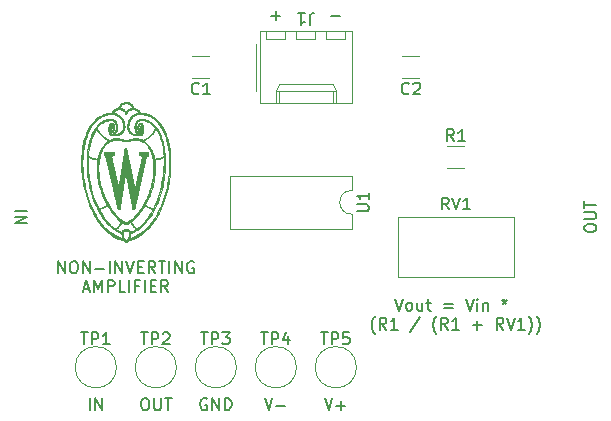
<source format=gbr>
G04 #@! TF.GenerationSoftware,KiCad,Pcbnew,7.0.6*
G04 #@! TF.CreationDate,2023-07-18T09:57:41-05:00*
G04 #@! TF.ProjectId,DC_Amplifier,44435f41-6d70-46c6-9966-6965722e6b69,B*
G04 #@! TF.SameCoordinates,Original*
G04 #@! TF.FileFunction,Legend,Top*
G04 #@! TF.FilePolarity,Positive*
%FSLAX46Y46*%
G04 Gerber Fmt 4.6, Leading zero omitted, Abs format (unit mm)*
G04 Created by KiCad (PCBNEW 7.0.6) date 2023-07-18 09:57:41*
%MOMM*%
%LPD*%
G01*
G04 APERTURE LIST*
%ADD10C,0.150000*%
%ADD11C,0.120000*%
%ADD12C,0.010000*%
G04 APERTURE END LIST*
D10*
X77015180Y-88376191D02*
X78015180Y-88376191D01*
X77015180Y-88852381D02*
X78015180Y-88852381D01*
X78015180Y-88852381D02*
X77015180Y-89423809D01*
X77015180Y-89423809D02*
X78015180Y-89423809D01*
X109133333Y-95804819D02*
X109466666Y-96804819D01*
X109466666Y-96804819D02*
X109799999Y-95804819D01*
X110276190Y-96804819D02*
X110180952Y-96757200D01*
X110180952Y-96757200D02*
X110133333Y-96709580D01*
X110133333Y-96709580D02*
X110085714Y-96614342D01*
X110085714Y-96614342D02*
X110085714Y-96328628D01*
X110085714Y-96328628D02*
X110133333Y-96233390D01*
X110133333Y-96233390D02*
X110180952Y-96185771D01*
X110180952Y-96185771D02*
X110276190Y-96138152D01*
X110276190Y-96138152D02*
X110419047Y-96138152D01*
X110419047Y-96138152D02*
X110514285Y-96185771D01*
X110514285Y-96185771D02*
X110561904Y-96233390D01*
X110561904Y-96233390D02*
X110609523Y-96328628D01*
X110609523Y-96328628D02*
X110609523Y-96614342D01*
X110609523Y-96614342D02*
X110561904Y-96709580D01*
X110561904Y-96709580D02*
X110514285Y-96757200D01*
X110514285Y-96757200D02*
X110419047Y-96804819D01*
X110419047Y-96804819D02*
X110276190Y-96804819D01*
X111466666Y-96138152D02*
X111466666Y-96804819D01*
X111038095Y-96138152D02*
X111038095Y-96661961D01*
X111038095Y-96661961D02*
X111085714Y-96757200D01*
X111085714Y-96757200D02*
X111180952Y-96804819D01*
X111180952Y-96804819D02*
X111323809Y-96804819D01*
X111323809Y-96804819D02*
X111419047Y-96757200D01*
X111419047Y-96757200D02*
X111466666Y-96709580D01*
X111800000Y-96138152D02*
X112180952Y-96138152D01*
X111942857Y-95804819D02*
X111942857Y-96661961D01*
X111942857Y-96661961D02*
X111990476Y-96757200D01*
X111990476Y-96757200D02*
X112085714Y-96804819D01*
X112085714Y-96804819D02*
X112180952Y-96804819D01*
X113276191Y-96281009D02*
X114038096Y-96281009D01*
X114038096Y-96566723D02*
X113276191Y-96566723D01*
X115133334Y-95804819D02*
X115466667Y-96804819D01*
X115466667Y-96804819D02*
X115800000Y-95804819D01*
X116133334Y-96804819D02*
X116133334Y-96138152D01*
X116133334Y-95804819D02*
X116085715Y-95852438D01*
X116085715Y-95852438D02*
X116133334Y-95900057D01*
X116133334Y-95900057D02*
X116180953Y-95852438D01*
X116180953Y-95852438D02*
X116133334Y-95804819D01*
X116133334Y-95804819D02*
X116133334Y-95900057D01*
X116609524Y-96138152D02*
X116609524Y-96804819D01*
X116609524Y-96233390D02*
X116657143Y-96185771D01*
X116657143Y-96185771D02*
X116752381Y-96138152D01*
X116752381Y-96138152D02*
X116895238Y-96138152D01*
X116895238Y-96138152D02*
X116990476Y-96185771D01*
X116990476Y-96185771D02*
X117038095Y-96281009D01*
X117038095Y-96281009D02*
X117038095Y-96804819D01*
X118419048Y-95804819D02*
X118419048Y-96042914D01*
X118180953Y-95947676D02*
X118419048Y-96042914D01*
X118419048Y-96042914D02*
X118657143Y-95947676D01*
X118276191Y-96233390D02*
X118419048Y-96042914D01*
X118419048Y-96042914D02*
X118561905Y-96233390D01*
X107466665Y-98795771D02*
X107419046Y-98748152D01*
X107419046Y-98748152D02*
X107323808Y-98605295D01*
X107323808Y-98605295D02*
X107276189Y-98510057D01*
X107276189Y-98510057D02*
X107228570Y-98367200D01*
X107228570Y-98367200D02*
X107180951Y-98129104D01*
X107180951Y-98129104D02*
X107180951Y-97938628D01*
X107180951Y-97938628D02*
X107228570Y-97700533D01*
X107228570Y-97700533D02*
X107276189Y-97557676D01*
X107276189Y-97557676D02*
X107323808Y-97462438D01*
X107323808Y-97462438D02*
X107419046Y-97319580D01*
X107419046Y-97319580D02*
X107466665Y-97271961D01*
X108419046Y-98414819D02*
X108085713Y-97938628D01*
X107847618Y-98414819D02*
X107847618Y-97414819D01*
X107847618Y-97414819D02*
X108228570Y-97414819D01*
X108228570Y-97414819D02*
X108323808Y-97462438D01*
X108323808Y-97462438D02*
X108371427Y-97510057D01*
X108371427Y-97510057D02*
X108419046Y-97605295D01*
X108419046Y-97605295D02*
X108419046Y-97748152D01*
X108419046Y-97748152D02*
X108371427Y-97843390D01*
X108371427Y-97843390D02*
X108323808Y-97891009D01*
X108323808Y-97891009D02*
X108228570Y-97938628D01*
X108228570Y-97938628D02*
X107847618Y-97938628D01*
X109371427Y-98414819D02*
X108799999Y-98414819D01*
X109085713Y-98414819D02*
X109085713Y-97414819D01*
X109085713Y-97414819D02*
X108990475Y-97557676D01*
X108990475Y-97557676D02*
X108895237Y-97652914D01*
X108895237Y-97652914D02*
X108799999Y-97700533D01*
X111276189Y-97367200D02*
X110419047Y-98652914D01*
X112657142Y-98795771D02*
X112609523Y-98748152D01*
X112609523Y-98748152D02*
X112514285Y-98605295D01*
X112514285Y-98605295D02*
X112466666Y-98510057D01*
X112466666Y-98510057D02*
X112419047Y-98367200D01*
X112419047Y-98367200D02*
X112371428Y-98129104D01*
X112371428Y-98129104D02*
X112371428Y-97938628D01*
X112371428Y-97938628D02*
X112419047Y-97700533D01*
X112419047Y-97700533D02*
X112466666Y-97557676D01*
X112466666Y-97557676D02*
X112514285Y-97462438D01*
X112514285Y-97462438D02*
X112609523Y-97319580D01*
X112609523Y-97319580D02*
X112657142Y-97271961D01*
X113609523Y-98414819D02*
X113276190Y-97938628D01*
X113038095Y-98414819D02*
X113038095Y-97414819D01*
X113038095Y-97414819D02*
X113419047Y-97414819D01*
X113419047Y-97414819D02*
X113514285Y-97462438D01*
X113514285Y-97462438D02*
X113561904Y-97510057D01*
X113561904Y-97510057D02*
X113609523Y-97605295D01*
X113609523Y-97605295D02*
X113609523Y-97748152D01*
X113609523Y-97748152D02*
X113561904Y-97843390D01*
X113561904Y-97843390D02*
X113514285Y-97891009D01*
X113514285Y-97891009D02*
X113419047Y-97938628D01*
X113419047Y-97938628D02*
X113038095Y-97938628D01*
X114561904Y-98414819D02*
X113990476Y-98414819D01*
X114276190Y-98414819D02*
X114276190Y-97414819D01*
X114276190Y-97414819D02*
X114180952Y-97557676D01*
X114180952Y-97557676D02*
X114085714Y-97652914D01*
X114085714Y-97652914D02*
X113990476Y-97700533D01*
X115752381Y-98033866D02*
X116514286Y-98033866D01*
X116133333Y-98414819D02*
X116133333Y-97652914D01*
X118323809Y-98414819D02*
X117990476Y-97938628D01*
X117752381Y-98414819D02*
X117752381Y-97414819D01*
X117752381Y-97414819D02*
X118133333Y-97414819D01*
X118133333Y-97414819D02*
X118228571Y-97462438D01*
X118228571Y-97462438D02*
X118276190Y-97510057D01*
X118276190Y-97510057D02*
X118323809Y-97605295D01*
X118323809Y-97605295D02*
X118323809Y-97748152D01*
X118323809Y-97748152D02*
X118276190Y-97843390D01*
X118276190Y-97843390D02*
X118228571Y-97891009D01*
X118228571Y-97891009D02*
X118133333Y-97938628D01*
X118133333Y-97938628D02*
X117752381Y-97938628D01*
X118609524Y-97414819D02*
X118942857Y-98414819D01*
X118942857Y-98414819D02*
X119276190Y-97414819D01*
X120133333Y-98414819D02*
X119561905Y-98414819D01*
X119847619Y-98414819D02*
X119847619Y-97414819D01*
X119847619Y-97414819D02*
X119752381Y-97557676D01*
X119752381Y-97557676D02*
X119657143Y-97652914D01*
X119657143Y-97652914D02*
X119561905Y-97700533D01*
X120466667Y-98795771D02*
X120514286Y-98748152D01*
X120514286Y-98748152D02*
X120609524Y-98605295D01*
X120609524Y-98605295D02*
X120657143Y-98510057D01*
X120657143Y-98510057D02*
X120704762Y-98367200D01*
X120704762Y-98367200D02*
X120752381Y-98129104D01*
X120752381Y-98129104D02*
X120752381Y-97938628D01*
X120752381Y-97938628D02*
X120704762Y-97700533D01*
X120704762Y-97700533D02*
X120657143Y-97557676D01*
X120657143Y-97557676D02*
X120609524Y-97462438D01*
X120609524Y-97462438D02*
X120514286Y-97319580D01*
X120514286Y-97319580D02*
X120466667Y-97271961D01*
X121133334Y-98795771D02*
X121180953Y-98748152D01*
X121180953Y-98748152D02*
X121276191Y-98605295D01*
X121276191Y-98605295D02*
X121323810Y-98510057D01*
X121323810Y-98510057D02*
X121371429Y-98367200D01*
X121371429Y-98367200D02*
X121419048Y-98129104D01*
X121419048Y-98129104D02*
X121419048Y-97938628D01*
X121419048Y-97938628D02*
X121371429Y-97700533D01*
X121371429Y-97700533D02*
X121323810Y-97557676D01*
X121323810Y-97557676D02*
X121276191Y-97462438D01*
X121276191Y-97462438D02*
X121180953Y-97319580D01*
X121180953Y-97319580D02*
X121133334Y-97271961D01*
X83296191Y-105229819D02*
X83296191Y-104229819D01*
X83772381Y-105229819D02*
X83772381Y-104229819D01*
X83772381Y-104229819D02*
X84343809Y-105229819D01*
X84343809Y-105229819D02*
X84343809Y-104229819D01*
X103759048Y-71828866D02*
X104520953Y-71828866D01*
X98107619Y-104229819D02*
X98440952Y-105229819D01*
X98440952Y-105229819D02*
X98774285Y-104229819D01*
X99107619Y-104848866D02*
X99869524Y-104848866D01*
X93218095Y-104277438D02*
X93122857Y-104229819D01*
X93122857Y-104229819D02*
X92980000Y-104229819D01*
X92980000Y-104229819D02*
X92837143Y-104277438D01*
X92837143Y-104277438D02*
X92741905Y-104372676D01*
X92741905Y-104372676D02*
X92694286Y-104467914D01*
X92694286Y-104467914D02*
X92646667Y-104658390D01*
X92646667Y-104658390D02*
X92646667Y-104801247D01*
X92646667Y-104801247D02*
X92694286Y-104991723D01*
X92694286Y-104991723D02*
X92741905Y-105086961D01*
X92741905Y-105086961D02*
X92837143Y-105182200D01*
X92837143Y-105182200D02*
X92980000Y-105229819D01*
X92980000Y-105229819D02*
X93075238Y-105229819D01*
X93075238Y-105229819D02*
X93218095Y-105182200D01*
X93218095Y-105182200D02*
X93265714Y-105134580D01*
X93265714Y-105134580D02*
X93265714Y-104801247D01*
X93265714Y-104801247D02*
X93075238Y-104801247D01*
X93694286Y-105229819D02*
X93694286Y-104229819D01*
X93694286Y-104229819D02*
X94265714Y-105229819D01*
X94265714Y-105229819D02*
X94265714Y-104229819D01*
X94741905Y-105229819D02*
X94741905Y-104229819D01*
X94741905Y-104229819D02*
X94980000Y-104229819D01*
X94980000Y-104229819D02*
X95122857Y-104277438D01*
X95122857Y-104277438D02*
X95218095Y-104372676D01*
X95218095Y-104372676D02*
X95265714Y-104467914D01*
X95265714Y-104467914D02*
X95313333Y-104658390D01*
X95313333Y-104658390D02*
X95313333Y-104801247D01*
X95313333Y-104801247D02*
X95265714Y-104991723D01*
X95265714Y-104991723D02*
X95218095Y-105086961D01*
X95218095Y-105086961D02*
X95122857Y-105182200D01*
X95122857Y-105182200D02*
X94980000Y-105229819D01*
X94980000Y-105229819D02*
X94741905Y-105229819D01*
X98679048Y-71828866D02*
X99440953Y-71828866D01*
X99060000Y-72209819D02*
X99060000Y-71447914D01*
X125184819Y-89899999D02*
X125184819Y-89709523D01*
X125184819Y-89709523D02*
X125232438Y-89614285D01*
X125232438Y-89614285D02*
X125327676Y-89519047D01*
X125327676Y-89519047D02*
X125518152Y-89471428D01*
X125518152Y-89471428D02*
X125851485Y-89471428D01*
X125851485Y-89471428D02*
X126041961Y-89519047D01*
X126041961Y-89519047D02*
X126137200Y-89614285D01*
X126137200Y-89614285D02*
X126184819Y-89709523D01*
X126184819Y-89709523D02*
X126184819Y-89899999D01*
X126184819Y-89899999D02*
X126137200Y-89995237D01*
X126137200Y-89995237D02*
X126041961Y-90090475D01*
X126041961Y-90090475D02*
X125851485Y-90138094D01*
X125851485Y-90138094D02*
X125518152Y-90138094D01*
X125518152Y-90138094D02*
X125327676Y-90090475D01*
X125327676Y-90090475D02*
X125232438Y-89995237D01*
X125232438Y-89995237D02*
X125184819Y-89899999D01*
X125184819Y-89042856D02*
X125994342Y-89042856D01*
X125994342Y-89042856D02*
X126089580Y-88995237D01*
X126089580Y-88995237D02*
X126137200Y-88947618D01*
X126137200Y-88947618D02*
X126184819Y-88852380D01*
X126184819Y-88852380D02*
X126184819Y-88661904D01*
X126184819Y-88661904D02*
X126137200Y-88566666D01*
X126137200Y-88566666D02*
X126089580Y-88519047D01*
X126089580Y-88519047D02*
X125994342Y-88471428D01*
X125994342Y-88471428D02*
X125184819Y-88471428D01*
X125184819Y-88138094D02*
X125184819Y-87566666D01*
X126184819Y-87852380D02*
X125184819Y-87852380D01*
X103187619Y-104229819D02*
X103520952Y-105229819D01*
X103520952Y-105229819D02*
X103854285Y-104229819D01*
X104187619Y-104848866D02*
X104949524Y-104848866D01*
X104568571Y-105229819D02*
X104568571Y-104467914D01*
X80621905Y-93629819D02*
X80621905Y-92629819D01*
X80621905Y-92629819D02*
X81193333Y-93629819D01*
X81193333Y-93629819D02*
X81193333Y-92629819D01*
X81860000Y-92629819D02*
X82050476Y-92629819D01*
X82050476Y-92629819D02*
X82145714Y-92677438D01*
X82145714Y-92677438D02*
X82240952Y-92772676D01*
X82240952Y-92772676D02*
X82288571Y-92963152D01*
X82288571Y-92963152D02*
X82288571Y-93296485D01*
X82288571Y-93296485D02*
X82240952Y-93486961D01*
X82240952Y-93486961D02*
X82145714Y-93582200D01*
X82145714Y-93582200D02*
X82050476Y-93629819D01*
X82050476Y-93629819D02*
X81860000Y-93629819D01*
X81860000Y-93629819D02*
X81764762Y-93582200D01*
X81764762Y-93582200D02*
X81669524Y-93486961D01*
X81669524Y-93486961D02*
X81621905Y-93296485D01*
X81621905Y-93296485D02*
X81621905Y-92963152D01*
X81621905Y-92963152D02*
X81669524Y-92772676D01*
X81669524Y-92772676D02*
X81764762Y-92677438D01*
X81764762Y-92677438D02*
X81860000Y-92629819D01*
X82717143Y-93629819D02*
X82717143Y-92629819D01*
X82717143Y-92629819D02*
X83288571Y-93629819D01*
X83288571Y-93629819D02*
X83288571Y-92629819D01*
X83764762Y-93248866D02*
X84526667Y-93248866D01*
X85002857Y-93629819D02*
X85002857Y-92629819D01*
X85479047Y-93629819D02*
X85479047Y-92629819D01*
X85479047Y-92629819D02*
X86050475Y-93629819D01*
X86050475Y-93629819D02*
X86050475Y-92629819D01*
X86383809Y-92629819D02*
X86717142Y-93629819D01*
X86717142Y-93629819D02*
X87050475Y-92629819D01*
X87383809Y-93106009D02*
X87717142Y-93106009D01*
X87859999Y-93629819D02*
X87383809Y-93629819D01*
X87383809Y-93629819D02*
X87383809Y-92629819D01*
X87383809Y-92629819D02*
X87859999Y-92629819D01*
X88859999Y-93629819D02*
X88526666Y-93153628D01*
X88288571Y-93629819D02*
X88288571Y-92629819D01*
X88288571Y-92629819D02*
X88669523Y-92629819D01*
X88669523Y-92629819D02*
X88764761Y-92677438D01*
X88764761Y-92677438D02*
X88812380Y-92725057D01*
X88812380Y-92725057D02*
X88859999Y-92820295D01*
X88859999Y-92820295D02*
X88859999Y-92963152D01*
X88859999Y-92963152D02*
X88812380Y-93058390D01*
X88812380Y-93058390D02*
X88764761Y-93106009D01*
X88764761Y-93106009D02*
X88669523Y-93153628D01*
X88669523Y-93153628D02*
X88288571Y-93153628D01*
X89145714Y-92629819D02*
X89717142Y-92629819D01*
X89431428Y-93629819D02*
X89431428Y-92629819D01*
X90050476Y-93629819D02*
X90050476Y-92629819D01*
X90526666Y-93629819D02*
X90526666Y-92629819D01*
X90526666Y-92629819D02*
X91098094Y-93629819D01*
X91098094Y-93629819D02*
X91098094Y-92629819D01*
X92098094Y-92677438D02*
X92002856Y-92629819D01*
X92002856Y-92629819D02*
X91859999Y-92629819D01*
X91859999Y-92629819D02*
X91717142Y-92677438D01*
X91717142Y-92677438D02*
X91621904Y-92772676D01*
X91621904Y-92772676D02*
X91574285Y-92867914D01*
X91574285Y-92867914D02*
X91526666Y-93058390D01*
X91526666Y-93058390D02*
X91526666Y-93201247D01*
X91526666Y-93201247D02*
X91574285Y-93391723D01*
X91574285Y-93391723D02*
X91621904Y-93486961D01*
X91621904Y-93486961D02*
X91717142Y-93582200D01*
X91717142Y-93582200D02*
X91859999Y-93629819D01*
X91859999Y-93629819D02*
X91955237Y-93629819D01*
X91955237Y-93629819D02*
X92098094Y-93582200D01*
X92098094Y-93582200D02*
X92145713Y-93534580D01*
X92145713Y-93534580D02*
X92145713Y-93201247D01*
X92145713Y-93201247D02*
X91955237Y-93201247D01*
X82788572Y-94954104D02*
X83264762Y-94954104D01*
X82693334Y-95239819D02*
X83026667Y-94239819D01*
X83026667Y-94239819D02*
X83360000Y-95239819D01*
X83693334Y-95239819D02*
X83693334Y-94239819D01*
X83693334Y-94239819D02*
X84026667Y-94954104D01*
X84026667Y-94954104D02*
X84360000Y-94239819D01*
X84360000Y-94239819D02*
X84360000Y-95239819D01*
X84836191Y-95239819D02*
X84836191Y-94239819D01*
X84836191Y-94239819D02*
X85217143Y-94239819D01*
X85217143Y-94239819D02*
X85312381Y-94287438D01*
X85312381Y-94287438D02*
X85360000Y-94335057D01*
X85360000Y-94335057D02*
X85407619Y-94430295D01*
X85407619Y-94430295D02*
X85407619Y-94573152D01*
X85407619Y-94573152D02*
X85360000Y-94668390D01*
X85360000Y-94668390D02*
X85312381Y-94716009D01*
X85312381Y-94716009D02*
X85217143Y-94763628D01*
X85217143Y-94763628D02*
X84836191Y-94763628D01*
X86312381Y-95239819D02*
X85836191Y-95239819D01*
X85836191Y-95239819D02*
X85836191Y-94239819D01*
X86645715Y-95239819D02*
X86645715Y-94239819D01*
X87455238Y-94716009D02*
X87121905Y-94716009D01*
X87121905Y-95239819D02*
X87121905Y-94239819D01*
X87121905Y-94239819D02*
X87598095Y-94239819D01*
X87979048Y-95239819D02*
X87979048Y-94239819D01*
X88455238Y-94716009D02*
X88788571Y-94716009D01*
X88931428Y-95239819D02*
X88455238Y-95239819D01*
X88455238Y-95239819D02*
X88455238Y-94239819D01*
X88455238Y-94239819D02*
X88931428Y-94239819D01*
X89931428Y-95239819D02*
X89598095Y-94763628D01*
X89360000Y-95239819D02*
X89360000Y-94239819D01*
X89360000Y-94239819D02*
X89740952Y-94239819D01*
X89740952Y-94239819D02*
X89836190Y-94287438D01*
X89836190Y-94287438D02*
X89883809Y-94335057D01*
X89883809Y-94335057D02*
X89931428Y-94430295D01*
X89931428Y-94430295D02*
X89931428Y-94573152D01*
X89931428Y-94573152D02*
X89883809Y-94668390D01*
X89883809Y-94668390D02*
X89836190Y-94716009D01*
X89836190Y-94716009D02*
X89740952Y-94763628D01*
X89740952Y-94763628D02*
X89360000Y-94763628D01*
X87900000Y-104229819D02*
X88090476Y-104229819D01*
X88090476Y-104229819D02*
X88185714Y-104277438D01*
X88185714Y-104277438D02*
X88280952Y-104372676D01*
X88280952Y-104372676D02*
X88328571Y-104563152D01*
X88328571Y-104563152D02*
X88328571Y-104896485D01*
X88328571Y-104896485D02*
X88280952Y-105086961D01*
X88280952Y-105086961D02*
X88185714Y-105182200D01*
X88185714Y-105182200D02*
X88090476Y-105229819D01*
X88090476Y-105229819D02*
X87900000Y-105229819D01*
X87900000Y-105229819D02*
X87804762Y-105182200D01*
X87804762Y-105182200D02*
X87709524Y-105086961D01*
X87709524Y-105086961D02*
X87661905Y-104896485D01*
X87661905Y-104896485D02*
X87661905Y-104563152D01*
X87661905Y-104563152D02*
X87709524Y-104372676D01*
X87709524Y-104372676D02*
X87804762Y-104277438D01*
X87804762Y-104277438D02*
X87900000Y-104229819D01*
X88757143Y-104229819D02*
X88757143Y-105039342D01*
X88757143Y-105039342D02*
X88804762Y-105134580D01*
X88804762Y-105134580D02*
X88852381Y-105182200D01*
X88852381Y-105182200D02*
X88947619Y-105229819D01*
X88947619Y-105229819D02*
X89138095Y-105229819D01*
X89138095Y-105229819D02*
X89233333Y-105182200D01*
X89233333Y-105182200D02*
X89280952Y-105134580D01*
X89280952Y-105134580D02*
X89328571Y-105039342D01*
X89328571Y-105039342D02*
X89328571Y-104229819D01*
X89661905Y-104229819D02*
X90233333Y-104229819D01*
X89947619Y-105229819D02*
X89947619Y-104229819D01*
X105924819Y-88391904D02*
X106734342Y-88391904D01*
X106734342Y-88391904D02*
X106829580Y-88344285D01*
X106829580Y-88344285D02*
X106877200Y-88296666D01*
X106877200Y-88296666D02*
X106924819Y-88201428D01*
X106924819Y-88201428D02*
X106924819Y-88010952D01*
X106924819Y-88010952D02*
X106877200Y-87915714D01*
X106877200Y-87915714D02*
X106829580Y-87868095D01*
X106829580Y-87868095D02*
X106734342Y-87820476D01*
X106734342Y-87820476D02*
X105924819Y-87820476D01*
X106924819Y-86820476D02*
X106924819Y-87391904D01*
X106924819Y-87106190D02*
X105924819Y-87106190D01*
X105924819Y-87106190D02*
X106067676Y-87201428D01*
X106067676Y-87201428D02*
X106162914Y-87296666D01*
X106162914Y-87296666D02*
X106210533Y-87391904D01*
X114133333Y-82454819D02*
X113800000Y-81978628D01*
X113561905Y-82454819D02*
X113561905Y-81454819D01*
X113561905Y-81454819D02*
X113942857Y-81454819D01*
X113942857Y-81454819D02*
X114038095Y-81502438D01*
X114038095Y-81502438D02*
X114085714Y-81550057D01*
X114085714Y-81550057D02*
X114133333Y-81645295D01*
X114133333Y-81645295D02*
X114133333Y-81788152D01*
X114133333Y-81788152D02*
X114085714Y-81883390D01*
X114085714Y-81883390D02*
X114038095Y-81931009D01*
X114038095Y-81931009D02*
X113942857Y-81978628D01*
X113942857Y-81978628D02*
X113561905Y-81978628D01*
X115085714Y-82454819D02*
X114514286Y-82454819D01*
X114800000Y-82454819D02*
X114800000Y-81454819D01*
X114800000Y-81454819D02*
X114704762Y-81597676D01*
X114704762Y-81597676D02*
X114609524Y-81692914D01*
X114609524Y-81692914D02*
X114514286Y-81740533D01*
X92543333Y-78409580D02*
X92495714Y-78457200D01*
X92495714Y-78457200D02*
X92352857Y-78504819D01*
X92352857Y-78504819D02*
X92257619Y-78504819D01*
X92257619Y-78504819D02*
X92114762Y-78457200D01*
X92114762Y-78457200D02*
X92019524Y-78361961D01*
X92019524Y-78361961D02*
X91971905Y-78266723D01*
X91971905Y-78266723D02*
X91924286Y-78076247D01*
X91924286Y-78076247D02*
X91924286Y-77933390D01*
X91924286Y-77933390D02*
X91971905Y-77742914D01*
X91971905Y-77742914D02*
X92019524Y-77647676D01*
X92019524Y-77647676D02*
X92114762Y-77552438D01*
X92114762Y-77552438D02*
X92257619Y-77504819D01*
X92257619Y-77504819D02*
X92352857Y-77504819D01*
X92352857Y-77504819D02*
X92495714Y-77552438D01*
X92495714Y-77552438D02*
X92543333Y-77600057D01*
X93495714Y-78504819D02*
X92924286Y-78504819D01*
X93210000Y-78504819D02*
X93210000Y-77504819D01*
X93210000Y-77504819D02*
X93114762Y-77647676D01*
X93114762Y-77647676D02*
X93019524Y-77742914D01*
X93019524Y-77742914D02*
X92924286Y-77790533D01*
X110323333Y-78409580D02*
X110275714Y-78457200D01*
X110275714Y-78457200D02*
X110132857Y-78504819D01*
X110132857Y-78504819D02*
X110037619Y-78504819D01*
X110037619Y-78504819D02*
X109894762Y-78457200D01*
X109894762Y-78457200D02*
X109799524Y-78361961D01*
X109799524Y-78361961D02*
X109751905Y-78266723D01*
X109751905Y-78266723D02*
X109704286Y-78076247D01*
X109704286Y-78076247D02*
X109704286Y-77933390D01*
X109704286Y-77933390D02*
X109751905Y-77742914D01*
X109751905Y-77742914D02*
X109799524Y-77647676D01*
X109799524Y-77647676D02*
X109894762Y-77552438D01*
X109894762Y-77552438D02*
X110037619Y-77504819D01*
X110037619Y-77504819D02*
X110132857Y-77504819D01*
X110132857Y-77504819D02*
X110275714Y-77552438D01*
X110275714Y-77552438D02*
X110323333Y-77600057D01*
X110704286Y-77600057D02*
X110751905Y-77552438D01*
X110751905Y-77552438D02*
X110847143Y-77504819D01*
X110847143Y-77504819D02*
X111085238Y-77504819D01*
X111085238Y-77504819D02*
X111180476Y-77552438D01*
X111180476Y-77552438D02*
X111228095Y-77600057D01*
X111228095Y-77600057D02*
X111275714Y-77695295D01*
X111275714Y-77695295D02*
X111275714Y-77790533D01*
X111275714Y-77790533D02*
X111228095Y-77933390D01*
X111228095Y-77933390D02*
X110656667Y-78504819D01*
X110656667Y-78504819D02*
X111275714Y-78504819D01*
X101933333Y-72625180D02*
X101933333Y-71910895D01*
X101933333Y-71910895D02*
X101980952Y-71768038D01*
X101980952Y-71768038D02*
X102076190Y-71672800D01*
X102076190Y-71672800D02*
X102219047Y-71625180D01*
X102219047Y-71625180D02*
X102314285Y-71625180D01*
X100933333Y-71625180D02*
X101504761Y-71625180D01*
X101219047Y-71625180D02*
X101219047Y-72625180D01*
X101219047Y-72625180D02*
X101314285Y-72482323D01*
X101314285Y-72482323D02*
X101409523Y-72387085D01*
X101409523Y-72387085D02*
X101504761Y-72339466D01*
X113704761Y-88234819D02*
X113371428Y-87758628D01*
X113133333Y-88234819D02*
X113133333Y-87234819D01*
X113133333Y-87234819D02*
X113514285Y-87234819D01*
X113514285Y-87234819D02*
X113609523Y-87282438D01*
X113609523Y-87282438D02*
X113657142Y-87330057D01*
X113657142Y-87330057D02*
X113704761Y-87425295D01*
X113704761Y-87425295D02*
X113704761Y-87568152D01*
X113704761Y-87568152D02*
X113657142Y-87663390D01*
X113657142Y-87663390D02*
X113609523Y-87711009D01*
X113609523Y-87711009D02*
X113514285Y-87758628D01*
X113514285Y-87758628D02*
X113133333Y-87758628D01*
X113990476Y-87234819D02*
X114323809Y-88234819D01*
X114323809Y-88234819D02*
X114657142Y-87234819D01*
X115514285Y-88234819D02*
X114942857Y-88234819D01*
X115228571Y-88234819D02*
X115228571Y-87234819D01*
X115228571Y-87234819D02*
X115133333Y-87377676D01*
X115133333Y-87377676D02*
X115038095Y-87472914D01*
X115038095Y-87472914D02*
X114942857Y-87520533D01*
X82558095Y-98656819D02*
X83129523Y-98656819D01*
X82843809Y-99656819D02*
X82843809Y-98656819D01*
X83462857Y-99656819D02*
X83462857Y-98656819D01*
X83462857Y-98656819D02*
X83843809Y-98656819D01*
X83843809Y-98656819D02*
X83939047Y-98704438D01*
X83939047Y-98704438D02*
X83986666Y-98752057D01*
X83986666Y-98752057D02*
X84034285Y-98847295D01*
X84034285Y-98847295D02*
X84034285Y-98990152D01*
X84034285Y-98990152D02*
X83986666Y-99085390D01*
X83986666Y-99085390D02*
X83939047Y-99133009D01*
X83939047Y-99133009D02*
X83843809Y-99180628D01*
X83843809Y-99180628D02*
X83462857Y-99180628D01*
X84986666Y-99656819D02*
X84415238Y-99656819D01*
X84700952Y-99656819D02*
X84700952Y-98656819D01*
X84700952Y-98656819D02*
X84605714Y-98799676D01*
X84605714Y-98799676D02*
X84510476Y-98894914D01*
X84510476Y-98894914D02*
X84415238Y-98942533D01*
X87638095Y-98656819D02*
X88209523Y-98656819D01*
X87923809Y-99656819D02*
X87923809Y-98656819D01*
X88542857Y-99656819D02*
X88542857Y-98656819D01*
X88542857Y-98656819D02*
X88923809Y-98656819D01*
X88923809Y-98656819D02*
X89019047Y-98704438D01*
X89019047Y-98704438D02*
X89066666Y-98752057D01*
X89066666Y-98752057D02*
X89114285Y-98847295D01*
X89114285Y-98847295D02*
X89114285Y-98990152D01*
X89114285Y-98990152D02*
X89066666Y-99085390D01*
X89066666Y-99085390D02*
X89019047Y-99133009D01*
X89019047Y-99133009D02*
X88923809Y-99180628D01*
X88923809Y-99180628D02*
X88542857Y-99180628D01*
X89495238Y-98752057D02*
X89542857Y-98704438D01*
X89542857Y-98704438D02*
X89638095Y-98656819D01*
X89638095Y-98656819D02*
X89876190Y-98656819D01*
X89876190Y-98656819D02*
X89971428Y-98704438D01*
X89971428Y-98704438D02*
X90019047Y-98752057D01*
X90019047Y-98752057D02*
X90066666Y-98847295D01*
X90066666Y-98847295D02*
X90066666Y-98942533D01*
X90066666Y-98942533D02*
X90019047Y-99085390D01*
X90019047Y-99085390D02*
X89447619Y-99656819D01*
X89447619Y-99656819D02*
X90066666Y-99656819D01*
X92718095Y-98656819D02*
X93289523Y-98656819D01*
X93003809Y-99656819D02*
X93003809Y-98656819D01*
X93622857Y-99656819D02*
X93622857Y-98656819D01*
X93622857Y-98656819D02*
X94003809Y-98656819D01*
X94003809Y-98656819D02*
X94099047Y-98704438D01*
X94099047Y-98704438D02*
X94146666Y-98752057D01*
X94146666Y-98752057D02*
X94194285Y-98847295D01*
X94194285Y-98847295D02*
X94194285Y-98990152D01*
X94194285Y-98990152D02*
X94146666Y-99085390D01*
X94146666Y-99085390D02*
X94099047Y-99133009D01*
X94099047Y-99133009D02*
X94003809Y-99180628D01*
X94003809Y-99180628D02*
X93622857Y-99180628D01*
X94527619Y-98656819D02*
X95146666Y-98656819D01*
X95146666Y-98656819D02*
X94813333Y-99037771D01*
X94813333Y-99037771D02*
X94956190Y-99037771D01*
X94956190Y-99037771D02*
X95051428Y-99085390D01*
X95051428Y-99085390D02*
X95099047Y-99133009D01*
X95099047Y-99133009D02*
X95146666Y-99228247D01*
X95146666Y-99228247D02*
X95146666Y-99466342D01*
X95146666Y-99466342D02*
X95099047Y-99561580D01*
X95099047Y-99561580D02*
X95051428Y-99609200D01*
X95051428Y-99609200D02*
X94956190Y-99656819D01*
X94956190Y-99656819D02*
X94670476Y-99656819D01*
X94670476Y-99656819D02*
X94575238Y-99609200D01*
X94575238Y-99609200D02*
X94527619Y-99561580D01*
X102878095Y-98656819D02*
X103449523Y-98656819D01*
X103163809Y-99656819D02*
X103163809Y-98656819D01*
X103782857Y-99656819D02*
X103782857Y-98656819D01*
X103782857Y-98656819D02*
X104163809Y-98656819D01*
X104163809Y-98656819D02*
X104259047Y-98704438D01*
X104259047Y-98704438D02*
X104306666Y-98752057D01*
X104306666Y-98752057D02*
X104354285Y-98847295D01*
X104354285Y-98847295D02*
X104354285Y-98990152D01*
X104354285Y-98990152D02*
X104306666Y-99085390D01*
X104306666Y-99085390D02*
X104259047Y-99133009D01*
X104259047Y-99133009D02*
X104163809Y-99180628D01*
X104163809Y-99180628D02*
X103782857Y-99180628D01*
X105259047Y-98656819D02*
X104782857Y-98656819D01*
X104782857Y-98656819D02*
X104735238Y-99133009D01*
X104735238Y-99133009D02*
X104782857Y-99085390D01*
X104782857Y-99085390D02*
X104878095Y-99037771D01*
X104878095Y-99037771D02*
X105116190Y-99037771D01*
X105116190Y-99037771D02*
X105211428Y-99085390D01*
X105211428Y-99085390D02*
X105259047Y-99133009D01*
X105259047Y-99133009D02*
X105306666Y-99228247D01*
X105306666Y-99228247D02*
X105306666Y-99466342D01*
X105306666Y-99466342D02*
X105259047Y-99561580D01*
X105259047Y-99561580D02*
X105211428Y-99609200D01*
X105211428Y-99609200D02*
X105116190Y-99656819D01*
X105116190Y-99656819D02*
X104878095Y-99656819D01*
X104878095Y-99656819D02*
X104782857Y-99609200D01*
X104782857Y-99609200D02*
X104735238Y-99561580D01*
X97798095Y-98656819D02*
X98369523Y-98656819D01*
X98083809Y-99656819D02*
X98083809Y-98656819D01*
X98702857Y-99656819D02*
X98702857Y-98656819D01*
X98702857Y-98656819D02*
X99083809Y-98656819D01*
X99083809Y-98656819D02*
X99179047Y-98704438D01*
X99179047Y-98704438D02*
X99226666Y-98752057D01*
X99226666Y-98752057D02*
X99274285Y-98847295D01*
X99274285Y-98847295D02*
X99274285Y-98990152D01*
X99274285Y-98990152D02*
X99226666Y-99085390D01*
X99226666Y-99085390D02*
X99179047Y-99133009D01*
X99179047Y-99133009D02*
X99083809Y-99180628D01*
X99083809Y-99180628D02*
X98702857Y-99180628D01*
X100131428Y-98990152D02*
X100131428Y-99656819D01*
X99893333Y-98609200D02*
X99655238Y-99323485D01*
X99655238Y-99323485D02*
X100274285Y-99323485D01*
D11*
X105470000Y-85380000D02*
X95190000Y-85380000D01*
X95190000Y-85380000D02*
X95190000Y-89880000D01*
X105470000Y-86630000D02*
X105470000Y-85380000D01*
X105470000Y-89880000D02*
X105470000Y-88630000D01*
X95190000Y-89880000D02*
X105470000Y-89880000D01*
X105470000Y-86630000D02*
G75*
G03*
X105470000Y-88630000I0J-1000000D01*
G01*
X113572936Y-82910000D02*
X115027064Y-82910000D01*
X113572936Y-84730000D02*
X115027064Y-84730000D01*
X93421252Y-77110000D02*
X91998748Y-77110000D01*
X93421252Y-75290000D02*
X91998748Y-75290000D01*
X111201252Y-77110000D02*
X109778748Y-77110000D01*
X111201252Y-75290000D02*
X109778748Y-75290000D01*
X97390000Y-74200000D02*
X97390000Y-78200000D01*
X97680000Y-73170000D02*
X97680000Y-79190000D01*
X97680000Y-79190000D02*
X105520000Y-79190000D01*
X98260000Y-73170000D02*
X98260000Y-73770000D01*
X98260000Y-73770000D02*
X99860000Y-73770000D01*
X99060000Y-78190000D02*
X99310000Y-77660000D01*
X99060000Y-78190000D02*
X104140000Y-78190000D01*
X99060000Y-79190000D02*
X99060000Y-78190000D01*
X99310000Y-77660000D02*
X103890000Y-77660000D01*
X99310000Y-79190000D02*
X99310000Y-78190000D01*
X99860000Y-73770000D02*
X99860000Y-73170000D01*
X100800000Y-73170000D02*
X100800000Y-73770000D01*
X100800000Y-73770000D02*
X102400000Y-73770000D01*
X102400000Y-73770000D02*
X102400000Y-73170000D01*
X103340000Y-73170000D02*
X103340000Y-73770000D01*
X103340000Y-73770000D02*
X104940000Y-73770000D01*
X103890000Y-77660000D02*
X104140000Y-78190000D01*
X103890000Y-79190000D02*
X103890000Y-78190000D01*
X104140000Y-78190000D02*
X104140000Y-79190000D01*
X104940000Y-73770000D02*
X104940000Y-73170000D01*
X105520000Y-73170000D02*
X97680000Y-73170000D01*
X105520000Y-79190000D02*
X105520000Y-73170000D01*
X109415000Y-88910000D02*
X109415000Y-93980000D01*
X109415000Y-88910000D02*
X119185000Y-88910000D01*
X109415000Y-93980000D02*
X119185000Y-93980000D01*
X119185000Y-88910000D02*
X119185000Y-93980000D01*
X85570000Y-101600000D02*
G75*
G03*
X85570000Y-101600000I-1750000J0D01*
G01*
X90650000Y-101600000D02*
G75*
G03*
X90650000Y-101600000I-1750000J0D01*
G01*
X95730000Y-101600000D02*
G75*
G03*
X95730000Y-101600000I-1750000J0D01*
G01*
X105890000Y-101600000D02*
G75*
G03*
X105890000Y-101600000I-1750000J0D01*
G01*
X100810000Y-101600000D02*
G75*
G03*
X100810000Y-101600000I-1750000J0D01*
G01*
D12*
X86350497Y-83037841D02*
X86367933Y-83038488D01*
X86378683Y-83039868D01*
X86384481Y-83042227D01*
X86387064Y-83045810D01*
X86387312Y-83046570D01*
X86388537Y-83052166D01*
X86391761Y-83067346D01*
X86396909Y-83091744D01*
X86403904Y-83124999D01*
X86412670Y-83166746D01*
X86423132Y-83216623D01*
X86435213Y-83274267D01*
X86448838Y-83339314D01*
X86463930Y-83411400D01*
X86480413Y-83490164D01*
X86498212Y-83575240D01*
X86517251Y-83666267D01*
X86537452Y-83762881D01*
X86558742Y-83864719D01*
X86581043Y-83971417D01*
X86604279Y-84082613D01*
X86628375Y-84197942D01*
X86653255Y-84317043D01*
X86678842Y-84439551D01*
X86705061Y-84565103D01*
X86731835Y-84693336D01*
X86743589Y-84749640D01*
X86770596Y-84878994D01*
X86797087Y-85005858D01*
X86822985Y-85129867D01*
X86848216Y-85250656D01*
X86872702Y-85367860D01*
X86896367Y-85481114D01*
X86919134Y-85590053D01*
X86940927Y-85694311D01*
X86961671Y-85793524D01*
X86981288Y-85887327D01*
X86999702Y-85975354D01*
X87016836Y-86057241D01*
X87032615Y-86132622D01*
X87046963Y-86201133D01*
X87059801Y-86262408D01*
X87071055Y-86316083D01*
X87080648Y-86361792D01*
X87088504Y-86399170D01*
X87094545Y-86427853D01*
X87098697Y-86447475D01*
X87100882Y-86457671D01*
X87101196Y-86459060D01*
X87103609Y-86467405D01*
X87105499Y-86468620D01*
X87107792Y-86461715D01*
X87110710Y-86448900D01*
X87112330Y-86441781D01*
X87116140Y-86425185D01*
X87122042Y-86399532D01*
X87129940Y-86365243D01*
X87139736Y-86322740D01*
X87151332Y-86272445D01*
X87164633Y-86214777D01*
X87179540Y-86150160D01*
X87195956Y-86079013D01*
X87213785Y-86001758D01*
X87232928Y-85918816D01*
X87253289Y-85830609D01*
X87274770Y-85737558D01*
X87297275Y-85640084D01*
X87320706Y-85538609D01*
X87344965Y-85433553D01*
X87369956Y-85325338D01*
X87395582Y-85214385D01*
X87414338Y-85133180D01*
X87445751Y-84997185D01*
X87474958Y-84870732D01*
X87502035Y-84753458D01*
X87527057Y-84645005D01*
X87550100Y-84545012D01*
X87571241Y-84453119D01*
X87590555Y-84368966D01*
X87608118Y-84292193D01*
X87624006Y-84222440D01*
X87638294Y-84159347D01*
X87651060Y-84102553D01*
X87662378Y-84051700D01*
X87672324Y-84006426D01*
X87680974Y-83966371D01*
X87688405Y-83931177D01*
X87694692Y-83900482D01*
X87699911Y-83873926D01*
X87704137Y-83851150D01*
X87707448Y-83831793D01*
X87709918Y-83815495D01*
X87711623Y-83801897D01*
X87712640Y-83790638D01*
X87713043Y-83781357D01*
X87712910Y-83773697D01*
X87712316Y-83767295D01*
X87711337Y-83761792D01*
X87710049Y-83756828D01*
X87708527Y-83752042D01*
X87706847Y-83747076D01*
X87706602Y-83746340D01*
X87691641Y-83715657D01*
X87669555Y-83692180D01*
X87640449Y-83675972D01*
X87604424Y-83667098D01*
X87576660Y-83665288D01*
X87553898Y-83665678D01*
X87532022Y-83666919D01*
X87515471Y-83668751D01*
X87514430Y-83668930D01*
X87492840Y-83672800D01*
X87492840Y-83418680D01*
X88254840Y-83418680D01*
X88254840Y-83546950D01*
X88254841Y-83675220D01*
X88202770Y-83675220D01*
X88178094Y-83675485D01*
X88160598Y-83676633D01*
X88147312Y-83679190D01*
X88135263Y-83683683D01*
X88124345Y-83689115D01*
X88095022Y-83710058D01*
X88072361Y-83738573D01*
X88067445Y-83747409D01*
X88065974Y-83753070D01*
X88062384Y-83768337D01*
X88056745Y-83792894D01*
X88049126Y-83826426D01*
X88039599Y-83868618D01*
X88028233Y-83919154D01*
X88015099Y-83977719D01*
X88000267Y-84043997D01*
X87983807Y-84117673D01*
X87965788Y-84198432D01*
X87946282Y-84285958D01*
X87925359Y-84379936D01*
X87903088Y-84480050D01*
X87879540Y-84585985D01*
X87854785Y-84697426D01*
X87828893Y-84814056D01*
X87801935Y-84935562D01*
X87773980Y-85061626D01*
X87745099Y-85191935D01*
X87715362Y-85326172D01*
X87684838Y-85464022D01*
X87653599Y-85605170D01*
X87621715Y-85749300D01*
X87589255Y-85896096D01*
X87569009Y-85987689D01*
X87536237Y-86135968D01*
X87504011Y-86281776D01*
X87472400Y-86424797D01*
X87441474Y-86564715D01*
X87411303Y-86701215D01*
X87381956Y-86833982D01*
X87353504Y-86962700D01*
X87326016Y-87087055D01*
X87299561Y-87206729D01*
X87274210Y-87321409D01*
X87250032Y-87430779D01*
X87227097Y-87534522D01*
X87205475Y-87632325D01*
X87185235Y-87723871D01*
X87166447Y-87808845D01*
X87149181Y-87886931D01*
X87133507Y-87957815D01*
X87119494Y-88021180D01*
X87107212Y-88076712D01*
X87096730Y-88124094D01*
X87088120Y-88163012D01*
X87081449Y-88193150D01*
X87076789Y-88214193D01*
X87074208Y-88225825D01*
X87073684Y-88228170D01*
X87072204Y-88232781D01*
X87069192Y-88235949D01*
X87062978Y-88237944D01*
X87051893Y-88239036D01*
X87034265Y-88239498D01*
X87008425Y-88239599D01*
X87003218Y-88239600D01*
X86935430Y-88239600D01*
X86927226Y-88197690D01*
X86925605Y-88189376D01*
X86922123Y-88171482D01*
X86916855Y-88144402D01*
X86909879Y-88108527D01*
X86901269Y-88064253D01*
X86891104Y-88011971D01*
X86879459Y-87952075D01*
X86866411Y-87884958D01*
X86852036Y-87811014D01*
X86836411Y-87730636D01*
X86819612Y-87644217D01*
X86801716Y-87552150D01*
X86782799Y-87454828D01*
X86762937Y-87352646D01*
X86742207Y-87245995D01*
X86720685Y-87135269D01*
X86698448Y-87020862D01*
X86675573Y-86903167D01*
X86652135Y-86782577D01*
X86628211Y-86659485D01*
X86618903Y-86611596D01*
X86594903Y-86488128D01*
X86571395Y-86367246D01*
X86548456Y-86249330D01*
X86526159Y-86134759D01*
X86504579Y-86023914D01*
X86483789Y-85917174D01*
X86463863Y-85814920D01*
X86444877Y-85717532D01*
X86426904Y-85625389D01*
X86410018Y-85538872D01*
X86394294Y-85458360D01*
X86379805Y-85384234D01*
X86366627Y-85316873D01*
X86354832Y-85256658D01*
X86344496Y-85203968D01*
X86335693Y-85159183D01*
X86328496Y-85122684D01*
X86322980Y-85094851D01*
X86319220Y-85076062D01*
X86317288Y-85066700D01*
X86317037Y-85065663D01*
X86316895Y-85065053D01*
X86316855Y-85063875D01*
X86316866Y-85062475D01*
X86316873Y-85061199D01*
X86316822Y-85060393D01*
X86316662Y-85060403D01*
X86316337Y-85061574D01*
X86315795Y-85064253D01*
X86314982Y-85068785D01*
X86313845Y-85075515D01*
X86312331Y-85084791D01*
X86310386Y-85096957D01*
X86307956Y-85112359D01*
X86304989Y-85131344D01*
X86301431Y-85154257D01*
X86297229Y-85181444D01*
X86292329Y-85213250D01*
X86286678Y-85250022D01*
X86280222Y-85292105D01*
X86272908Y-85339846D01*
X86264683Y-85393589D01*
X86255493Y-85453681D01*
X86245284Y-85520468D01*
X86234005Y-85594295D01*
X86221600Y-85675509D01*
X86208018Y-85764454D01*
X86193203Y-85861478D01*
X86177104Y-85966925D01*
X86159666Y-86081141D01*
X86140836Y-86204473D01*
X86120561Y-86337267D01*
X86105843Y-86433660D01*
X86087801Y-86551816D01*
X86069907Y-86668998D01*
X86052240Y-86784688D01*
X86034879Y-86898368D01*
X86017902Y-87009522D01*
X86001390Y-87117632D01*
X85985421Y-87222182D01*
X85970073Y-87322654D01*
X85955427Y-87418531D01*
X85941560Y-87509296D01*
X85928553Y-87594432D01*
X85916483Y-87673421D01*
X85905430Y-87745748D01*
X85895474Y-87810893D01*
X85886692Y-87868342D01*
X85879164Y-87917575D01*
X85872969Y-87958077D01*
X85868186Y-87989330D01*
X85866229Y-88002110D01*
X85829841Y-88239600D01*
X85679671Y-88239600D01*
X85674611Y-88220550D01*
X85673131Y-88214372D01*
X85669421Y-88198617D01*
X85663554Y-88173601D01*
X85655606Y-88139642D01*
X85645650Y-88097057D01*
X85633761Y-88046164D01*
X85620011Y-87987280D01*
X85604475Y-87920723D01*
X85587228Y-87846810D01*
X85568343Y-87765858D01*
X85547894Y-87678185D01*
X85525955Y-87584109D01*
X85502601Y-87483946D01*
X85477904Y-87378014D01*
X85451940Y-87266631D01*
X85424782Y-87150113D01*
X85396505Y-87028779D01*
X85367182Y-86902946D01*
X85336887Y-86772931D01*
X85305694Y-86639052D01*
X85273678Y-86501625D01*
X85240912Y-86360969D01*
X85207471Y-86217401D01*
X85173427Y-86071238D01*
X85156086Y-85996780D01*
X85121752Y-85849367D01*
X85087973Y-85704363D01*
X85054823Y-85562086D01*
X85022377Y-85422855D01*
X84990710Y-85286988D01*
X84959896Y-85154805D01*
X84930008Y-85026623D01*
X84901123Y-84902761D01*
X84873313Y-84783539D01*
X84846654Y-84669274D01*
X84821219Y-84560286D01*
X84797084Y-84456893D01*
X84774322Y-84359413D01*
X84753009Y-84268166D01*
X84733217Y-84183470D01*
X84715023Y-84105643D01*
X84698500Y-84035005D01*
X84683722Y-83971874D01*
X84670765Y-83916569D01*
X84659701Y-83869408D01*
X84650607Y-83830710D01*
X84643556Y-83800794D01*
X84638622Y-83779978D01*
X84635881Y-83768582D01*
X84635358Y-83766523D01*
X84621527Y-83735939D01*
X84599157Y-83709348D01*
X84569390Y-83687669D01*
X84533370Y-83671820D01*
X84509604Y-83665566D01*
X84477860Y-83659094D01*
X84475136Y-83418680D01*
X85323680Y-83418680D01*
X85323680Y-83662409D01*
X85278694Y-83659216D01*
X85256038Y-83657911D01*
X85240030Y-83658153D01*
X85227220Y-83660395D01*
X85214153Y-83665093D01*
X85205760Y-83668817D01*
X85178490Y-83685867D01*
X85157969Y-83709243D01*
X85143912Y-83739508D01*
X85136033Y-83777222D01*
X85134017Y-83809840D01*
X85134061Y-83814798D01*
X85134375Y-83820574D01*
X85135043Y-83827532D01*
X85136147Y-83836038D01*
X85137768Y-83846458D01*
X85139991Y-83859157D01*
X85142896Y-83874500D01*
X85146566Y-83892853D01*
X85151085Y-83914582D01*
X85156534Y-83940052D01*
X85162995Y-83969629D01*
X85170552Y-84003678D01*
X85179286Y-84042564D01*
X85189280Y-84086654D01*
X85200617Y-84136313D01*
X85213379Y-84191906D01*
X85227648Y-84253799D01*
X85243507Y-84322358D01*
X85261038Y-84397947D01*
X85280323Y-84480933D01*
X85301446Y-84571681D01*
X85324489Y-84670556D01*
X85349533Y-84777925D01*
X85376662Y-84894152D01*
X85405958Y-85019604D01*
X85431895Y-85130640D01*
X85458032Y-85242496D01*
X85483587Y-85351806D01*
X85508461Y-85458153D01*
X85532556Y-85561122D01*
X85555776Y-85660296D01*
X85578022Y-85755258D01*
X85599196Y-85845594D01*
X85619200Y-85930886D01*
X85637938Y-86010718D01*
X85655311Y-86084675D01*
X85671222Y-86152341D01*
X85685572Y-86213298D01*
X85698264Y-86267131D01*
X85709201Y-86313425D01*
X85718284Y-86351762D01*
X85725415Y-86381726D01*
X85730498Y-86402902D01*
X85733434Y-86414873D01*
X85734148Y-86417527D01*
X85735240Y-86413356D01*
X85737832Y-86399430D01*
X85741878Y-86376033D01*
X85747332Y-86343453D01*
X85754150Y-86301976D01*
X85762287Y-86251888D01*
X85771696Y-86193474D01*
X85782333Y-86127022D01*
X85794153Y-86052816D01*
X85807109Y-85971144D01*
X85821157Y-85882292D01*
X85836252Y-85786545D01*
X85852348Y-85684190D01*
X85869400Y-85575512D01*
X85887363Y-85460799D01*
X85906191Y-85340336D01*
X85925839Y-85214409D01*
X85946261Y-85083304D01*
X85967414Y-84947308D01*
X85989250Y-84806706D01*
X85996273Y-84761447D01*
X86016286Y-84632444D01*
X86035923Y-84505882D01*
X86055126Y-84382138D01*
X86073835Y-84261590D01*
X86091992Y-84144615D01*
X86109538Y-84031593D01*
X86126415Y-83922899D01*
X86142564Y-83818912D01*
X86157925Y-83720009D01*
X86172442Y-83626569D01*
X86186054Y-83538968D01*
X86198703Y-83457585D01*
X86210330Y-83382797D01*
X86220878Y-83314982D01*
X86230286Y-83254518D01*
X86238497Y-83201781D01*
X86245451Y-83157150D01*
X86251090Y-83121003D01*
X86255356Y-83093717D01*
X86258189Y-83075670D01*
X86259531Y-83067240D01*
X86259590Y-83066890D01*
X86264565Y-83037680D01*
X86324640Y-83037680D01*
X86350497Y-83037841D01*
G36*
X86350497Y-83037841D02*
G01*
X86367933Y-83038488D01*
X86378683Y-83039868D01*
X86384481Y-83042227D01*
X86387064Y-83045810D01*
X86387312Y-83046570D01*
X86388537Y-83052166D01*
X86391761Y-83067346D01*
X86396909Y-83091744D01*
X86403904Y-83124999D01*
X86412670Y-83166746D01*
X86423132Y-83216623D01*
X86435213Y-83274267D01*
X86448838Y-83339314D01*
X86463930Y-83411400D01*
X86480413Y-83490164D01*
X86498212Y-83575240D01*
X86517251Y-83666267D01*
X86537452Y-83762881D01*
X86558742Y-83864719D01*
X86581043Y-83971417D01*
X86604279Y-84082613D01*
X86628375Y-84197942D01*
X86653255Y-84317043D01*
X86678842Y-84439551D01*
X86705061Y-84565103D01*
X86731835Y-84693336D01*
X86743589Y-84749640D01*
X86770596Y-84878994D01*
X86797087Y-85005858D01*
X86822985Y-85129867D01*
X86848216Y-85250656D01*
X86872702Y-85367860D01*
X86896367Y-85481114D01*
X86919134Y-85590053D01*
X86940927Y-85694311D01*
X86961671Y-85793524D01*
X86981288Y-85887327D01*
X86999702Y-85975354D01*
X87016836Y-86057241D01*
X87032615Y-86132622D01*
X87046963Y-86201133D01*
X87059801Y-86262408D01*
X87071055Y-86316083D01*
X87080648Y-86361792D01*
X87088504Y-86399170D01*
X87094545Y-86427853D01*
X87098697Y-86447475D01*
X87100882Y-86457671D01*
X87101196Y-86459060D01*
X87103609Y-86467405D01*
X87105499Y-86468620D01*
X87107792Y-86461715D01*
X87110710Y-86448900D01*
X87112330Y-86441781D01*
X87116140Y-86425185D01*
X87122042Y-86399532D01*
X87129940Y-86365243D01*
X87139736Y-86322740D01*
X87151332Y-86272445D01*
X87164633Y-86214777D01*
X87179540Y-86150160D01*
X87195956Y-86079013D01*
X87213785Y-86001758D01*
X87232928Y-85918816D01*
X87253289Y-85830609D01*
X87274770Y-85737558D01*
X87297275Y-85640084D01*
X87320706Y-85538609D01*
X87344965Y-85433553D01*
X87369956Y-85325338D01*
X87395582Y-85214385D01*
X87414338Y-85133180D01*
X87445751Y-84997185D01*
X87474958Y-84870732D01*
X87502035Y-84753458D01*
X87527057Y-84645005D01*
X87550100Y-84545012D01*
X87571241Y-84453119D01*
X87590555Y-84368966D01*
X87608118Y-84292193D01*
X87624006Y-84222440D01*
X87638294Y-84159347D01*
X87651060Y-84102553D01*
X87662378Y-84051700D01*
X87672324Y-84006426D01*
X87680974Y-83966371D01*
X87688405Y-83931177D01*
X87694692Y-83900482D01*
X87699911Y-83873926D01*
X87704137Y-83851150D01*
X87707448Y-83831793D01*
X87709918Y-83815495D01*
X87711623Y-83801897D01*
X87712640Y-83790638D01*
X87713043Y-83781357D01*
X87712910Y-83773697D01*
X87712316Y-83767295D01*
X87711337Y-83761792D01*
X87710049Y-83756828D01*
X87708527Y-83752042D01*
X87706847Y-83747076D01*
X87706602Y-83746340D01*
X87691641Y-83715657D01*
X87669555Y-83692180D01*
X87640449Y-83675972D01*
X87604424Y-83667098D01*
X87576660Y-83665288D01*
X87553898Y-83665678D01*
X87532022Y-83666919D01*
X87515471Y-83668751D01*
X87514430Y-83668930D01*
X87492840Y-83672800D01*
X87492840Y-83418680D01*
X88254840Y-83418680D01*
X88254840Y-83546950D01*
X88254841Y-83675220D01*
X88202770Y-83675220D01*
X88178094Y-83675485D01*
X88160598Y-83676633D01*
X88147312Y-83679190D01*
X88135263Y-83683683D01*
X88124345Y-83689115D01*
X88095022Y-83710058D01*
X88072361Y-83738573D01*
X88067445Y-83747409D01*
X88065974Y-83753070D01*
X88062384Y-83768337D01*
X88056745Y-83792894D01*
X88049126Y-83826426D01*
X88039599Y-83868618D01*
X88028233Y-83919154D01*
X88015099Y-83977719D01*
X88000267Y-84043997D01*
X87983807Y-84117673D01*
X87965788Y-84198432D01*
X87946282Y-84285958D01*
X87925359Y-84379936D01*
X87903088Y-84480050D01*
X87879540Y-84585985D01*
X87854785Y-84697426D01*
X87828893Y-84814056D01*
X87801935Y-84935562D01*
X87773980Y-85061626D01*
X87745099Y-85191935D01*
X87715362Y-85326172D01*
X87684838Y-85464022D01*
X87653599Y-85605170D01*
X87621715Y-85749300D01*
X87589255Y-85896096D01*
X87569009Y-85987689D01*
X87536237Y-86135968D01*
X87504011Y-86281776D01*
X87472400Y-86424797D01*
X87441474Y-86564715D01*
X87411303Y-86701215D01*
X87381956Y-86833982D01*
X87353504Y-86962700D01*
X87326016Y-87087055D01*
X87299561Y-87206729D01*
X87274210Y-87321409D01*
X87250032Y-87430779D01*
X87227097Y-87534522D01*
X87205475Y-87632325D01*
X87185235Y-87723871D01*
X87166447Y-87808845D01*
X87149181Y-87886931D01*
X87133507Y-87957815D01*
X87119494Y-88021180D01*
X87107212Y-88076712D01*
X87096730Y-88124094D01*
X87088120Y-88163012D01*
X87081449Y-88193150D01*
X87076789Y-88214193D01*
X87074208Y-88225825D01*
X87073684Y-88228170D01*
X87072204Y-88232781D01*
X87069192Y-88235949D01*
X87062978Y-88237944D01*
X87051893Y-88239036D01*
X87034265Y-88239498D01*
X87008425Y-88239599D01*
X87003218Y-88239600D01*
X86935430Y-88239600D01*
X86927226Y-88197690D01*
X86925605Y-88189376D01*
X86922123Y-88171482D01*
X86916855Y-88144402D01*
X86909879Y-88108527D01*
X86901269Y-88064253D01*
X86891104Y-88011971D01*
X86879459Y-87952075D01*
X86866411Y-87884958D01*
X86852036Y-87811014D01*
X86836411Y-87730636D01*
X86819612Y-87644217D01*
X86801716Y-87552150D01*
X86782799Y-87454828D01*
X86762937Y-87352646D01*
X86742207Y-87245995D01*
X86720685Y-87135269D01*
X86698448Y-87020862D01*
X86675573Y-86903167D01*
X86652135Y-86782577D01*
X86628211Y-86659485D01*
X86618903Y-86611596D01*
X86594903Y-86488128D01*
X86571395Y-86367246D01*
X86548456Y-86249330D01*
X86526159Y-86134759D01*
X86504579Y-86023914D01*
X86483789Y-85917174D01*
X86463863Y-85814920D01*
X86444877Y-85717532D01*
X86426904Y-85625389D01*
X86410018Y-85538872D01*
X86394294Y-85458360D01*
X86379805Y-85384234D01*
X86366627Y-85316873D01*
X86354832Y-85256658D01*
X86344496Y-85203968D01*
X86335693Y-85159183D01*
X86328496Y-85122684D01*
X86322980Y-85094851D01*
X86319220Y-85076062D01*
X86317288Y-85066700D01*
X86317037Y-85065663D01*
X86316895Y-85065053D01*
X86316855Y-85063875D01*
X86316866Y-85062475D01*
X86316873Y-85061199D01*
X86316822Y-85060393D01*
X86316662Y-85060403D01*
X86316337Y-85061574D01*
X86315795Y-85064253D01*
X86314982Y-85068785D01*
X86313845Y-85075515D01*
X86312331Y-85084791D01*
X86310386Y-85096957D01*
X86307956Y-85112359D01*
X86304989Y-85131344D01*
X86301431Y-85154257D01*
X86297229Y-85181444D01*
X86292329Y-85213250D01*
X86286678Y-85250022D01*
X86280222Y-85292105D01*
X86272908Y-85339846D01*
X86264683Y-85393589D01*
X86255493Y-85453681D01*
X86245284Y-85520468D01*
X86234005Y-85594295D01*
X86221600Y-85675509D01*
X86208018Y-85764454D01*
X86193203Y-85861478D01*
X86177104Y-85966925D01*
X86159666Y-86081141D01*
X86140836Y-86204473D01*
X86120561Y-86337267D01*
X86105843Y-86433660D01*
X86087801Y-86551816D01*
X86069907Y-86668998D01*
X86052240Y-86784688D01*
X86034879Y-86898368D01*
X86017902Y-87009522D01*
X86001390Y-87117632D01*
X85985421Y-87222182D01*
X85970073Y-87322654D01*
X85955427Y-87418531D01*
X85941560Y-87509296D01*
X85928553Y-87594432D01*
X85916483Y-87673421D01*
X85905430Y-87745748D01*
X85895474Y-87810893D01*
X85886692Y-87868342D01*
X85879164Y-87917575D01*
X85872969Y-87958077D01*
X85868186Y-87989330D01*
X85866229Y-88002110D01*
X85829841Y-88239600D01*
X85679671Y-88239600D01*
X85674611Y-88220550D01*
X85673131Y-88214372D01*
X85669421Y-88198617D01*
X85663554Y-88173601D01*
X85655606Y-88139642D01*
X85645650Y-88097057D01*
X85633761Y-88046164D01*
X85620011Y-87987280D01*
X85604475Y-87920723D01*
X85587228Y-87846810D01*
X85568343Y-87765858D01*
X85547894Y-87678185D01*
X85525955Y-87584109D01*
X85502601Y-87483946D01*
X85477904Y-87378014D01*
X85451940Y-87266631D01*
X85424782Y-87150113D01*
X85396505Y-87028779D01*
X85367182Y-86902946D01*
X85336887Y-86772931D01*
X85305694Y-86639052D01*
X85273678Y-86501625D01*
X85240912Y-86360969D01*
X85207471Y-86217401D01*
X85173427Y-86071238D01*
X85156086Y-85996780D01*
X85121752Y-85849367D01*
X85087973Y-85704363D01*
X85054823Y-85562086D01*
X85022377Y-85422855D01*
X84990710Y-85286988D01*
X84959896Y-85154805D01*
X84930008Y-85026623D01*
X84901123Y-84902761D01*
X84873313Y-84783539D01*
X84846654Y-84669274D01*
X84821219Y-84560286D01*
X84797084Y-84456893D01*
X84774322Y-84359413D01*
X84753009Y-84268166D01*
X84733217Y-84183470D01*
X84715023Y-84105643D01*
X84698500Y-84035005D01*
X84683722Y-83971874D01*
X84670765Y-83916569D01*
X84659701Y-83869408D01*
X84650607Y-83830710D01*
X84643556Y-83800794D01*
X84638622Y-83779978D01*
X84635881Y-83768582D01*
X84635358Y-83766523D01*
X84621527Y-83735939D01*
X84599157Y-83709348D01*
X84569390Y-83687669D01*
X84533370Y-83671820D01*
X84509604Y-83665566D01*
X84477860Y-83659094D01*
X84475136Y-83418680D01*
X85323680Y-83418680D01*
X85323680Y-83662409D01*
X85278694Y-83659216D01*
X85256038Y-83657911D01*
X85240030Y-83658153D01*
X85227220Y-83660395D01*
X85214153Y-83665093D01*
X85205760Y-83668817D01*
X85178490Y-83685867D01*
X85157969Y-83709243D01*
X85143912Y-83739508D01*
X85136033Y-83777222D01*
X85134017Y-83809840D01*
X85134061Y-83814798D01*
X85134375Y-83820574D01*
X85135043Y-83827532D01*
X85136147Y-83836038D01*
X85137768Y-83846458D01*
X85139991Y-83859157D01*
X85142896Y-83874500D01*
X85146566Y-83892853D01*
X85151085Y-83914582D01*
X85156534Y-83940052D01*
X85162995Y-83969629D01*
X85170552Y-84003678D01*
X85179286Y-84042564D01*
X85189280Y-84086654D01*
X85200617Y-84136313D01*
X85213379Y-84191906D01*
X85227648Y-84253799D01*
X85243507Y-84322358D01*
X85261038Y-84397947D01*
X85280323Y-84480933D01*
X85301446Y-84571681D01*
X85324489Y-84670556D01*
X85349533Y-84777925D01*
X85376662Y-84894152D01*
X85405958Y-85019604D01*
X85431895Y-85130640D01*
X85458032Y-85242496D01*
X85483587Y-85351806D01*
X85508461Y-85458153D01*
X85532556Y-85561122D01*
X85555776Y-85660296D01*
X85578022Y-85755258D01*
X85599196Y-85845594D01*
X85619200Y-85930886D01*
X85637938Y-86010718D01*
X85655311Y-86084675D01*
X85671222Y-86152341D01*
X85685572Y-86213298D01*
X85698264Y-86267131D01*
X85709201Y-86313425D01*
X85718284Y-86351762D01*
X85725415Y-86381726D01*
X85730498Y-86402902D01*
X85733434Y-86414873D01*
X85734148Y-86417527D01*
X85735240Y-86413356D01*
X85737832Y-86399430D01*
X85741878Y-86376033D01*
X85747332Y-86343453D01*
X85754150Y-86301976D01*
X85762287Y-86251888D01*
X85771696Y-86193474D01*
X85782333Y-86127022D01*
X85794153Y-86052816D01*
X85807109Y-85971144D01*
X85821157Y-85882292D01*
X85836252Y-85786545D01*
X85852348Y-85684190D01*
X85869400Y-85575512D01*
X85887363Y-85460799D01*
X85906191Y-85340336D01*
X85925839Y-85214409D01*
X85946261Y-85083304D01*
X85967414Y-84947308D01*
X85989250Y-84806706D01*
X85996273Y-84761447D01*
X86016286Y-84632444D01*
X86035923Y-84505882D01*
X86055126Y-84382138D01*
X86073835Y-84261590D01*
X86091992Y-84144615D01*
X86109538Y-84031593D01*
X86126415Y-83922899D01*
X86142564Y-83818912D01*
X86157925Y-83720009D01*
X86172442Y-83626569D01*
X86186054Y-83538968D01*
X86198703Y-83457585D01*
X86210330Y-83382797D01*
X86220878Y-83314982D01*
X86230286Y-83254518D01*
X86238497Y-83201781D01*
X86245451Y-83157150D01*
X86251090Y-83121003D01*
X86255356Y-83093717D01*
X86258189Y-83075670D01*
X86259531Y-83067240D01*
X86259590Y-83066890D01*
X86264565Y-83037680D01*
X86324640Y-83037680D01*
X86350497Y-83037841D01*
G37*
X86387014Y-79143991D02*
X86432375Y-79146052D01*
X86473794Y-79149780D01*
X86508483Y-79155150D01*
X86511395Y-79155759D01*
X86590635Y-79177497D01*
X86664009Y-79207438D01*
X86731830Y-79245785D01*
X86794414Y-79292739D01*
X86852077Y-79348504D01*
X86898895Y-79404889D01*
X86920962Y-79436620D01*
X86943934Y-79473879D01*
X86966332Y-79513914D01*
X86986682Y-79553972D01*
X87003506Y-79591301D01*
X87014383Y-79620197D01*
X87019840Y-79636109D01*
X87024296Y-79647714D01*
X87026434Y-79651967D01*
X87032382Y-79654133D01*
X87045301Y-79657240D01*
X87058942Y-79659959D01*
X87099191Y-79669382D01*
X87144524Y-79683437D01*
X87191659Y-79700992D01*
X87237314Y-79720915D01*
X87241541Y-79722931D01*
X87314134Y-79762295D01*
X87381352Y-79807714D01*
X87442191Y-79858300D01*
X87495644Y-79913169D01*
X87540704Y-79971433D01*
X87561778Y-80005007D01*
X87584618Y-80044605D01*
X87639059Y-80047746D01*
X87745529Y-80055775D01*
X87844491Y-80067326D01*
X87938105Y-80082803D01*
X88028531Y-80102607D01*
X88117931Y-80127143D01*
X88190719Y-80150639D01*
X88321526Y-80200876D01*
X88448777Y-80260499D01*
X88572356Y-80329334D01*
X88692152Y-80407209D01*
X88808049Y-80493949D01*
X88919933Y-80589381D01*
X89027691Y-80693332D01*
X89131209Y-80805630D01*
X89230372Y-80926099D01*
X89325067Y-81054568D01*
X89415180Y-81190862D01*
X89500596Y-81334809D01*
X89581201Y-81486235D01*
X89656883Y-81644967D01*
X89727526Y-81810831D01*
X89793017Y-81983654D01*
X89853241Y-82163263D01*
X89908085Y-82349485D01*
X89957435Y-82542146D01*
X90001177Y-82741072D01*
X90039196Y-82946092D01*
X90042619Y-82966560D01*
X90059612Y-83073878D01*
X90074818Y-83180232D01*
X90088415Y-83287300D01*
X90100581Y-83396754D01*
X90111495Y-83510272D01*
X90121334Y-83629528D01*
X90130276Y-83756198D01*
X90135515Y-83840320D01*
X90137014Y-83872053D01*
X90138320Y-83912725D01*
X90139431Y-83961114D01*
X90140350Y-84016000D01*
X90141074Y-84076164D01*
X90141606Y-84140384D01*
X90141943Y-84207440D01*
X90142087Y-84276112D01*
X90142038Y-84345179D01*
X90141795Y-84413422D01*
X90141358Y-84479620D01*
X90140728Y-84542553D01*
X90139904Y-84600999D01*
X90138887Y-84653740D01*
X90137676Y-84699555D01*
X90136271Y-84737223D01*
X90135521Y-84752180D01*
X90120706Y-84980254D01*
X90102134Y-85200657D01*
X90079574Y-85415248D01*
X90052797Y-85625882D01*
X90021575Y-85834418D01*
X89985677Y-86042712D01*
X89958562Y-86184740D01*
X89903920Y-86442528D01*
X89843133Y-86695889D01*
X89776343Y-86944551D01*
X89703690Y-87188243D01*
X89625316Y-87426694D01*
X89541363Y-87659632D01*
X89451971Y-87886785D01*
X89357284Y-88107883D01*
X89257441Y-88322653D01*
X89152585Y-88530825D01*
X89042856Y-88732126D01*
X88928397Y-88926286D01*
X88809349Y-89113033D01*
X88685853Y-89292096D01*
X88558051Y-89463202D01*
X88426084Y-89626082D01*
X88290094Y-89780462D01*
X88150222Y-89926073D01*
X88006610Y-90062641D01*
X87880289Y-90172593D01*
X87743014Y-90281660D01*
X87601799Y-90383264D01*
X87457294Y-90477063D01*
X87310149Y-90562714D01*
X87161014Y-90639876D01*
X87010540Y-90708204D01*
X86859377Y-90767358D01*
X86708174Y-90816995D01*
X86600991Y-90846312D01*
X86537344Y-90862251D01*
X86521635Y-90885083D01*
X86504591Y-90908346D01*
X86484320Y-90933671D01*
X86462624Y-90959020D01*
X86441308Y-90982358D01*
X86422175Y-91001647D01*
X86407028Y-91014850D01*
X86406183Y-91015479D01*
X86383935Y-91029595D01*
X86365278Y-91035820D01*
X86347957Y-91034570D01*
X86334181Y-91028815D01*
X86320991Y-91019444D01*
X86303303Y-91003706D01*
X86282753Y-90983330D01*
X86260982Y-90960045D01*
X86239628Y-90935582D01*
X86220330Y-90911669D01*
X86210140Y-90897911D01*
X86197365Y-90880384D01*
X86187746Y-90869308D01*
X86178771Y-90862702D01*
X86167924Y-90858586D01*
X86156800Y-90855887D01*
X86132077Y-90849853D01*
X86099916Y-90841219D01*
X86062503Y-90830636D01*
X86022024Y-90818759D01*
X85980666Y-90806241D01*
X85940614Y-90793736D01*
X85904055Y-90781897D01*
X85873174Y-90771377D01*
X85868262Y-90769629D01*
X85702831Y-90704883D01*
X85540279Y-90630418D01*
X85380659Y-90546275D01*
X85224023Y-90452493D01*
X85070422Y-90349114D01*
X84919910Y-90236177D01*
X84772537Y-90113722D01*
X84628357Y-89981790D01*
X84487422Y-89840420D01*
X84349783Y-89689654D01*
X84215494Y-89529531D01*
X84149719Y-89446100D01*
X84024395Y-89277017D01*
X83902577Y-89098870D01*
X83784589Y-88912241D01*
X83670754Y-88717715D01*
X83561397Y-88515873D01*
X83456840Y-88307302D01*
X83357407Y-88092583D01*
X83263423Y-87872300D01*
X83228289Y-87784940D01*
X83127925Y-87518042D01*
X83035635Y-87245710D01*
X82951509Y-86968589D01*
X82875632Y-86687325D01*
X82808093Y-86402562D01*
X82748978Y-86114947D01*
X82698376Y-85825126D01*
X82656373Y-85533744D01*
X82623058Y-85241446D01*
X82598517Y-84948879D01*
X82582838Y-84656688D01*
X82576547Y-84384462D01*
X82686287Y-84384462D01*
X82688822Y-84549384D01*
X82693993Y-84711364D01*
X82701793Y-84867853D01*
X82705244Y-84922360D01*
X82730618Y-85229241D01*
X82765342Y-85533647D01*
X82809348Y-85835270D01*
X82862567Y-86133805D01*
X82924930Y-86428945D01*
X82996367Y-86720384D01*
X83076811Y-87007816D01*
X83166192Y-87290935D01*
X83264442Y-87569434D01*
X83350684Y-87791931D01*
X83415957Y-87947947D01*
X83486386Y-88105661D01*
X83560914Y-88262941D01*
X83638488Y-88417656D01*
X83718051Y-88567674D01*
X83798549Y-88710864D01*
X83842985Y-88786182D01*
X83959807Y-88973112D01*
X84080417Y-89151375D01*
X84204719Y-89320884D01*
X84332616Y-89481555D01*
X84464011Y-89633304D01*
X84598807Y-89776046D01*
X84736907Y-89909697D01*
X84878214Y-90034171D01*
X85022632Y-90149386D01*
X85170063Y-90255255D01*
X85320411Y-90351695D01*
X85473578Y-90438620D01*
X85629467Y-90515947D01*
X85787983Y-90583591D01*
X85949027Y-90641467D01*
X85982043Y-90652023D01*
X86009381Y-90660486D01*
X86033552Y-90667788D01*
X86052797Y-90673411D01*
X86065357Y-90676839D01*
X86069238Y-90677656D01*
X86072388Y-90675383D01*
X86070497Y-90666908D01*
X86067209Y-90658950D01*
X86056747Y-90633084D01*
X86045009Y-90600389D01*
X86032971Y-90563943D01*
X86021606Y-90526824D01*
X86011889Y-90492111D01*
X86004795Y-90462883D01*
X86004098Y-90459560D01*
X85999266Y-90431076D01*
X85994933Y-90396556D01*
X85991564Y-90360119D01*
X85989903Y-90333042D01*
X85986890Y-90265868D01*
X86096905Y-90265868D01*
X86097163Y-90310783D01*
X86097337Y-90314780D01*
X86106427Y-90401631D01*
X86125464Y-90488713D01*
X86154264Y-90575497D01*
X86192642Y-90661460D01*
X86240413Y-90746074D01*
X86258867Y-90774601D01*
X86284326Y-90811751D01*
X86305734Y-90840462D01*
X86323917Y-90861208D01*
X86339699Y-90874465D01*
X86353907Y-90880707D01*
X86367365Y-90880408D01*
X86380899Y-90874043D01*
X86395334Y-90862087D01*
X86401040Y-90856369D01*
X86418353Y-90836242D01*
X86438748Y-90809034D01*
X86460884Y-90776807D01*
X86483420Y-90741627D01*
X86505014Y-90705558D01*
X86524324Y-90670663D01*
X86533723Y-90652235D01*
X86563997Y-90583853D01*
X86589291Y-90512860D01*
X86608108Y-90443495D01*
X86609129Y-90438877D01*
X86616248Y-90397133D01*
X86620882Y-90350440D01*
X86623034Y-90301358D01*
X86622707Y-90252448D01*
X86619904Y-90206270D01*
X86614628Y-90165385D01*
X86608779Y-90138745D01*
X86598121Y-90117399D01*
X86578756Y-90096104D01*
X86552095Y-90075838D01*
X86519549Y-90057578D01*
X86482527Y-90042301D01*
X86459060Y-90035055D01*
X86440157Y-90031112D01*
X86415259Y-90027526D01*
X86388527Y-90024852D01*
X86376653Y-90024075D01*
X86331525Y-90024554D01*
X86287178Y-90030308D01*
X86244939Y-90040741D01*
X86206135Y-90055259D01*
X86172094Y-90073267D01*
X86144141Y-90094170D01*
X86123605Y-90117373D01*
X86111812Y-90142282D01*
X86111654Y-90142869D01*
X86104437Y-90178474D01*
X86099425Y-90220620D01*
X86096905Y-90265868D01*
X85986890Y-90265868D01*
X85986620Y-90259864D01*
X85900591Y-90225256D01*
X85755922Y-90161754D01*
X85612939Y-90088378D01*
X85471888Y-90005310D01*
X85333016Y-89912733D01*
X85322792Y-89905097D01*
X85521212Y-89905097D01*
X85522726Y-89908565D01*
X85532731Y-89916102D01*
X85550440Y-89927446D01*
X85574486Y-89941829D01*
X85603502Y-89958483D01*
X85636120Y-89976639D01*
X85670974Y-89995529D01*
X85706695Y-90014384D01*
X85741918Y-90032437D01*
X85752940Y-90037958D01*
X85781532Y-90051918D01*
X85813008Y-90066819D01*
X85845923Y-90082026D01*
X85878832Y-90096903D01*
X85910292Y-90110815D01*
X85938859Y-90123124D01*
X85963087Y-90133195D01*
X85981534Y-90140392D01*
X85992755Y-90144079D01*
X85994701Y-90144422D01*
X85997372Y-90140025D01*
X86001057Y-90128521D01*
X86003685Y-90117930D01*
X86017916Y-90077272D01*
X86041293Y-90040049D01*
X86073268Y-90006653D01*
X86113294Y-89977474D01*
X86160824Y-89952904D01*
X86215311Y-89933332D01*
X86276207Y-89919151D01*
X86283800Y-89917850D01*
X86337481Y-89912661D01*
X86393329Y-89913953D01*
X86449522Y-89921256D01*
X86504237Y-89934100D01*
X86555652Y-89952013D01*
X86601944Y-89974526D01*
X86641290Y-90001169D01*
X86655672Y-90013828D01*
X86678311Y-90039554D01*
X86697647Y-90069093D01*
X86711848Y-90099244D01*
X86718667Y-90123893D01*
X86721164Y-90136718D01*
X86723446Y-90143984D01*
X86724044Y-90144600D01*
X86732258Y-90142515D01*
X86748243Y-90136667D01*
X86770599Y-90127666D01*
X86797924Y-90116122D01*
X86828818Y-90102645D01*
X86861881Y-90087845D01*
X86895713Y-90072332D01*
X86928913Y-90056715D01*
X86956900Y-90043173D01*
X86988547Y-90027288D01*
X87022414Y-90009719D01*
X87057140Y-89991227D01*
X87091369Y-89972571D01*
X87123741Y-89954513D01*
X87152899Y-89937812D01*
X87177483Y-89923230D01*
X87196137Y-89911527D01*
X87207500Y-89903462D01*
X87209256Y-89901895D01*
X87207459Y-89897148D01*
X87199230Y-89888037D01*
X87186231Y-89876345D01*
X87182942Y-89873641D01*
X87122409Y-89821521D01*
X87060954Y-89762794D01*
X87000569Y-89699641D01*
X86943245Y-89634242D01*
X86890976Y-89568777D01*
X86845752Y-89505428D01*
X86843463Y-89501980D01*
X86831811Y-89483465D01*
X86817818Y-89459860D01*
X86802503Y-89433036D01*
X86786882Y-89404863D01*
X86771973Y-89377213D01*
X86758795Y-89351958D01*
X86748365Y-89330969D01*
X86741701Y-89316117D01*
X86740341Y-89312386D01*
X86735405Y-89311949D01*
X86722832Y-89317877D01*
X86702550Y-89330208D01*
X86682442Y-89343542D01*
X86650622Y-89364350D01*
X86615391Y-89386019D01*
X86578026Y-89407886D01*
X86539806Y-89429286D01*
X86502008Y-89449556D01*
X86465910Y-89468033D01*
X86432791Y-89484052D01*
X86403928Y-89496951D01*
X86380600Y-89506065D01*
X86364083Y-89510730D01*
X86359567Y-89511204D01*
X86348006Y-89508736D01*
X86329038Y-89501681D01*
X86303948Y-89490715D01*
X86274019Y-89476513D01*
X86240537Y-89459752D01*
X86204784Y-89441107D01*
X86168046Y-89421254D01*
X86131607Y-89400867D01*
X86096750Y-89380624D01*
X86064760Y-89361200D01*
X86036922Y-89343270D01*
X86025419Y-89335398D01*
X85993098Y-89312725D01*
X85958901Y-89380342D01*
X85914733Y-89459312D01*
X85861829Y-89539398D01*
X85801308Y-89619233D01*
X85734287Y-89697453D01*
X85661883Y-89772694D01*
X85585215Y-89843592D01*
X85565906Y-89860146D01*
X85545072Y-89878053D01*
X85531313Y-89890802D01*
X85523678Y-89899460D01*
X85521212Y-89905097D01*
X85322792Y-89905097D01*
X85196570Y-89810830D01*
X85062796Y-89699783D01*
X84931941Y-89579776D01*
X84804251Y-89450992D01*
X84695795Y-89331800D01*
X84566555Y-89177190D01*
X84441335Y-89013430D01*
X84320262Y-88840752D01*
X84203462Y-88659391D01*
X84091061Y-88469579D01*
X83983185Y-88271551D01*
X83955502Y-88216300D01*
X84082295Y-88216300D01*
X84084926Y-88223153D01*
X84091901Y-88237587D01*
X84102542Y-88258351D01*
X84116170Y-88284195D01*
X84132105Y-88313870D01*
X84149670Y-88346124D01*
X84168183Y-88379707D01*
X84186968Y-88413370D01*
X84205345Y-88445860D01*
X84222634Y-88475930D01*
X84231744Y-88491509D01*
X84330991Y-88654428D01*
X84431365Y-88808012D01*
X84533477Y-88953076D01*
X84637935Y-89090430D01*
X84745350Y-89220887D01*
X84856332Y-89345261D01*
X84932520Y-89425113D01*
X85039986Y-89530949D01*
X85146236Y-89627749D01*
X85252280Y-89716390D01*
X85359133Y-89797749D01*
X85381491Y-89813793D01*
X85406717Y-89831508D01*
X85425106Y-89843824D01*
X85437948Y-89851441D01*
X85446529Y-89855061D01*
X85452138Y-89855386D01*
X85455151Y-89853904D01*
X85462229Y-89848226D01*
X85475207Y-89837636D01*
X85492164Y-89823705D01*
X85509100Y-89809727D01*
X85527596Y-89793743D01*
X85551066Y-89772426D01*
X85577412Y-89747739D01*
X85604538Y-89721646D01*
X85628559Y-89697905D01*
X85698575Y-89624090D01*
X85759729Y-89551871D01*
X85812920Y-89480037D01*
X85859052Y-89407376D01*
X85896748Y-89337309D01*
X85930421Y-89269158D01*
X85915667Y-89258569D01*
X85906757Y-89251867D01*
X85891610Y-89240150D01*
X85871927Y-89224744D01*
X85849407Y-89206979D01*
X85833857Y-89194640D01*
X85727229Y-89105045D01*
X85620252Y-89005703D01*
X85513247Y-88897006D01*
X85406537Y-88779343D01*
X85300444Y-88653106D01*
X85195291Y-88518686D01*
X85091401Y-88376473D01*
X84989094Y-88226858D01*
X84888696Y-88070233D01*
X84838546Y-87988140D01*
X84822004Y-87960689D01*
X84807159Y-87936183D01*
X84794830Y-87915966D01*
X84785836Y-87901379D01*
X84780998Y-87893765D01*
X84780481Y-87893044D01*
X84775436Y-87894363D01*
X84764539Y-87900970D01*
X84749723Y-87911628D01*
X84741920Y-87917714D01*
X84665375Y-87973366D01*
X84580110Y-88025183D01*
X84486963Y-88072775D01*
X84386772Y-88115752D01*
X84280376Y-88153724D01*
X84168612Y-88186300D01*
X84160360Y-88188432D01*
X84128986Y-88196725D01*
X84106528Y-88203316D01*
X84091954Y-88208573D01*
X84084232Y-88212865D01*
X84082295Y-88216300D01*
X83955502Y-88216300D01*
X83879962Y-88065539D01*
X83781517Y-87851778D01*
X83687978Y-87630500D01*
X83599469Y-87401940D01*
X83516119Y-87166330D01*
X83504566Y-87131887D01*
X83415656Y-86849570D01*
X83336084Y-86564332D01*
X83265804Y-86275918D01*
X83204765Y-85984075D01*
X83152921Y-85688550D01*
X83110223Y-85389091D01*
X83076623Y-85085443D01*
X83052073Y-84777354D01*
X83050007Y-84744560D01*
X83047528Y-84697279D01*
X83045317Y-84641448D01*
X83043390Y-84578673D01*
X83041761Y-84510562D01*
X83040448Y-84438721D01*
X83039464Y-84364756D01*
X83038826Y-84290275D01*
X83038668Y-84248027D01*
X83150806Y-84248027D01*
X83150952Y-84301941D01*
X83151274Y-84353486D01*
X83151779Y-84401522D01*
X83152473Y-84444911D01*
X83153362Y-84482514D01*
X83154045Y-84503260D01*
X83169923Y-84803146D01*
X83194726Y-85100769D01*
X83228371Y-85395784D01*
X83270778Y-85687845D01*
X83321863Y-85976607D01*
X83381544Y-86261725D01*
X83449740Y-86542853D01*
X83526367Y-86819646D01*
X83611345Y-87091759D01*
X83704591Y-87358846D01*
X83806022Y-87620562D01*
X83915556Y-87876562D01*
X83999796Y-88057990D01*
X84015173Y-88089367D01*
X84027139Y-88112212D01*
X84036193Y-88127367D01*
X84042837Y-88135676D01*
X84047252Y-88138000D01*
X84055269Y-88136791D01*
X84071065Y-88133473D01*
X84092585Y-88128508D01*
X84117779Y-88122358D01*
X84126523Y-88120154D01*
X84234054Y-88089723D01*
X84336356Y-88054525D01*
X84432588Y-88014949D01*
X84521906Y-87971390D01*
X84603468Y-87924237D01*
X84676429Y-87873885D01*
X84705463Y-87850922D01*
X84740027Y-87822364D01*
X84718498Y-87783332D01*
X84689283Y-87730111D01*
X84663008Y-87681632D01*
X84638448Y-87635552D01*
X84614377Y-87589530D01*
X84589569Y-87541222D01*
X84562799Y-87488287D01*
X84534582Y-87431880D01*
X84486840Y-87334946D01*
X84443783Y-87245014D01*
X84404726Y-87160460D01*
X84368984Y-87079661D01*
X84335873Y-87000992D01*
X84304706Y-86922831D01*
X84274800Y-86843554D01*
X84245470Y-86761536D01*
X84218512Y-86682580D01*
X84145143Y-86449193D01*
X84081445Y-86216055D01*
X84027219Y-85982148D01*
X83982262Y-85746454D01*
X83946372Y-85507955D01*
X83919350Y-85265631D01*
X83906246Y-85102700D01*
X83902467Y-85037650D01*
X83899488Y-84965893D01*
X83897310Y-84889218D01*
X83895934Y-84809416D01*
X83895886Y-84802520D01*
X84036878Y-84802520D01*
X84040763Y-84955933D01*
X84048687Y-85111080D01*
X84060651Y-85266444D01*
X84061701Y-85277960D01*
X84084361Y-85482471D01*
X84114587Y-85688128D01*
X84152067Y-85893734D01*
X84196492Y-86098091D01*
X84247551Y-86300001D01*
X84304934Y-86498268D01*
X84368330Y-86691694D01*
X84437428Y-86879081D01*
X84511918Y-87059233D01*
X84539791Y-87121638D01*
X84629882Y-87312834D01*
X84723645Y-87499349D01*
X84820624Y-87680410D01*
X84920364Y-87855245D01*
X85022407Y-88023082D01*
X85126300Y-88183150D01*
X85231586Y-88334677D01*
X85337809Y-88476891D01*
X85346862Y-88488520D01*
X85428136Y-88588966D01*
X85513076Y-88687123D01*
X85600387Y-88781653D01*
X85688776Y-88871222D01*
X85776947Y-88954491D01*
X85863606Y-89030127D01*
X85902069Y-89061560D01*
X85935208Y-89087068D01*
X85974257Y-89115545D01*
X86016983Y-89145486D01*
X86061155Y-89175383D01*
X86104541Y-89203732D01*
X86144907Y-89229027D01*
X86180023Y-89249762D01*
X86186118Y-89253173D01*
X86210906Y-89266482D01*
X86238349Y-89280539D01*
X86266779Y-89294563D01*
X86294526Y-89307774D01*
X86319920Y-89319391D01*
X86341291Y-89328635D01*
X86356970Y-89334724D01*
X86365223Y-89336880D01*
X86371928Y-89334696D01*
X86386235Y-89328593D01*
X86406683Y-89319244D01*
X86431812Y-89307321D01*
X86460161Y-89293497D01*
X86469370Y-89288933D01*
X86515786Y-89264876D01*
X86801963Y-89264876D01*
X86804085Y-89270428D01*
X86809917Y-89283371D01*
X86818663Y-89301995D01*
X86829524Y-89324586D01*
X86834278Y-89334340D01*
X86881362Y-89420364D01*
X86938243Y-89505947D01*
X87005019Y-89591214D01*
X87081786Y-89676292D01*
X87144860Y-89738990D01*
X87160865Y-89753913D01*
X87179944Y-89771209D01*
X87200652Y-89789623D01*
X87221539Y-89807903D01*
X87241161Y-89824796D01*
X87258068Y-89839049D01*
X87270815Y-89849409D01*
X87277953Y-89854622D01*
X87278834Y-89855000D01*
X87283565Y-89852293D01*
X87294470Y-89845063D01*
X87309466Y-89834702D01*
X87314394Y-89831232D01*
X87453013Y-89727271D01*
X87588432Y-89613744D01*
X87720565Y-89490753D01*
X87849326Y-89358404D01*
X87974629Y-89216800D01*
X88096388Y-89066045D01*
X88214517Y-88906244D01*
X88328932Y-88737500D01*
X88439545Y-88559917D01*
X88546271Y-88373599D01*
X88599799Y-88274066D01*
X88636473Y-88204392D01*
X88622186Y-88201183D01*
X88525060Y-88176449D01*
X88429168Y-88146365D01*
X88335901Y-88111554D01*
X88246654Y-88072639D01*
X88162820Y-88030243D01*
X88085792Y-87984990D01*
X88016964Y-87937501D01*
X87995844Y-87921090D01*
X87977245Y-87906750D01*
X87961405Y-87895628D01*
X87949997Y-87888826D01*
X87944698Y-87887445D01*
X87944692Y-87887451D01*
X87941012Y-87892844D01*
X87932920Y-87905665D01*
X87921211Y-87924619D01*
X87906684Y-87948411D01*
X87890134Y-87975746D01*
X87881145Y-87990680D01*
X87820575Y-88089050D01*
X87755521Y-88190208D01*
X87687681Y-88291657D01*
X87618751Y-88390900D01*
X87550429Y-88485441D01*
X87491581Y-88563515D01*
X87402153Y-88675753D01*
X87310316Y-88783723D01*
X87216971Y-88886495D01*
X87123015Y-88983141D01*
X87029349Y-89072733D01*
X86936872Y-89154342D01*
X86856070Y-89219682D01*
X86836198Y-89235263D01*
X86819609Y-89248729D01*
X86807785Y-89258841D01*
X86802208Y-89264362D01*
X86801963Y-89264876D01*
X86515786Y-89264876D01*
X86538722Y-89252989D01*
X86603389Y-89216263D01*
X86665700Y-89177245D01*
X86727988Y-89134420D01*
X86792585Y-89086277D01*
X86842600Y-89046855D01*
X86951519Y-88954166D01*
X87060070Y-88851560D01*
X87168078Y-88739280D01*
X87275364Y-88617566D01*
X87381754Y-88486662D01*
X87487070Y-88346808D01*
X87591136Y-88198247D01*
X87693775Y-88041219D01*
X87794811Y-87875968D01*
X87829777Y-87814941D01*
X87984286Y-87814941D01*
X88003993Y-87831856D01*
X88081772Y-87892342D01*
X88168353Y-87947853D01*
X88263659Y-87998351D01*
X88367611Y-88043799D01*
X88480132Y-88084157D01*
X88584303Y-88114931D01*
X88609435Y-88121476D01*
X88631895Y-88126942D01*
X88649407Y-88130799D01*
X88659690Y-88132520D01*
X88660344Y-88132558D01*
X88664788Y-88131761D01*
X88669482Y-88128342D01*
X88675113Y-88121172D01*
X88682373Y-88109125D01*
X88691948Y-88091072D01*
X88704529Y-88065886D01*
X88718052Y-88038126D01*
X88779951Y-87905865D01*
X88841705Y-87765227D01*
X88902600Y-87617978D01*
X88961925Y-87465882D01*
X89018965Y-87310708D01*
X89063201Y-87183389D01*
X89155384Y-86895269D01*
X89238474Y-86602822D01*
X89312412Y-86306364D01*
X89377139Y-86006213D01*
X89432599Y-85702688D01*
X89478732Y-85396106D01*
X89515481Y-85086786D01*
X89542787Y-84775045D01*
X89560321Y-84467700D01*
X89561245Y-84441007D01*
X89562086Y-84407543D01*
X89562839Y-84368373D01*
X89563501Y-84324560D01*
X89564069Y-84277168D01*
X89564540Y-84227259D01*
X89564911Y-84175899D01*
X89565176Y-84124149D01*
X89565335Y-84073074D01*
X89565382Y-84023738D01*
X89565315Y-83977204D01*
X89565131Y-83934535D01*
X89564825Y-83896796D01*
X89564394Y-83865050D01*
X89563836Y-83840360D01*
X89563146Y-83823789D01*
X89562396Y-83816640D01*
X89560662Y-83811732D01*
X89557541Y-83809566D01*
X89551193Y-83810506D01*
X89539780Y-83814914D01*
X89521463Y-83823156D01*
X89515475Y-83825910D01*
X89377113Y-83884043D01*
X89235121Y-83932761D01*
X89090063Y-83971901D01*
X88942504Y-84001303D01*
X88862227Y-84013042D01*
X88834857Y-84016603D01*
X88811332Y-84019784D01*
X88793359Y-84022343D01*
X88782647Y-84024039D01*
X88780388Y-84024566D01*
X88780700Y-84029739D01*
X88782170Y-84043125D01*
X88784577Y-84062869D01*
X88787702Y-84087119D01*
X88788784Y-84095283D01*
X88806208Y-84249804D01*
X88818329Y-84411702D01*
X88825149Y-84579689D01*
X88826672Y-84752477D01*
X88822902Y-84928779D01*
X88813841Y-85107308D01*
X88799493Y-85286776D01*
X88785384Y-85420200D01*
X88756835Y-85631830D01*
X88720804Y-85843478D01*
X88677603Y-86053989D01*
X88627544Y-86262211D01*
X88570936Y-86466989D01*
X88508091Y-86667169D01*
X88439321Y-86861598D01*
X88364935Y-87049121D01*
X88315581Y-87162640D01*
X88299413Y-87197786D01*
X88279350Y-87240191D01*
X88256150Y-87288341D01*
X88230571Y-87340721D01*
X88203372Y-87395815D01*
X88175309Y-87452110D01*
X88147142Y-87508089D01*
X88119629Y-87562240D01*
X88093527Y-87613045D01*
X88069595Y-87658992D01*
X88048592Y-87698565D01*
X88033484Y-87726280D01*
X87984286Y-87814941D01*
X87829777Y-87814941D01*
X87894067Y-87702735D01*
X87991366Y-87521761D01*
X88071773Y-87363300D01*
X88114129Y-87276835D01*
X88152113Y-87197538D01*
X88186422Y-87123774D01*
X88217755Y-87053907D01*
X88246810Y-86986301D01*
X88274287Y-86919321D01*
X88300884Y-86851331D01*
X88327300Y-86780695D01*
X88354232Y-86705779D01*
X88361842Y-86684154D01*
X88421644Y-86502896D01*
X88475764Y-86317101D01*
X88524094Y-86127705D01*
X88566529Y-85935642D01*
X88602964Y-85741849D01*
X88633293Y-85547259D01*
X88657410Y-85352810D01*
X88675211Y-85159434D01*
X88686588Y-84968069D01*
X88691438Y-84779649D01*
X88689654Y-84595109D01*
X88681130Y-84415385D01*
X88665761Y-84241411D01*
X88650881Y-84123597D01*
X88624018Y-83960290D01*
X88591113Y-83803552D01*
X88552269Y-83653577D01*
X88507585Y-83510558D01*
X88457164Y-83374689D01*
X88401106Y-83246162D01*
X88339512Y-83125170D01*
X88272484Y-83011908D01*
X88200123Y-82906567D01*
X88122529Y-82809341D01*
X88039806Y-82720423D01*
X87952052Y-82640006D01*
X87859370Y-82568284D01*
X87823040Y-82543454D01*
X87756368Y-82503585D01*
X87684871Y-82468943D01*
X87607656Y-82439229D01*
X87523827Y-82414148D01*
X87471300Y-82402217D01*
X87892658Y-82402217D01*
X87894410Y-82406918D01*
X87902764Y-82415659D01*
X87915990Y-82426666D01*
X87918058Y-82428232D01*
X88013321Y-82505515D01*
X88105004Y-82591826D01*
X88192727Y-82686547D01*
X88276108Y-82789061D01*
X88354764Y-82898752D01*
X88428315Y-83015002D01*
X88496377Y-83137194D01*
X88558570Y-83264713D01*
X88614511Y-83396939D01*
X88663819Y-83533258D01*
X88706112Y-83673052D01*
X88719130Y-83722465D01*
X88725425Y-83748066D01*
X88732372Y-83777591D01*
X88739598Y-83809310D01*
X88746730Y-83841493D01*
X88753395Y-83872408D01*
X88759220Y-83900325D01*
X88763831Y-83923513D01*
X88766855Y-83940243D01*
X88767920Y-83948716D01*
X88772652Y-83948996D01*
X88785686Y-83947973D01*
X88805282Y-83945869D01*
X88829695Y-83942905D01*
X88857184Y-83939301D01*
X88886007Y-83935280D01*
X88914421Y-83931062D01*
X88940684Y-83926869D01*
X88943180Y-83926451D01*
X89003655Y-83914901D01*
X89069998Y-83899845D01*
X89138892Y-83882126D01*
X89207024Y-83862590D01*
X89260680Y-83845579D01*
X89299130Y-83832233D01*
X89340778Y-83816837D01*
X89383589Y-83800222D01*
X89425528Y-83783219D01*
X89464560Y-83766658D01*
X89498651Y-83751370D01*
X89525764Y-83738185D01*
X89532460Y-83734641D01*
X89557860Y-83720825D01*
X89556295Y-83677702D01*
X89555394Y-83658496D01*
X89553855Y-83631725D01*
X89551840Y-83599951D01*
X89549512Y-83565739D01*
X89547322Y-83535520D01*
X89528234Y-83327667D01*
X89502486Y-83124959D01*
X89470174Y-82927702D01*
X89431389Y-82736204D01*
X89386226Y-82550771D01*
X89334778Y-82371712D01*
X89277138Y-82199333D01*
X89213400Y-82033941D01*
X89143657Y-81875845D01*
X89068003Y-81725350D01*
X88986530Y-81582765D01*
X88923850Y-81484470D01*
X88909070Y-81462589D01*
X88896251Y-81444083D01*
X88886442Y-81430431D01*
X88880696Y-81423116D01*
X88879715Y-81422286D01*
X88876630Y-81426611D01*
X88870474Y-81438179D01*
X88862302Y-81454952D01*
X88857393Y-81465517D01*
X88824749Y-81529549D01*
X88783876Y-81597291D01*
X88735537Y-81667721D01*
X88680496Y-81739818D01*
X88619514Y-81812561D01*
X88553355Y-81884928D01*
X88513987Y-81925252D01*
X88402427Y-82030748D01*
X88283388Y-82131436D01*
X88156205Y-82227836D01*
X88020215Y-82320472D01*
X87974883Y-82349310D01*
X87949637Y-82365188D01*
X87927332Y-82379360D01*
X87909418Y-82390894D01*
X87897349Y-82398855D01*
X87892658Y-82402217D01*
X87471300Y-82402217D01*
X87432490Y-82393402D01*
X87332751Y-82376694D01*
X87312500Y-82373915D01*
X87275053Y-82370044D01*
X87230417Y-82367209D01*
X87180935Y-82365412D01*
X87128949Y-82364654D01*
X87076804Y-82364938D01*
X87026841Y-82366264D01*
X86981405Y-82368636D01*
X86942839Y-82372053D01*
X86930440Y-82373632D01*
X86871998Y-82382800D01*
X86810159Y-82394317D01*
X86743112Y-82408554D01*
X86669046Y-82425881D01*
X86639400Y-82433174D01*
X86578535Y-82448102D01*
X86526284Y-82460359D01*
X86481502Y-82470105D01*
X86443042Y-82477498D01*
X86409761Y-82482696D01*
X86380512Y-82485859D01*
X86354152Y-82487145D01*
X86329535Y-82486712D01*
X86305516Y-82484720D01*
X86286082Y-82482128D01*
X86267962Y-82478873D01*
X86241769Y-82473476D01*
X86209268Y-82466335D01*
X86172223Y-82457849D01*
X86132398Y-82448416D01*
X86091558Y-82438434D01*
X86081705Y-82435976D01*
X86004954Y-82417241D01*
X85936400Y-82401631D01*
X85874638Y-82388950D01*
X85818261Y-82379003D01*
X85765866Y-82371593D01*
X85716047Y-82366524D01*
X85667398Y-82363601D01*
X85618515Y-82362627D01*
X85567993Y-82363408D01*
X85562491Y-82363585D01*
X85457174Y-82370190D01*
X85354849Y-82382660D01*
X85257029Y-82400720D01*
X85165225Y-82424092D01*
X85084606Y-82451099D01*
X85003488Y-82486932D01*
X84922587Y-82532397D01*
X84842525Y-82586973D01*
X84763924Y-82650139D01*
X84687404Y-82721376D01*
X84613588Y-82800162D01*
X84543097Y-82885977D01*
X84506520Y-82935213D01*
X84438587Y-83037568D01*
X84375253Y-83148512D01*
X84316712Y-83267480D01*
X84263157Y-83393907D01*
X84214781Y-83527227D01*
X84171777Y-83666875D01*
X84134339Y-83812285D01*
X84102659Y-83962891D01*
X84076932Y-84118129D01*
X84061738Y-84236560D01*
X84049464Y-84367860D01*
X84041229Y-84506966D01*
X84037034Y-84652358D01*
X84036878Y-84802520D01*
X83895886Y-84802520D01*
X83895359Y-84728278D01*
X83895586Y-84647594D01*
X83896616Y-84569156D01*
X83898448Y-84494753D01*
X83901082Y-84426176D01*
X83904520Y-84365217D01*
X83906130Y-84343240D01*
X83909444Y-84303794D01*
X83913321Y-84261691D01*
X83917577Y-84218609D01*
X83922025Y-84176227D01*
X83926482Y-84136225D01*
X83930763Y-84100281D01*
X83934682Y-84070074D01*
X83938056Y-84047284D01*
X83939774Y-84037702D01*
X83940746Y-84030363D01*
X83938511Y-84026017D01*
X83930955Y-84023448D01*
X83915964Y-84021439D01*
X83910456Y-84020845D01*
X83877807Y-84016870D01*
X83838403Y-84011307D01*
X83795298Y-84004653D01*
X83751543Y-83997406D01*
X83710192Y-83990064D01*
X83674296Y-83983122D01*
X83658809Y-83979839D01*
X83584847Y-83961949D01*
X83508583Y-83940659D01*
X83432228Y-83916721D01*
X83357991Y-83890891D01*
X83288080Y-83863923D01*
X83224707Y-83836569D01*
X83189442Y-83819635D01*
X83160865Y-83805252D01*
X83157700Y-83829136D01*
X83156420Y-83844101D01*
X83155255Y-83868087D01*
X83154210Y-83899953D01*
X83153293Y-83938563D01*
X83152509Y-83982776D01*
X83151865Y-84031453D01*
X83151367Y-84083456D01*
X83151020Y-84137645D01*
X83150831Y-84192881D01*
X83150806Y-84248027D01*
X83038668Y-84248027D01*
X83038550Y-84216884D01*
X83038651Y-84146190D01*
X83039143Y-84079799D01*
X83040044Y-84019319D01*
X83041368Y-83966355D01*
X83042246Y-83941920D01*
X83054275Y-83723513D01*
X83163291Y-83723513D01*
X83226215Y-83753560D01*
X83339843Y-83803575D01*
X83456863Y-83846575D01*
X83578370Y-83882864D01*
X83705459Y-83912745D01*
X83839224Y-83936523D01*
X83929220Y-83948724D01*
X83941263Y-83950268D01*
X83948173Y-83951318D01*
X83951961Y-83947680D01*
X83954347Y-83940650D01*
X83956282Y-83931124D01*
X83959613Y-83914197D01*
X83963837Y-83892447D01*
X83967512Y-83873340D01*
X83983205Y-83799915D01*
X84003091Y-83720531D01*
X84026320Y-83638047D01*
X84052041Y-83555322D01*
X84079404Y-83475217D01*
X84107558Y-83400590D01*
X84109845Y-83394877D01*
X84126879Y-83354456D01*
X84147841Y-83307766D01*
X84171515Y-83257297D01*
X84196682Y-83205541D01*
X84222127Y-83154989D01*
X84246632Y-83108131D01*
X84268979Y-83067460D01*
X84274569Y-83057718D01*
X84340438Y-82950927D01*
X84411683Y-82847935D01*
X84487355Y-82749865D01*
X84566507Y-82657842D01*
X84648189Y-82572988D01*
X84731452Y-82496428D01*
X84786872Y-82450940D01*
X84807561Y-82434632D01*
X84825082Y-82420537D01*
X84838017Y-82409820D01*
X84844943Y-82403648D01*
X84845721Y-82402680D01*
X84841772Y-82399189D01*
X84830940Y-82391986D01*
X84815190Y-82382348D01*
X84806727Y-82377385D01*
X84781767Y-82362350D01*
X84750378Y-82342535D01*
X84714345Y-82319140D01*
X84675453Y-82293364D01*
X84635485Y-82266409D01*
X84596226Y-82239473D01*
X84559461Y-82213758D01*
X84526974Y-82190464D01*
X84508340Y-82176696D01*
X84412575Y-82101776D01*
X84321338Y-82024412D01*
X84235282Y-81945314D01*
X84155063Y-81865192D01*
X84081335Y-81784754D01*
X84014754Y-81704712D01*
X83955975Y-81625774D01*
X83905652Y-81548649D01*
X83870097Y-81485206D01*
X83840142Y-81427069D01*
X83792619Y-81499584D01*
X83711383Y-81631724D01*
X83635201Y-81772396D01*
X83564177Y-81921259D01*
X83498415Y-82077972D01*
X83438020Y-82242195D01*
X83383096Y-82413587D01*
X83333747Y-82591807D01*
X83290077Y-82776513D01*
X83252190Y-82967367D01*
X83220190Y-83164026D01*
X83194183Y-83366149D01*
X83180339Y-83502500D01*
X83177061Y-83539347D01*
X83173871Y-83576672D01*
X83170977Y-83611925D01*
X83168590Y-83642558D01*
X83166915Y-83666024D01*
X83166731Y-83668886D01*
X83163291Y-83723513D01*
X83054275Y-83723513D01*
X83054988Y-83710569D01*
X83074106Y-83485257D01*
X83099549Y-83266179D01*
X83131266Y-83053535D01*
X83169207Y-82847520D01*
X83213321Y-82648334D01*
X83263558Y-82456173D01*
X83319867Y-82271234D01*
X83382198Y-82093716D01*
X83450499Y-81923815D01*
X83524722Y-81761730D01*
X83604815Y-81607658D01*
X83666584Y-81500980D01*
X83748414Y-81373567D01*
X83758232Y-81359988D01*
X83898609Y-81359988D01*
X83899031Y-81363043D01*
X83905481Y-81380181D01*
X83916410Y-81403922D01*
X83930781Y-81432339D01*
X83947555Y-81463505D01*
X83965692Y-81495491D01*
X83984156Y-81526372D01*
X84001908Y-81554218D01*
X84002528Y-81555150D01*
X84071056Y-81650471D01*
X84149152Y-81745227D01*
X84236226Y-81838882D01*
X84331686Y-81930900D01*
X84434940Y-82020744D01*
X84545398Y-82107879D01*
X84662468Y-82191768D01*
X84785558Y-82271874D01*
X84808060Y-82285699D01*
X84832915Y-82300939D01*
X84857156Y-82315983D01*
X84878208Y-82329221D01*
X84893493Y-82339042D01*
X84895012Y-82340044D01*
X84921004Y-82357263D01*
X85011570Y-82321419D01*
X85070494Y-82298617D01*
X85122403Y-82279837D01*
X85169373Y-82264563D01*
X85213480Y-82252281D01*
X85256801Y-82242477D01*
X85301411Y-82234636D01*
X85349387Y-82228245D01*
X85402806Y-82222787D01*
X85413521Y-82221833D01*
X85465013Y-82218313D01*
X85519443Y-82216340D01*
X85574542Y-82215879D01*
X85628042Y-82216896D01*
X85677676Y-82219357D01*
X85721176Y-82223226D01*
X85747930Y-82226949D01*
X85761902Y-82229616D01*
X85784619Y-82234330D01*
X85814927Y-82240835D01*
X85851674Y-82248879D01*
X85893708Y-82258205D01*
X85939876Y-82268561D01*
X85989027Y-82279691D01*
X86040007Y-82291341D01*
X86050190Y-82293681D01*
X86113034Y-82308094D01*
X86166873Y-82320326D01*
X86212588Y-82330540D01*
X86251060Y-82338895D01*
X86283172Y-82345554D01*
X86309804Y-82350677D01*
X86331838Y-82354426D01*
X86350154Y-82356961D01*
X86365635Y-82358445D01*
X86379162Y-82359038D01*
X86391616Y-82358902D01*
X86403180Y-82358249D01*
X86414175Y-82356625D01*
X86433938Y-82352833D01*
X86461364Y-82347117D01*
X86495351Y-82339721D01*
X86534795Y-82330889D01*
X86578593Y-82320864D01*
X86625644Y-82309891D01*
X86674843Y-82298214D01*
X86677500Y-82297578D01*
X86727127Y-82285722D01*
X86774933Y-82274373D01*
X86819770Y-82263798D01*
X86860490Y-82254264D01*
X86895947Y-82246038D01*
X86924994Y-82239388D01*
X86946483Y-82234581D01*
X86959268Y-82231886D01*
X86959440Y-82231853D01*
X86992538Y-82227112D01*
X87034125Y-82223719D01*
X87082623Y-82221654D01*
X87136452Y-82220898D01*
X87194033Y-82221430D01*
X87253789Y-82223232D01*
X87314140Y-82226283D01*
X87373508Y-82230564D01*
X87430313Y-82236054D01*
X87446637Y-82237936D01*
X87538115Y-82252183D01*
X87622334Y-82272229D01*
X87700626Y-82298448D01*
X87768936Y-82328527D01*
X87822840Y-82355181D01*
X87892790Y-82311560D01*
X88006095Y-82238333D01*
X88110835Y-82165155D01*
X88208530Y-82090852D01*
X88300701Y-82014247D01*
X88388869Y-81934165D01*
X88421782Y-81902437D01*
X88498223Y-81824597D01*
X88568390Y-81747082D01*
X88631794Y-81670547D01*
X88687945Y-81595644D01*
X88736355Y-81523028D01*
X88776533Y-81453352D01*
X88807992Y-81387270D01*
X88808670Y-81385651D01*
X88825006Y-81346522D01*
X88780306Y-81291671D01*
X88757243Y-81264658D01*
X88728365Y-81232841D01*
X88695252Y-81197802D01*
X88659488Y-81161121D01*
X88622654Y-81124378D01*
X88586332Y-81089154D01*
X88552105Y-81057029D01*
X88521555Y-81029585D01*
X88498745Y-81010380D01*
X88399760Y-80936523D01*
X88298321Y-80871938D01*
X88194758Y-80816757D01*
X88089401Y-80771111D01*
X87982581Y-80735132D01*
X87874629Y-80708950D01*
X87765876Y-80692698D01*
X87685823Y-80687168D01*
X87629330Y-80686692D01*
X87580549Y-80689842D01*
X87537542Y-80697073D01*
X87498369Y-80708837D01*
X87461090Y-80725589D01*
X87423767Y-80747783D01*
X87422162Y-80748845D01*
X87374997Y-80786168D01*
X87332258Y-80832309D01*
X87294267Y-80886793D01*
X87261352Y-80949142D01*
X87233835Y-81018879D01*
X87229685Y-81031535D01*
X87210345Y-81108091D01*
X87199478Y-81188480D01*
X87196977Y-81271100D01*
X87202732Y-81354344D01*
X87216636Y-81436609D01*
X87238581Y-81516291D01*
X87267306Y-81589288D01*
X87291376Y-81635209D01*
X87319970Y-81678902D01*
X87351729Y-81718806D01*
X87385292Y-81753358D01*
X87419299Y-81780996D01*
X87450026Y-81799077D01*
X87485350Y-81811838D01*
X87521263Y-81818005D01*
X87555211Y-81817387D01*
X87584643Y-81809793D01*
X87585905Y-81809247D01*
X87616058Y-81792919D01*
X87641617Y-81771850D01*
X87665522Y-81743555D01*
X87668552Y-81739370D01*
X87693268Y-81697942D01*
X87714518Y-81648302D01*
X87731773Y-81591962D01*
X87744503Y-81530438D01*
X87746663Y-81516220D01*
X87750889Y-81469931D01*
X87751747Y-81417343D01*
X87749450Y-81361664D01*
X87744213Y-81306103D01*
X87736248Y-81253866D01*
X87726298Y-81210058D01*
X87711818Y-81165942D01*
X87694005Y-81125089D01*
X87673698Y-81088758D01*
X87651735Y-81058207D01*
X87628957Y-81034694D01*
X87606201Y-81019477D01*
X87596779Y-81015841D01*
X87569286Y-81012729D01*
X87542181Y-81019089D01*
X87516363Y-81034244D01*
X87492732Y-81057518D01*
X87472187Y-81088237D01*
X87457559Y-81120398D01*
X87445111Y-81162785D01*
X87436801Y-81210636D01*
X87432710Y-81261162D01*
X87432919Y-81311574D01*
X87437512Y-81359084D01*
X87446569Y-81400903D01*
X87449100Y-81408860D01*
X87465224Y-81448373D01*
X87483364Y-81477949D01*
X87503544Y-81497617D01*
X87525788Y-81507403D01*
X87537520Y-81508600D01*
X87552820Y-81504822D01*
X87564979Y-81492918D01*
X87574777Y-81472028D01*
X87577012Y-81465093D01*
X87583541Y-81426751D01*
X87581657Y-81384574D01*
X87571584Y-81340077D01*
X87553544Y-81294776D01*
X87551314Y-81290268D01*
X87542712Y-81271727D01*
X87536386Y-81255309D01*
X87533534Y-81244178D01*
X87533480Y-81243157D01*
X87538263Y-81225552D01*
X87551473Y-81210843D01*
X87564020Y-81203774D01*
X87584918Y-81200257D01*
X87606364Y-81205888D01*
X87627174Y-81219803D01*
X87646164Y-81241139D01*
X87662147Y-81269034D01*
X87665987Y-81278065D01*
X87670395Y-81290074D01*
X87673564Y-81301665D01*
X87675701Y-81314837D01*
X87677014Y-81331586D01*
X87677710Y-81353913D01*
X87677995Y-81383815D01*
X87678031Y-81394300D01*
X87677869Y-81430175D01*
X87677055Y-81458135D01*
X87675418Y-81480412D01*
X87672787Y-81499240D01*
X87668993Y-81516850D01*
X87668532Y-81518676D01*
X87653725Y-81567604D01*
X87636308Y-81609582D01*
X87616712Y-81644009D01*
X87595367Y-81670284D01*
X87572703Y-81687805D01*
X87549150Y-81695972D01*
X87541190Y-81696512D01*
X87518484Y-81692243D01*
X87493406Y-81680494D01*
X87468442Y-81662710D01*
X87447653Y-81642190D01*
X87430661Y-81619156D01*
X87412507Y-81588884D01*
X87394518Y-81553988D01*
X87378019Y-81517080D01*
X87364338Y-81480772D01*
X87361811Y-81473040D01*
X87345065Y-81408684D01*
X87334287Y-81341576D01*
X87329511Y-81273788D01*
X87330769Y-81207394D01*
X87338093Y-81144464D01*
X87351516Y-81087071D01*
X87355550Y-81074636D01*
X87376995Y-81024797D01*
X87404680Y-80980810D01*
X87437713Y-80943768D01*
X87475200Y-80914769D01*
X87494594Y-80903988D01*
X87516010Y-80894467D01*
X87535078Y-80888796D01*
X87556685Y-80885755D01*
X87571546Y-80884754D01*
X87594082Y-80884001D01*
X87610363Y-80884962D01*
X87624233Y-80888221D01*
X87639534Y-80894366D01*
X87642019Y-80895494D01*
X87678243Y-80917502D01*
X87711506Y-80948620D01*
X87741567Y-80988173D01*
X87768189Y-81035483D01*
X87791133Y-81089874D01*
X87810161Y-81150669D01*
X87825034Y-81217191D01*
X87835515Y-81288764D01*
X87841364Y-81364710D01*
X87842343Y-81444353D01*
X87841863Y-81462880D01*
X87836870Y-81540810D01*
X87827345Y-81613995D01*
X87813544Y-81681854D01*
X87795725Y-81743807D01*
X87774143Y-81799274D01*
X87749057Y-81847675D01*
X87720722Y-81888431D01*
X87689397Y-81920961D01*
X87655337Y-81944685D01*
X87622479Y-81958051D01*
X87603155Y-81961966D01*
X87575471Y-81965554D01*
X87541227Y-81968716D01*
X87502222Y-81971355D01*
X87460254Y-81973372D01*
X87417121Y-81974669D01*
X87374622Y-81975149D01*
X87334556Y-81974713D01*
X87322755Y-81974372D01*
X87212322Y-81967267D01*
X87109626Y-81953681D01*
X87014544Y-81933572D01*
X86926955Y-81906897D01*
X86846735Y-81873615D01*
X86773762Y-81833684D01*
X86707915Y-81787060D01*
X86662279Y-81746852D01*
X86610750Y-81690706D01*
X86567645Y-81629902D01*
X86532623Y-81563787D01*
X86505346Y-81491708D01*
X86485472Y-81413012D01*
X86483823Y-81404460D01*
X86479381Y-81372680D01*
X86476208Y-81333040D01*
X86474291Y-81287755D01*
X86473617Y-81239043D01*
X86473640Y-81236907D01*
X86580489Y-81236907D01*
X86586691Y-81318268D01*
X86601409Y-81396194D01*
X86624457Y-81469823D01*
X86655647Y-81538292D01*
X86673139Y-81568564D01*
X86696587Y-81601662D01*
X86726653Y-81637076D01*
X86760960Y-81672403D01*
X86797128Y-81705238D01*
X86832779Y-81733178D01*
X86842977Y-81740218D01*
X86913518Y-81781780D01*
X86988683Y-81815958D01*
X87066637Y-81842129D01*
X87145543Y-81859667D01*
X87217098Y-81867622D01*
X87245881Y-81868768D01*
X87266037Y-81868195D01*
X87279021Y-81865462D01*
X87286285Y-81860126D01*
X87289282Y-81851745D01*
X87289640Y-81845545D01*
X87285294Y-81826272D01*
X87272462Y-81802482D01*
X87254032Y-81777840D01*
X87210708Y-81718050D01*
X87173574Y-81651256D01*
X87142816Y-81578647D01*
X87118621Y-81501413D01*
X87101175Y-81420745D01*
X87090664Y-81337833D01*
X87087273Y-81253868D01*
X87091189Y-81170041D01*
X87102597Y-81087541D01*
X87121684Y-81007559D01*
X87129671Y-80982006D01*
X87158657Y-80908384D01*
X87194560Y-80840506D01*
X87236816Y-80778942D01*
X87284861Y-80724261D01*
X87338132Y-80677032D01*
X87396066Y-80637827D01*
X87458098Y-80607215D01*
X87520780Y-80586493D01*
X87569262Y-80577381D01*
X87625403Y-80572503D01*
X87687670Y-80571766D01*
X87754529Y-80575077D01*
X87824446Y-80582343D01*
X87895889Y-80593471D01*
X87967324Y-80608368D01*
X87995227Y-80615277D01*
X88100145Y-80647551D01*
X88204240Y-80689594D01*
X88306973Y-80741020D01*
X88407802Y-80801444D01*
X88506190Y-80870479D01*
X88601595Y-80947738D01*
X88693479Y-81032836D01*
X88781301Y-81125386D01*
X88864522Y-81225002D01*
X88885822Y-81252648D01*
X88979884Y-81384751D01*
X89068327Y-81525126D01*
X89151092Y-81673541D01*
X89228124Y-81829766D01*
X89299363Y-81993568D01*
X89364752Y-82164718D01*
X89424234Y-82342984D01*
X89477751Y-82528135D01*
X89525245Y-82719940D01*
X89566660Y-82918168D01*
X89601936Y-83122588D01*
X89631017Y-83332969D01*
X89653845Y-83549079D01*
X89670363Y-83770689D01*
X89680512Y-83997565D01*
X89684235Y-84229479D01*
X89681958Y-84446147D01*
X89670504Y-84738796D01*
X89649631Y-85031527D01*
X89619461Y-85323737D01*
X89580116Y-85614822D01*
X89531716Y-85904179D01*
X89474384Y-86191205D01*
X89408240Y-86475296D01*
X89333406Y-86755849D01*
X89250004Y-87032261D01*
X89158155Y-87303927D01*
X89057981Y-87570245D01*
X89048029Y-87595264D01*
X88959484Y-87807656D01*
X88866444Y-88013163D01*
X88769066Y-88211567D01*
X88667508Y-88402654D01*
X88561927Y-88586207D01*
X88452481Y-88762008D01*
X88339328Y-88929844D01*
X88222624Y-89089496D01*
X88102528Y-89240749D01*
X87979197Y-89383387D01*
X87852789Y-89517193D01*
X87723460Y-89641952D01*
X87591370Y-89757446D01*
X87456675Y-89863460D01*
X87330280Y-89952642D01*
X87237931Y-90011778D01*
X87142600Y-90068130D01*
X87046404Y-90120566D01*
X86951459Y-90167953D01*
X86859883Y-90209161D01*
X86819158Y-90225854D01*
X86737297Y-90258279D01*
X86733762Y-90321911D01*
X86724628Y-90413984D01*
X86707463Y-90501505D01*
X86681774Y-90586735D01*
X86667926Y-90623390D01*
X86659538Y-90644790D01*
X86653039Y-90662255D01*
X86649092Y-90673938D01*
X86648320Y-90678000D01*
X86653832Y-90676665D01*
X86666967Y-90673055D01*
X86685598Y-90667765D01*
X86702141Y-90662980D01*
X86839777Y-90618490D01*
X86978984Y-90564929D01*
X87118408Y-90502955D01*
X87256699Y-90433229D01*
X87392503Y-90356409D01*
X87524469Y-90273155D01*
X87581571Y-90234235D01*
X87679740Y-90163500D01*
X87773343Y-90091335D01*
X87864344Y-90016081D01*
X87954706Y-89936079D01*
X88046394Y-89849668D01*
X88105126Y-89791789D01*
X88244543Y-89645998D01*
X88379008Y-89492605D01*
X88508767Y-89331281D01*
X88634065Y-89161695D01*
X88755147Y-88983517D01*
X88872260Y-88796418D01*
X88968509Y-88630760D01*
X89088237Y-88408089D01*
X89201546Y-88177900D01*
X89308301Y-87940660D01*
X89408364Y-87696835D01*
X89501601Y-87446892D01*
X89587876Y-87191297D01*
X89667051Y-86930517D01*
X89738991Y-86665020D01*
X89803560Y-86395270D01*
X89860621Y-86121736D01*
X89910040Y-85844883D01*
X89951679Y-85565179D01*
X89985402Y-85283090D01*
X90004829Y-85077300D01*
X90020738Y-84852724D01*
X90031065Y-84626246D01*
X90035854Y-84399067D01*
X90035151Y-84172389D01*
X90029001Y-83947413D01*
X90017450Y-83725342D01*
X90000543Y-83507376D01*
X89978325Y-83294719D01*
X89950843Y-83088572D01*
X89923189Y-82918300D01*
X89883554Y-82713405D01*
X89838290Y-82515102D01*
X89787491Y-82323563D01*
X89731249Y-82138961D01*
X89669657Y-81961466D01*
X89602808Y-81791252D01*
X89530796Y-81628491D01*
X89453714Y-81473355D01*
X89371654Y-81326016D01*
X89284710Y-81186647D01*
X89192975Y-81055419D01*
X89096542Y-80932506D01*
X88995504Y-80818079D01*
X88889954Y-80712310D01*
X88779985Y-80615372D01*
X88665691Y-80527437D01*
X88610440Y-80489224D01*
X88493129Y-80416853D01*
X88371788Y-80353543D01*
X88246918Y-80299447D01*
X88119020Y-80254721D01*
X87988596Y-80219518D01*
X87856149Y-80193990D01*
X87722178Y-80178294D01*
X87587187Y-80172582D01*
X87578262Y-80172560D01*
X87488749Y-80176052D01*
X87400712Y-80186295D01*
X87315349Y-80202934D01*
X87233863Y-80225617D01*
X87157451Y-80253991D01*
X87087315Y-80287702D01*
X87024654Y-80326398D01*
X87004183Y-80341461D01*
X86924514Y-80409195D01*
X86852827Y-80483151D01*
X86789216Y-80563148D01*
X86733775Y-80649002D01*
X86686601Y-80740531D01*
X86647786Y-80837552D01*
X86617427Y-80939882D01*
X86595619Y-81047339D01*
X86582990Y-81152973D01*
X86580489Y-81236907D01*
X86473640Y-81236907D01*
X86474172Y-81189122D01*
X86475941Y-81140208D01*
X86478912Y-81094519D01*
X86483069Y-81054272D01*
X86486134Y-81033620D01*
X86510410Y-80917524D01*
X86542457Y-80807710D01*
X86582539Y-80703615D01*
X86630918Y-80604675D01*
X86687856Y-80510330D01*
X86753615Y-80420016D01*
X86796331Y-80368767D01*
X86854816Y-80307220D01*
X86914832Y-80254963D01*
X86977478Y-80211134D01*
X87043260Y-80175155D01*
X87076420Y-80159709D01*
X87106680Y-80146711D01*
X87136687Y-80135198D01*
X87169088Y-80124206D01*
X87206528Y-80112771D01*
X87243920Y-80102088D01*
X87267797Y-80095751D01*
X87295745Y-80088880D01*
X87325745Y-80081910D01*
X87355779Y-80075276D01*
X87383828Y-80069414D01*
X87407875Y-80064759D01*
X87425901Y-80061747D01*
X87435308Y-80060799D01*
X87436695Y-80057126D01*
X87432569Y-80047041D01*
X87423905Y-80031951D01*
X87411682Y-80013260D01*
X87396877Y-79992374D01*
X87380467Y-79970698D01*
X87363430Y-79949636D01*
X87346742Y-79930594D01*
X87339245Y-79922688D01*
X87283307Y-79872739D01*
X87221043Y-79830528D01*
X87153104Y-79796406D01*
X87080139Y-79770722D01*
X87038180Y-79760337D01*
X87015412Y-79757048D01*
X86985473Y-79754915D01*
X86951287Y-79753933D01*
X86915775Y-79754101D01*
X86881860Y-79755416D01*
X86852466Y-79757876D01*
X86834980Y-79760503D01*
X86758447Y-79780155D01*
X86688446Y-79807539D01*
X86624880Y-79842736D01*
X86567655Y-79885827D01*
X86516673Y-79936894D01*
X86471838Y-79996020D01*
X86433055Y-80063285D01*
X86405426Y-80125268D01*
X86394840Y-80151135D01*
X86386418Y-80168840D01*
X86379104Y-80179854D01*
X86371839Y-80185648D01*
X86363564Y-80187695D01*
X86360467Y-80187799D01*
X86351259Y-80186506D01*
X86343505Y-80181634D01*
X86336142Y-80171693D01*
X86328105Y-80155196D01*
X86318330Y-80130653D01*
X86316893Y-80126840D01*
X86285733Y-80054728D01*
X86249347Y-79991125D01*
X86207247Y-79935548D01*
X86158943Y-79887516D01*
X86103946Y-79846549D01*
X86041766Y-79812164D01*
X85971915Y-79783882D01*
X85966082Y-79781902D01*
X85892583Y-79762490D01*
X85818465Y-79753066D01*
X85744443Y-79753548D01*
X85671231Y-79763852D01*
X85599543Y-79783896D01*
X85530092Y-79813596D01*
X85486901Y-79837784D01*
X85449631Y-79863885D01*
X85411456Y-79896277D01*
X85374415Y-79932808D01*
X85340547Y-79971330D01*
X85311892Y-80009691D01*
X85291399Y-80043940D01*
X85283140Y-80060100D01*
X85312300Y-80065878D01*
X85328596Y-80069418D01*
X85351694Y-80074842D01*
X85378579Y-80081424D01*
X85406234Y-80088441D01*
X85407500Y-80088768D01*
X85495022Y-80113864D01*
X85573903Y-80141789D01*
X85645433Y-80173229D01*
X85710901Y-80208871D01*
X85771597Y-80249401D01*
X85828811Y-80295506D01*
X85872040Y-80335967D01*
X85950021Y-80420482D01*
X86019545Y-80510525D01*
X86080437Y-80605739D01*
X86132523Y-80705767D01*
X86175627Y-80810250D01*
X86209573Y-80918831D01*
X86234187Y-81031152D01*
X86243707Y-81094580D01*
X86247318Y-81133234D01*
X86249421Y-81177936D01*
X86250056Y-81225987D01*
X86249267Y-81274684D01*
X86247096Y-81321328D01*
X86243586Y-81363218D01*
X86238927Y-81396840D01*
X86219767Y-81478939D01*
X86192920Y-81554417D01*
X86158266Y-81623436D01*
X86115683Y-81686156D01*
X86065051Y-81742738D01*
X86006247Y-81793344D01*
X85939152Y-81838133D01*
X85885179Y-81867097D01*
X85831020Y-81891969D01*
X85779604Y-81911852D01*
X85726600Y-81928252D01*
X85669120Y-81942362D01*
X85625302Y-81951545D01*
X85584861Y-81958779D01*
X85545620Y-81964270D01*
X85505405Y-81968220D01*
X85462041Y-81970836D01*
X85413353Y-81972319D01*
X85357167Y-81972876D01*
X85344000Y-81972895D01*
X85282510Y-81972531D01*
X85230283Y-81971361D01*
X85186448Y-81969305D01*
X85150134Y-81966283D01*
X85120468Y-81962215D01*
X85096581Y-81957022D01*
X85077600Y-81950623D01*
X85071639Y-81947930D01*
X85037030Y-81925596D01*
X85004977Y-81893904D01*
X84975755Y-81853399D01*
X84949644Y-81804624D01*
X84926919Y-81748123D01*
X84907858Y-81684440D01*
X84892739Y-81614119D01*
X84888559Y-81588883D01*
X84884222Y-81551743D01*
X84881245Y-81507384D01*
X84879629Y-81458527D01*
X84879376Y-81407893D01*
X84880485Y-81358207D01*
X84882958Y-81312188D01*
X84886795Y-81272561D01*
X84888465Y-81260676D01*
X84902361Y-81187739D01*
X84920236Y-81121306D01*
X84941819Y-81061905D01*
X84966838Y-81010060D01*
X84995021Y-80966297D01*
X85026096Y-80931142D01*
X85059792Y-80905120D01*
X85077138Y-80895880D01*
X85093440Y-80889106D01*
X85107823Y-80885371D01*
X85124239Y-80884040D01*
X85146643Y-80884475D01*
X85147724Y-80884520D01*
X85192167Y-80891167D01*
X85232952Y-80906756D01*
X85269786Y-80930644D01*
X85302379Y-80962188D01*
X85330439Y-81000745D01*
X85353677Y-81045671D01*
X85371800Y-81096323D01*
X85384519Y-81152059D01*
X85391541Y-81212236D01*
X85392577Y-81276209D01*
X85387335Y-81343335D01*
X85379020Y-81395822D01*
X85366367Y-81450019D01*
X85350275Y-81500545D01*
X85331272Y-81546748D01*
X85309885Y-81587977D01*
X85286642Y-81623579D01*
X85262069Y-81652904D01*
X85236695Y-81675299D01*
X85211047Y-81690113D01*
X85185651Y-81696693D01*
X85161036Y-81694390D01*
X85143683Y-81686611D01*
X85124366Y-81670002D01*
X85105171Y-81644815D01*
X85086945Y-81612610D01*
X85070532Y-81574943D01*
X85056778Y-81533372D01*
X85053158Y-81519823D01*
X85048595Y-81499849D01*
X85045439Y-81480572D01*
X85043459Y-81459394D01*
X85042428Y-81433714D01*
X85042116Y-81400937D01*
X85042119Y-81394300D01*
X85042330Y-81362199D01*
X85043000Y-81338135D01*
X85044341Y-81319987D01*
X85046565Y-81305635D01*
X85049884Y-81292959D01*
X85053219Y-81283278D01*
X85069378Y-81248443D01*
X85088571Y-81223115D01*
X85110707Y-81207382D01*
X85135693Y-81201331D01*
X85138897Y-81201260D01*
X85157983Y-81203881D01*
X85172594Y-81212819D01*
X85173323Y-81213493D01*
X85183555Y-81224531D01*
X85188594Y-81235080D01*
X85188390Y-81247401D01*
X85182895Y-81263754D01*
X85172060Y-81286402D01*
X85171720Y-81287068D01*
X85157397Y-81319668D01*
X85145967Y-81354574D01*
X85138436Y-81388188D01*
X85135808Y-81415639D01*
X85138598Y-81449424D01*
X85146697Y-81475943D01*
X85159092Y-81494808D01*
X85174770Y-81505631D01*
X85192717Y-81508025D01*
X85211920Y-81501602D01*
X85231366Y-81485973D01*
X85250042Y-81460751D01*
X85250708Y-81459622D01*
X85267818Y-81422118D01*
X85279986Y-81377843D01*
X85287222Y-81328897D01*
X85289540Y-81277379D01*
X85286951Y-81225390D01*
X85279465Y-81175029D01*
X85267096Y-81128395D01*
X85249854Y-81087589D01*
X85248630Y-81085307D01*
X85230031Y-81058320D01*
X85207365Y-81036748D01*
X85182333Y-81021499D01*
X85156638Y-81013476D01*
X85131979Y-81013586D01*
X85120363Y-81017059D01*
X85092218Y-81034089D01*
X85066068Y-81060287D01*
X85042269Y-81094793D01*
X85021178Y-81136747D01*
X85003153Y-81185291D01*
X84988550Y-81239565D01*
X84977726Y-81298710D01*
X84971038Y-81361865D01*
X84970010Y-81379060D01*
X84969490Y-81446087D01*
X84974545Y-81510590D01*
X84984837Y-81571611D01*
X85000027Y-81628191D01*
X85019777Y-81679370D01*
X85043749Y-81724191D01*
X85071604Y-81761694D01*
X85103005Y-81790921D01*
X85119153Y-81801679D01*
X85148001Y-81813303D01*
X85181616Y-81818229D01*
X85216995Y-81816302D01*
X85248771Y-81808256D01*
X85278549Y-81795884D01*
X85303566Y-81781510D01*
X85327649Y-81762675D01*
X85345189Y-81746315D01*
X85388419Y-81697320D01*
X85426305Y-81640702D01*
X85458530Y-81577664D01*
X85484779Y-81509412D01*
X85504734Y-81437151D01*
X85518080Y-81362085D01*
X85524501Y-81285419D01*
X85523680Y-81208357D01*
X85515302Y-81132105D01*
X85511704Y-81111820D01*
X85493942Y-81039201D01*
X85469776Y-80971476D01*
X85439704Y-80909362D01*
X85404226Y-80853574D01*
X85363840Y-80804827D01*
X85319046Y-80763835D01*
X85270343Y-80731316D01*
X85234182Y-80713972D01*
X85200956Y-80702110D01*
X85167334Y-80693784D01*
X85131013Y-80688685D01*
X85089689Y-80686503D01*
X85041061Y-80686932D01*
X85034120Y-80687162D01*
X84924241Y-80696109D01*
X84815386Y-80715014D01*
X84707874Y-80743697D01*
X84602024Y-80781980D01*
X84498154Y-80829685D01*
X84396583Y-80886632D01*
X84297630Y-80952645D01*
X84201614Y-81027543D01*
X84108854Y-81111149D01*
X84019668Y-81203284D01*
X83935719Y-81302083D01*
X83918273Y-81324506D01*
X83906815Y-81340730D01*
X83900531Y-81352107D01*
X83898609Y-81359988D01*
X83758232Y-81359988D01*
X83834208Y-81254910D01*
X83923832Y-81145151D01*
X84017147Y-81044432D01*
X84114019Y-80952894D01*
X84214311Y-80870678D01*
X84317887Y-80797928D01*
X84375454Y-80762442D01*
X84480439Y-80706355D01*
X84587640Y-80660137D01*
X84697484Y-80623657D01*
X84810398Y-80596783D01*
X84926809Y-80579384D01*
X84988400Y-80574068D01*
X85066299Y-80571868D01*
X85137127Y-80576219D01*
X85201844Y-80587455D01*
X85261411Y-80605907D01*
X85316790Y-80631906D01*
X85368942Y-80665786D01*
X85418829Y-80707878D01*
X85441868Y-80730699D01*
X85490833Y-80787706D01*
X85532461Y-80849793D01*
X85567169Y-80917786D01*
X85595374Y-80992513D01*
X85617494Y-81074800D01*
X85619045Y-81081880D01*
X85622897Y-81100916D01*
X85625799Y-81118747D01*
X85627884Y-81137304D01*
X85629283Y-81158520D01*
X85630129Y-81184327D01*
X85630554Y-81216659D01*
X85630685Y-81252060D01*
X85630357Y-81302289D01*
X85629037Y-81344704D01*
X85626420Y-81381629D01*
X85622205Y-81415387D01*
X85616088Y-81448301D01*
X85607767Y-81482694D01*
X85596940Y-81520889D01*
X85594677Y-81528428D01*
X85576775Y-81580612D01*
X85555001Y-81632517D01*
X85530463Y-81682012D01*
X85504269Y-81726965D01*
X85477527Y-81765247D01*
X85461617Y-81784197D01*
X85445495Y-81803827D01*
X85434197Y-81821702D01*
X85428765Y-81835961D01*
X85428940Y-81842610D01*
X85435610Y-81846880D01*
X85450768Y-81848667D01*
X85473085Y-81848110D01*
X85501234Y-81845348D01*
X85533885Y-81840518D01*
X85569711Y-81833761D01*
X85607383Y-81825214D01*
X85615780Y-81823109D01*
X85700015Y-81797490D01*
X85778255Y-81765304D01*
X85850000Y-81726914D01*
X85914747Y-81682684D01*
X85971993Y-81632975D01*
X86021237Y-81578151D01*
X86061977Y-81518574D01*
X86078084Y-81488956D01*
X86104313Y-81428404D01*
X86123359Y-81365223D01*
X86135286Y-81298571D01*
X86140158Y-81227609D01*
X86138040Y-81151495D01*
X86128997Y-81069388D01*
X86116013Y-80994762D01*
X86091183Y-80892027D01*
X86058868Y-80795849D01*
X86018706Y-80705537D01*
X85970336Y-80620402D01*
X85913396Y-80539756D01*
X85847524Y-80462909D01*
X85824072Y-80438575D01*
X85783058Y-80398398D01*
X85746050Y-80365037D01*
X85711139Y-80337049D01*
X85676412Y-80312991D01*
X85639958Y-80291422D01*
X85605825Y-80273788D01*
X85521608Y-80237598D01*
X85433107Y-80209429D01*
X85339954Y-80189238D01*
X85241783Y-80176982D01*
X85138226Y-80172620D01*
X85028916Y-80176108D01*
X84913485Y-80187403D01*
X84889340Y-80190637D01*
X84755666Y-80214419D01*
X84624190Y-80248036D01*
X84495305Y-80291322D01*
X84369403Y-80344112D01*
X84246879Y-80406242D01*
X84128124Y-80477548D01*
X84014896Y-80556837D01*
X83964005Y-80597024D01*
X83909178Y-80643650D01*
X83852352Y-80694866D01*
X83795463Y-80748821D01*
X83740451Y-80803666D01*
X83689251Y-80857549D01*
X83643803Y-80908621D01*
X83632627Y-80921860D01*
X83529923Y-81052706D01*
X83432881Y-81191891D01*
X83341545Y-81339287D01*
X83255953Y-81494768D01*
X83176149Y-81658210D01*
X83102173Y-81829486D01*
X83034068Y-82008469D01*
X82971874Y-82195036D01*
X82915632Y-82389059D01*
X82865385Y-82590413D01*
X82821173Y-82798972D01*
X82783039Y-83014610D01*
X82751023Y-83237202D01*
X82725167Y-83466621D01*
X82705513Y-83702742D01*
X82702611Y-83746340D01*
X82694549Y-83897537D01*
X82689144Y-84055989D01*
X82686392Y-84219147D01*
X82686287Y-84384462D01*
X82576547Y-84384462D01*
X82576109Y-84365519D01*
X82578417Y-84076017D01*
X82589849Y-83788827D01*
X82610493Y-83504597D01*
X82626599Y-83342480D01*
X82653931Y-83124578D01*
X82687723Y-82911304D01*
X82727851Y-82703035D01*
X82774192Y-82500147D01*
X82826623Y-82303017D01*
X82885019Y-82112021D01*
X82949258Y-81927535D01*
X83019216Y-81749937D01*
X83094769Y-81579602D01*
X83175796Y-81416908D01*
X83262171Y-81262230D01*
X83353771Y-81115945D01*
X83358788Y-81108407D01*
X83451600Y-80976941D01*
X83549128Y-80853445D01*
X83651128Y-80738085D01*
X83757352Y-80631029D01*
X83867555Y-80532443D01*
X83981490Y-80442494D01*
X84098911Y-80361350D01*
X84219573Y-80289175D01*
X84343230Y-80226139D01*
X84469635Y-80172407D01*
X84598542Y-80128146D01*
X84729705Y-80093523D01*
X84862879Y-80068705D01*
X84899500Y-80063662D01*
X84924301Y-80060812D01*
X84954949Y-80057758D01*
X84989085Y-80054688D01*
X85024348Y-80051789D01*
X85058379Y-80049248D01*
X85088819Y-80047253D01*
X85113307Y-80045992D01*
X85126487Y-80045638D01*
X85138975Y-80042034D01*
X85143318Y-80035467D01*
X85149479Y-80022240D01*
X85160857Y-80003294D01*
X85176040Y-79980609D01*
X85193614Y-79956162D01*
X85212166Y-79931933D01*
X85230285Y-79909902D01*
X85243334Y-79895381D01*
X85308770Y-79833762D01*
X85380877Y-79779531D01*
X85458963Y-79733074D01*
X85542335Y-79694779D01*
X85630299Y-79665034D01*
X85675831Y-79653479D01*
X85705403Y-79646780D01*
X85708465Y-79637611D01*
X85825639Y-79637611D01*
X85862949Y-79641056D01*
X85899090Y-79646433D01*
X85940457Y-79655910D01*
X85983506Y-79668462D01*
X86024690Y-79683064D01*
X86057740Y-79697357D01*
X86116048Y-79730317D01*
X86173405Y-79771796D01*
X86228023Y-79820188D01*
X86278112Y-79873886D01*
X86321883Y-79931285D01*
X86327265Y-79939313D01*
X86341860Y-79961119D01*
X86352095Y-79975366D01*
X86358964Y-79983128D01*
X86363463Y-79985480D01*
X86366587Y-79983498D01*
X86367241Y-79982498D01*
X86372254Y-79974491D01*
X86381371Y-79960289D01*
X86393114Y-79942185D01*
X86401439Y-79929436D01*
X86451377Y-79861410D01*
X86506335Y-79802197D01*
X86566278Y-79751818D01*
X86631171Y-79710297D01*
X86700980Y-79677657D01*
X86775670Y-79653920D01*
X86836950Y-79641653D01*
X86857795Y-79638274D01*
X86874548Y-79635188D01*
X86884878Y-79632845D01*
X86886986Y-79632026D01*
X86887688Y-79624699D01*
X86883657Y-79610468D01*
X86875704Y-79590942D01*
X86864639Y-79567732D01*
X86851272Y-79542449D01*
X86836413Y-79516703D01*
X86820872Y-79492105D01*
X86805939Y-79470899D01*
X86758569Y-79416188D01*
X86704930Y-79369420D01*
X86645270Y-79330744D01*
X86579835Y-79300308D01*
X86508873Y-79278261D01*
X86471760Y-79270493D01*
X86439340Y-79266346D01*
X86400225Y-79263851D01*
X86357745Y-79263010D01*
X86315229Y-79263821D01*
X86276007Y-79266287D01*
X86243408Y-79270407D01*
X86243111Y-79270460D01*
X86169538Y-79288217D01*
X86101365Y-79314437D01*
X86038844Y-79348967D01*
X85982227Y-79391655D01*
X85931764Y-79442351D01*
X85907001Y-79473218D01*
X85891289Y-79496061D01*
X85875052Y-79522575D01*
X85859508Y-79550450D01*
X85845876Y-79577377D01*
X85835372Y-79601045D01*
X85829216Y-79619145D01*
X85828617Y-79621875D01*
X85825639Y-79637611D01*
X85708465Y-79637611D01*
X85718127Y-79608680D01*
X85726177Y-79587002D01*
X85737172Y-79560587D01*
X85749308Y-79533678D01*
X85755391Y-79521057D01*
X85797931Y-79445440D01*
X85846585Y-79377810D01*
X85901199Y-79318289D01*
X85961618Y-79266999D01*
X86027689Y-79224061D01*
X86099257Y-79189598D01*
X86176167Y-79163731D01*
X86221914Y-79152965D01*
X86255161Y-79148085D01*
X86295619Y-79144980D01*
X86340499Y-79143625D01*
X86387014Y-79143991D01*
G36*
X86387014Y-79143991D02*
G01*
X86432375Y-79146052D01*
X86473794Y-79149780D01*
X86508483Y-79155150D01*
X86511395Y-79155759D01*
X86590635Y-79177497D01*
X86664009Y-79207438D01*
X86731830Y-79245785D01*
X86794414Y-79292739D01*
X86852077Y-79348504D01*
X86898895Y-79404889D01*
X86920962Y-79436620D01*
X86943934Y-79473879D01*
X86966332Y-79513914D01*
X86986682Y-79553972D01*
X87003506Y-79591301D01*
X87014383Y-79620197D01*
X87019840Y-79636109D01*
X87024296Y-79647714D01*
X87026434Y-79651967D01*
X87032382Y-79654133D01*
X87045301Y-79657240D01*
X87058942Y-79659959D01*
X87099191Y-79669382D01*
X87144524Y-79683437D01*
X87191659Y-79700992D01*
X87237314Y-79720915D01*
X87241541Y-79722931D01*
X87314134Y-79762295D01*
X87381352Y-79807714D01*
X87442191Y-79858300D01*
X87495644Y-79913169D01*
X87540704Y-79971433D01*
X87561778Y-80005007D01*
X87584618Y-80044605D01*
X87639059Y-80047746D01*
X87745529Y-80055775D01*
X87844491Y-80067326D01*
X87938105Y-80082803D01*
X88028531Y-80102607D01*
X88117931Y-80127143D01*
X88190719Y-80150639D01*
X88321526Y-80200876D01*
X88448777Y-80260499D01*
X88572356Y-80329334D01*
X88692152Y-80407209D01*
X88808049Y-80493949D01*
X88919933Y-80589381D01*
X89027691Y-80693332D01*
X89131209Y-80805630D01*
X89230372Y-80926099D01*
X89325067Y-81054568D01*
X89415180Y-81190862D01*
X89500596Y-81334809D01*
X89581201Y-81486235D01*
X89656883Y-81644967D01*
X89727526Y-81810831D01*
X89793017Y-81983654D01*
X89853241Y-82163263D01*
X89908085Y-82349485D01*
X89957435Y-82542146D01*
X90001177Y-82741072D01*
X90039196Y-82946092D01*
X90042619Y-82966560D01*
X90059612Y-83073878D01*
X90074818Y-83180232D01*
X90088415Y-83287300D01*
X90100581Y-83396754D01*
X90111495Y-83510272D01*
X90121334Y-83629528D01*
X90130276Y-83756198D01*
X90135515Y-83840320D01*
X90137014Y-83872053D01*
X90138320Y-83912725D01*
X90139431Y-83961114D01*
X90140350Y-84016000D01*
X90141074Y-84076164D01*
X90141606Y-84140384D01*
X90141943Y-84207440D01*
X90142087Y-84276112D01*
X90142038Y-84345179D01*
X90141795Y-84413422D01*
X90141358Y-84479620D01*
X90140728Y-84542553D01*
X90139904Y-84600999D01*
X90138887Y-84653740D01*
X90137676Y-84699555D01*
X90136271Y-84737223D01*
X90135521Y-84752180D01*
X90120706Y-84980254D01*
X90102134Y-85200657D01*
X90079574Y-85415248D01*
X90052797Y-85625882D01*
X90021575Y-85834418D01*
X89985677Y-86042712D01*
X89958562Y-86184740D01*
X89903920Y-86442528D01*
X89843133Y-86695889D01*
X89776343Y-86944551D01*
X89703690Y-87188243D01*
X89625316Y-87426694D01*
X89541363Y-87659632D01*
X89451971Y-87886785D01*
X89357284Y-88107883D01*
X89257441Y-88322653D01*
X89152585Y-88530825D01*
X89042856Y-88732126D01*
X88928397Y-88926286D01*
X88809349Y-89113033D01*
X88685853Y-89292096D01*
X88558051Y-89463202D01*
X88426084Y-89626082D01*
X88290094Y-89780462D01*
X88150222Y-89926073D01*
X88006610Y-90062641D01*
X87880289Y-90172593D01*
X87743014Y-90281660D01*
X87601799Y-90383264D01*
X87457294Y-90477063D01*
X87310149Y-90562714D01*
X87161014Y-90639876D01*
X87010540Y-90708204D01*
X86859377Y-90767358D01*
X86708174Y-90816995D01*
X86600991Y-90846312D01*
X86537344Y-90862251D01*
X86521635Y-90885083D01*
X86504591Y-90908346D01*
X86484320Y-90933671D01*
X86462624Y-90959020D01*
X86441308Y-90982358D01*
X86422175Y-91001647D01*
X86407028Y-91014850D01*
X86406183Y-91015479D01*
X86383935Y-91029595D01*
X86365278Y-91035820D01*
X86347957Y-91034570D01*
X86334181Y-91028815D01*
X86320991Y-91019444D01*
X86303303Y-91003706D01*
X86282753Y-90983330D01*
X86260982Y-90960045D01*
X86239628Y-90935582D01*
X86220330Y-90911669D01*
X86210140Y-90897911D01*
X86197365Y-90880384D01*
X86187746Y-90869308D01*
X86178771Y-90862702D01*
X86167924Y-90858586D01*
X86156800Y-90855887D01*
X86132077Y-90849853D01*
X86099916Y-90841219D01*
X86062503Y-90830636D01*
X86022024Y-90818759D01*
X85980666Y-90806241D01*
X85940614Y-90793736D01*
X85904055Y-90781897D01*
X85873174Y-90771377D01*
X85868262Y-90769629D01*
X85702831Y-90704883D01*
X85540279Y-90630418D01*
X85380659Y-90546275D01*
X85224023Y-90452493D01*
X85070422Y-90349114D01*
X84919910Y-90236177D01*
X84772537Y-90113722D01*
X84628357Y-89981790D01*
X84487422Y-89840420D01*
X84349783Y-89689654D01*
X84215494Y-89529531D01*
X84149719Y-89446100D01*
X84024395Y-89277017D01*
X83902577Y-89098870D01*
X83784589Y-88912241D01*
X83670754Y-88717715D01*
X83561397Y-88515873D01*
X83456840Y-88307302D01*
X83357407Y-88092583D01*
X83263423Y-87872300D01*
X83228289Y-87784940D01*
X83127925Y-87518042D01*
X83035635Y-87245710D01*
X82951509Y-86968589D01*
X82875632Y-86687325D01*
X82808093Y-86402562D01*
X82748978Y-86114947D01*
X82698376Y-85825126D01*
X82656373Y-85533744D01*
X82623058Y-85241446D01*
X82598517Y-84948879D01*
X82582838Y-84656688D01*
X82576547Y-84384462D01*
X82686287Y-84384462D01*
X82688822Y-84549384D01*
X82693993Y-84711364D01*
X82701793Y-84867853D01*
X82705244Y-84922360D01*
X82730618Y-85229241D01*
X82765342Y-85533647D01*
X82809348Y-85835270D01*
X82862567Y-86133805D01*
X82924930Y-86428945D01*
X82996367Y-86720384D01*
X83076811Y-87007816D01*
X83166192Y-87290935D01*
X83264442Y-87569434D01*
X83350684Y-87791931D01*
X83415957Y-87947947D01*
X83486386Y-88105661D01*
X83560914Y-88262941D01*
X83638488Y-88417656D01*
X83718051Y-88567674D01*
X83798549Y-88710864D01*
X83842985Y-88786182D01*
X83959807Y-88973112D01*
X84080417Y-89151375D01*
X84204719Y-89320884D01*
X84332616Y-89481555D01*
X84464011Y-89633304D01*
X84598807Y-89776046D01*
X84736907Y-89909697D01*
X84878214Y-90034171D01*
X85022632Y-90149386D01*
X85170063Y-90255255D01*
X85320411Y-90351695D01*
X85473578Y-90438620D01*
X85629467Y-90515947D01*
X85787983Y-90583591D01*
X85949027Y-90641467D01*
X85982043Y-90652023D01*
X86009381Y-90660486D01*
X86033552Y-90667788D01*
X86052797Y-90673411D01*
X86065357Y-90676839D01*
X86069238Y-90677656D01*
X86072388Y-90675383D01*
X86070497Y-90666908D01*
X86067209Y-90658950D01*
X86056747Y-90633084D01*
X86045009Y-90600389D01*
X86032971Y-90563943D01*
X86021606Y-90526824D01*
X86011889Y-90492111D01*
X86004795Y-90462883D01*
X86004098Y-90459560D01*
X85999266Y-90431076D01*
X85994933Y-90396556D01*
X85991564Y-90360119D01*
X85989903Y-90333042D01*
X85986890Y-90265868D01*
X86096905Y-90265868D01*
X86097163Y-90310783D01*
X86097337Y-90314780D01*
X86106427Y-90401631D01*
X86125464Y-90488713D01*
X86154264Y-90575497D01*
X86192642Y-90661460D01*
X86240413Y-90746074D01*
X86258867Y-90774601D01*
X86284326Y-90811751D01*
X86305734Y-90840462D01*
X86323917Y-90861208D01*
X86339699Y-90874465D01*
X86353907Y-90880707D01*
X86367365Y-90880408D01*
X86380899Y-90874043D01*
X86395334Y-90862087D01*
X86401040Y-90856369D01*
X86418353Y-90836242D01*
X86438748Y-90809034D01*
X86460884Y-90776807D01*
X86483420Y-90741627D01*
X86505014Y-90705558D01*
X86524324Y-90670663D01*
X86533723Y-90652235D01*
X86563997Y-90583853D01*
X86589291Y-90512860D01*
X86608108Y-90443495D01*
X86609129Y-90438877D01*
X86616248Y-90397133D01*
X86620882Y-90350440D01*
X86623034Y-90301358D01*
X86622707Y-90252448D01*
X86619904Y-90206270D01*
X86614628Y-90165385D01*
X86608779Y-90138745D01*
X86598121Y-90117399D01*
X86578756Y-90096104D01*
X86552095Y-90075838D01*
X86519549Y-90057578D01*
X86482527Y-90042301D01*
X86459060Y-90035055D01*
X86440157Y-90031112D01*
X86415259Y-90027526D01*
X86388527Y-90024852D01*
X86376653Y-90024075D01*
X86331525Y-90024554D01*
X86287178Y-90030308D01*
X86244939Y-90040741D01*
X86206135Y-90055259D01*
X86172094Y-90073267D01*
X86144141Y-90094170D01*
X86123605Y-90117373D01*
X86111812Y-90142282D01*
X86111654Y-90142869D01*
X86104437Y-90178474D01*
X86099425Y-90220620D01*
X86096905Y-90265868D01*
X85986890Y-90265868D01*
X85986620Y-90259864D01*
X85900591Y-90225256D01*
X85755922Y-90161754D01*
X85612939Y-90088378D01*
X85471888Y-90005310D01*
X85333016Y-89912733D01*
X85322792Y-89905097D01*
X85521212Y-89905097D01*
X85522726Y-89908565D01*
X85532731Y-89916102D01*
X85550440Y-89927446D01*
X85574486Y-89941829D01*
X85603502Y-89958483D01*
X85636120Y-89976639D01*
X85670974Y-89995529D01*
X85706695Y-90014384D01*
X85741918Y-90032437D01*
X85752940Y-90037958D01*
X85781532Y-90051918D01*
X85813008Y-90066819D01*
X85845923Y-90082026D01*
X85878832Y-90096903D01*
X85910292Y-90110815D01*
X85938859Y-90123124D01*
X85963087Y-90133195D01*
X85981534Y-90140392D01*
X85992755Y-90144079D01*
X85994701Y-90144422D01*
X85997372Y-90140025D01*
X86001057Y-90128521D01*
X86003685Y-90117930D01*
X86017916Y-90077272D01*
X86041293Y-90040049D01*
X86073268Y-90006653D01*
X86113294Y-89977474D01*
X86160824Y-89952904D01*
X86215311Y-89933332D01*
X86276207Y-89919151D01*
X86283800Y-89917850D01*
X86337481Y-89912661D01*
X86393329Y-89913953D01*
X86449522Y-89921256D01*
X86504237Y-89934100D01*
X86555652Y-89952013D01*
X86601944Y-89974526D01*
X86641290Y-90001169D01*
X86655672Y-90013828D01*
X86678311Y-90039554D01*
X86697647Y-90069093D01*
X86711848Y-90099244D01*
X86718667Y-90123893D01*
X86721164Y-90136718D01*
X86723446Y-90143984D01*
X86724044Y-90144600D01*
X86732258Y-90142515D01*
X86748243Y-90136667D01*
X86770599Y-90127666D01*
X86797924Y-90116122D01*
X86828818Y-90102645D01*
X86861881Y-90087845D01*
X86895713Y-90072332D01*
X86928913Y-90056715D01*
X86956900Y-90043173D01*
X86988547Y-90027288D01*
X87022414Y-90009719D01*
X87057140Y-89991227D01*
X87091369Y-89972571D01*
X87123741Y-89954513D01*
X87152899Y-89937812D01*
X87177483Y-89923230D01*
X87196137Y-89911527D01*
X87207500Y-89903462D01*
X87209256Y-89901895D01*
X87207459Y-89897148D01*
X87199230Y-89888037D01*
X87186231Y-89876345D01*
X87182942Y-89873641D01*
X87122409Y-89821521D01*
X87060954Y-89762794D01*
X87000569Y-89699641D01*
X86943245Y-89634242D01*
X86890976Y-89568777D01*
X86845752Y-89505428D01*
X86843463Y-89501980D01*
X86831811Y-89483465D01*
X86817818Y-89459860D01*
X86802503Y-89433036D01*
X86786882Y-89404863D01*
X86771973Y-89377213D01*
X86758795Y-89351958D01*
X86748365Y-89330969D01*
X86741701Y-89316117D01*
X86740341Y-89312386D01*
X86735405Y-89311949D01*
X86722832Y-89317877D01*
X86702550Y-89330208D01*
X86682442Y-89343542D01*
X86650622Y-89364350D01*
X86615391Y-89386019D01*
X86578026Y-89407886D01*
X86539806Y-89429286D01*
X86502008Y-89449556D01*
X86465910Y-89468033D01*
X86432791Y-89484052D01*
X86403928Y-89496951D01*
X86380600Y-89506065D01*
X86364083Y-89510730D01*
X86359567Y-89511204D01*
X86348006Y-89508736D01*
X86329038Y-89501681D01*
X86303948Y-89490715D01*
X86274019Y-89476513D01*
X86240537Y-89459752D01*
X86204784Y-89441107D01*
X86168046Y-89421254D01*
X86131607Y-89400867D01*
X86096750Y-89380624D01*
X86064760Y-89361200D01*
X86036922Y-89343270D01*
X86025419Y-89335398D01*
X85993098Y-89312725D01*
X85958901Y-89380342D01*
X85914733Y-89459312D01*
X85861829Y-89539398D01*
X85801308Y-89619233D01*
X85734287Y-89697453D01*
X85661883Y-89772694D01*
X85585215Y-89843592D01*
X85565906Y-89860146D01*
X85545072Y-89878053D01*
X85531313Y-89890802D01*
X85523678Y-89899460D01*
X85521212Y-89905097D01*
X85322792Y-89905097D01*
X85196570Y-89810830D01*
X85062796Y-89699783D01*
X84931941Y-89579776D01*
X84804251Y-89450992D01*
X84695795Y-89331800D01*
X84566555Y-89177190D01*
X84441335Y-89013430D01*
X84320262Y-88840752D01*
X84203462Y-88659391D01*
X84091061Y-88469579D01*
X83983185Y-88271551D01*
X83955502Y-88216300D01*
X84082295Y-88216300D01*
X84084926Y-88223153D01*
X84091901Y-88237587D01*
X84102542Y-88258351D01*
X84116170Y-88284195D01*
X84132105Y-88313870D01*
X84149670Y-88346124D01*
X84168183Y-88379707D01*
X84186968Y-88413370D01*
X84205345Y-88445860D01*
X84222634Y-88475930D01*
X84231744Y-88491509D01*
X84330991Y-88654428D01*
X84431365Y-88808012D01*
X84533477Y-88953076D01*
X84637935Y-89090430D01*
X84745350Y-89220887D01*
X84856332Y-89345261D01*
X84932520Y-89425113D01*
X85039986Y-89530949D01*
X85146236Y-89627749D01*
X85252280Y-89716390D01*
X85359133Y-89797749D01*
X85381491Y-89813793D01*
X85406717Y-89831508D01*
X85425106Y-89843824D01*
X85437948Y-89851441D01*
X85446529Y-89855061D01*
X85452138Y-89855386D01*
X85455151Y-89853904D01*
X85462229Y-89848226D01*
X85475207Y-89837636D01*
X85492164Y-89823705D01*
X85509100Y-89809727D01*
X85527596Y-89793743D01*
X85551066Y-89772426D01*
X85577412Y-89747739D01*
X85604538Y-89721646D01*
X85628559Y-89697905D01*
X85698575Y-89624090D01*
X85759729Y-89551871D01*
X85812920Y-89480037D01*
X85859052Y-89407376D01*
X85896748Y-89337309D01*
X85930421Y-89269158D01*
X85915667Y-89258569D01*
X85906757Y-89251867D01*
X85891610Y-89240150D01*
X85871927Y-89224744D01*
X85849407Y-89206979D01*
X85833857Y-89194640D01*
X85727229Y-89105045D01*
X85620252Y-89005703D01*
X85513247Y-88897006D01*
X85406537Y-88779343D01*
X85300444Y-88653106D01*
X85195291Y-88518686D01*
X85091401Y-88376473D01*
X84989094Y-88226858D01*
X84888696Y-88070233D01*
X84838546Y-87988140D01*
X84822004Y-87960689D01*
X84807159Y-87936183D01*
X84794830Y-87915966D01*
X84785836Y-87901379D01*
X84780998Y-87893765D01*
X84780481Y-87893044D01*
X84775436Y-87894363D01*
X84764539Y-87900970D01*
X84749723Y-87911628D01*
X84741920Y-87917714D01*
X84665375Y-87973366D01*
X84580110Y-88025183D01*
X84486963Y-88072775D01*
X84386772Y-88115752D01*
X84280376Y-88153724D01*
X84168612Y-88186300D01*
X84160360Y-88188432D01*
X84128986Y-88196725D01*
X84106528Y-88203316D01*
X84091954Y-88208573D01*
X84084232Y-88212865D01*
X84082295Y-88216300D01*
X83955502Y-88216300D01*
X83879962Y-88065539D01*
X83781517Y-87851778D01*
X83687978Y-87630500D01*
X83599469Y-87401940D01*
X83516119Y-87166330D01*
X83504566Y-87131887D01*
X83415656Y-86849570D01*
X83336084Y-86564332D01*
X83265804Y-86275918D01*
X83204765Y-85984075D01*
X83152921Y-85688550D01*
X83110223Y-85389091D01*
X83076623Y-85085443D01*
X83052073Y-84777354D01*
X83050007Y-84744560D01*
X83047528Y-84697279D01*
X83045317Y-84641448D01*
X83043390Y-84578673D01*
X83041761Y-84510562D01*
X83040448Y-84438721D01*
X83039464Y-84364756D01*
X83038826Y-84290275D01*
X83038668Y-84248027D01*
X83150806Y-84248027D01*
X83150952Y-84301941D01*
X83151274Y-84353486D01*
X83151779Y-84401522D01*
X83152473Y-84444911D01*
X83153362Y-84482514D01*
X83154045Y-84503260D01*
X83169923Y-84803146D01*
X83194726Y-85100769D01*
X83228371Y-85395784D01*
X83270778Y-85687845D01*
X83321863Y-85976607D01*
X83381544Y-86261725D01*
X83449740Y-86542853D01*
X83526367Y-86819646D01*
X83611345Y-87091759D01*
X83704591Y-87358846D01*
X83806022Y-87620562D01*
X83915556Y-87876562D01*
X83999796Y-88057990D01*
X84015173Y-88089367D01*
X84027139Y-88112212D01*
X84036193Y-88127367D01*
X84042837Y-88135676D01*
X84047252Y-88138000D01*
X84055269Y-88136791D01*
X84071065Y-88133473D01*
X84092585Y-88128508D01*
X84117779Y-88122358D01*
X84126523Y-88120154D01*
X84234054Y-88089723D01*
X84336356Y-88054525D01*
X84432588Y-88014949D01*
X84521906Y-87971390D01*
X84603468Y-87924237D01*
X84676429Y-87873885D01*
X84705463Y-87850922D01*
X84740027Y-87822364D01*
X84718498Y-87783332D01*
X84689283Y-87730111D01*
X84663008Y-87681632D01*
X84638448Y-87635552D01*
X84614377Y-87589530D01*
X84589569Y-87541222D01*
X84562799Y-87488287D01*
X84534582Y-87431880D01*
X84486840Y-87334946D01*
X84443783Y-87245014D01*
X84404726Y-87160460D01*
X84368984Y-87079661D01*
X84335873Y-87000992D01*
X84304706Y-86922831D01*
X84274800Y-86843554D01*
X84245470Y-86761536D01*
X84218512Y-86682580D01*
X84145143Y-86449193D01*
X84081445Y-86216055D01*
X84027219Y-85982148D01*
X83982262Y-85746454D01*
X83946372Y-85507955D01*
X83919350Y-85265631D01*
X83906246Y-85102700D01*
X83902467Y-85037650D01*
X83899488Y-84965893D01*
X83897310Y-84889218D01*
X83895934Y-84809416D01*
X83895886Y-84802520D01*
X84036878Y-84802520D01*
X84040763Y-84955933D01*
X84048687Y-85111080D01*
X84060651Y-85266444D01*
X84061701Y-85277960D01*
X84084361Y-85482471D01*
X84114587Y-85688128D01*
X84152067Y-85893734D01*
X84196492Y-86098091D01*
X84247551Y-86300001D01*
X84304934Y-86498268D01*
X84368330Y-86691694D01*
X84437428Y-86879081D01*
X84511918Y-87059233D01*
X84539791Y-87121638D01*
X84629882Y-87312834D01*
X84723645Y-87499349D01*
X84820624Y-87680410D01*
X84920364Y-87855245D01*
X85022407Y-88023082D01*
X85126300Y-88183150D01*
X85231586Y-88334677D01*
X85337809Y-88476891D01*
X85346862Y-88488520D01*
X85428136Y-88588966D01*
X85513076Y-88687123D01*
X85600387Y-88781653D01*
X85688776Y-88871222D01*
X85776947Y-88954491D01*
X85863606Y-89030127D01*
X85902069Y-89061560D01*
X85935208Y-89087068D01*
X85974257Y-89115545D01*
X86016983Y-89145486D01*
X86061155Y-89175383D01*
X86104541Y-89203732D01*
X86144907Y-89229027D01*
X86180023Y-89249762D01*
X86186118Y-89253173D01*
X86210906Y-89266482D01*
X86238349Y-89280539D01*
X86266779Y-89294563D01*
X86294526Y-89307774D01*
X86319920Y-89319391D01*
X86341291Y-89328635D01*
X86356970Y-89334724D01*
X86365223Y-89336880D01*
X86371928Y-89334696D01*
X86386235Y-89328593D01*
X86406683Y-89319244D01*
X86431812Y-89307321D01*
X86460161Y-89293497D01*
X86469370Y-89288933D01*
X86515786Y-89264876D01*
X86801963Y-89264876D01*
X86804085Y-89270428D01*
X86809917Y-89283371D01*
X86818663Y-89301995D01*
X86829524Y-89324586D01*
X86834278Y-89334340D01*
X86881362Y-89420364D01*
X86938243Y-89505947D01*
X87005019Y-89591214D01*
X87081786Y-89676292D01*
X87144860Y-89738990D01*
X87160865Y-89753913D01*
X87179944Y-89771209D01*
X87200652Y-89789623D01*
X87221539Y-89807903D01*
X87241161Y-89824796D01*
X87258068Y-89839049D01*
X87270815Y-89849409D01*
X87277953Y-89854622D01*
X87278834Y-89855000D01*
X87283565Y-89852293D01*
X87294470Y-89845063D01*
X87309466Y-89834702D01*
X87314394Y-89831232D01*
X87453013Y-89727271D01*
X87588432Y-89613744D01*
X87720565Y-89490753D01*
X87849326Y-89358404D01*
X87974629Y-89216800D01*
X88096388Y-89066045D01*
X88214517Y-88906244D01*
X88328932Y-88737500D01*
X88439545Y-88559917D01*
X88546271Y-88373599D01*
X88599799Y-88274066D01*
X88636473Y-88204392D01*
X88622186Y-88201183D01*
X88525060Y-88176449D01*
X88429168Y-88146365D01*
X88335901Y-88111554D01*
X88246654Y-88072639D01*
X88162820Y-88030243D01*
X88085792Y-87984990D01*
X88016964Y-87937501D01*
X87995844Y-87921090D01*
X87977245Y-87906750D01*
X87961405Y-87895628D01*
X87949997Y-87888826D01*
X87944698Y-87887445D01*
X87944692Y-87887451D01*
X87941012Y-87892844D01*
X87932920Y-87905665D01*
X87921211Y-87924619D01*
X87906684Y-87948411D01*
X87890134Y-87975746D01*
X87881145Y-87990680D01*
X87820575Y-88089050D01*
X87755521Y-88190208D01*
X87687681Y-88291657D01*
X87618751Y-88390900D01*
X87550429Y-88485441D01*
X87491581Y-88563515D01*
X87402153Y-88675753D01*
X87310316Y-88783723D01*
X87216971Y-88886495D01*
X87123015Y-88983141D01*
X87029349Y-89072733D01*
X86936872Y-89154342D01*
X86856070Y-89219682D01*
X86836198Y-89235263D01*
X86819609Y-89248729D01*
X86807785Y-89258841D01*
X86802208Y-89264362D01*
X86801963Y-89264876D01*
X86515786Y-89264876D01*
X86538722Y-89252989D01*
X86603389Y-89216263D01*
X86665700Y-89177245D01*
X86727988Y-89134420D01*
X86792585Y-89086277D01*
X86842600Y-89046855D01*
X86951519Y-88954166D01*
X87060070Y-88851560D01*
X87168078Y-88739280D01*
X87275364Y-88617566D01*
X87381754Y-88486662D01*
X87487070Y-88346808D01*
X87591136Y-88198247D01*
X87693775Y-88041219D01*
X87794811Y-87875968D01*
X87829777Y-87814941D01*
X87984286Y-87814941D01*
X88003993Y-87831856D01*
X88081772Y-87892342D01*
X88168353Y-87947853D01*
X88263659Y-87998351D01*
X88367611Y-88043799D01*
X88480132Y-88084157D01*
X88584303Y-88114931D01*
X88609435Y-88121476D01*
X88631895Y-88126942D01*
X88649407Y-88130799D01*
X88659690Y-88132520D01*
X88660344Y-88132558D01*
X88664788Y-88131761D01*
X88669482Y-88128342D01*
X88675113Y-88121172D01*
X88682373Y-88109125D01*
X88691948Y-88091072D01*
X88704529Y-88065886D01*
X88718052Y-88038126D01*
X88779951Y-87905865D01*
X88841705Y-87765227D01*
X88902600Y-87617978D01*
X88961925Y-87465882D01*
X89018965Y-87310708D01*
X89063201Y-87183389D01*
X89155384Y-86895269D01*
X89238474Y-86602822D01*
X89312412Y-86306364D01*
X89377139Y-86006213D01*
X89432599Y-85702688D01*
X89478732Y-85396106D01*
X89515481Y-85086786D01*
X89542787Y-84775045D01*
X89560321Y-84467700D01*
X89561245Y-84441007D01*
X89562086Y-84407543D01*
X89562839Y-84368373D01*
X89563501Y-84324560D01*
X89564069Y-84277168D01*
X89564540Y-84227259D01*
X89564911Y-84175899D01*
X89565176Y-84124149D01*
X89565335Y-84073074D01*
X89565382Y-84023738D01*
X89565315Y-83977204D01*
X89565131Y-83934535D01*
X89564825Y-83896796D01*
X89564394Y-83865050D01*
X89563836Y-83840360D01*
X89563146Y-83823789D01*
X89562396Y-83816640D01*
X89560662Y-83811732D01*
X89557541Y-83809566D01*
X89551193Y-83810506D01*
X89539780Y-83814914D01*
X89521463Y-83823156D01*
X89515475Y-83825910D01*
X89377113Y-83884043D01*
X89235121Y-83932761D01*
X89090063Y-83971901D01*
X88942504Y-84001303D01*
X88862227Y-84013042D01*
X88834857Y-84016603D01*
X88811332Y-84019784D01*
X88793359Y-84022343D01*
X88782647Y-84024039D01*
X88780388Y-84024566D01*
X88780700Y-84029739D01*
X88782170Y-84043125D01*
X88784577Y-84062869D01*
X88787702Y-84087119D01*
X88788784Y-84095283D01*
X88806208Y-84249804D01*
X88818329Y-84411702D01*
X88825149Y-84579689D01*
X88826672Y-84752477D01*
X88822902Y-84928779D01*
X88813841Y-85107308D01*
X88799493Y-85286776D01*
X88785384Y-85420200D01*
X88756835Y-85631830D01*
X88720804Y-85843478D01*
X88677603Y-86053989D01*
X88627544Y-86262211D01*
X88570936Y-86466989D01*
X88508091Y-86667169D01*
X88439321Y-86861598D01*
X88364935Y-87049121D01*
X88315581Y-87162640D01*
X88299413Y-87197786D01*
X88279350Y-87240191D01*
X88256150Y-87288341D01*
X88230571Y-87340721D01*
X88203372Y-87395815D01*
X88175309Y-87452110D01*
X88147142Y-87508089D01*
X88119629Y-87562240D01*
X88093527Y-87613045D01*
X88069595Y-87658992D01*
X88048592Y-87698565D01*
X88033484Y-87726280D01*
X87984286Y-87814941D01*
X87829777Y-87814941D01*
X87894067Y-87702735D01*
X87991366Y-87521761D01*
X88071773Y-87363300D01*
X88114129Y-87276835D01*
X88152113Y-87197538D01*
X88186422Y-87123774D01*
X88217755Y-87053907D01*
X88246810Y-86986301D01*
X88274287Y-86919321D01*
X88300884Y-86851331D01*
X88327300Y-86780695D01*
X88354232Y-86705779D01*
X88361842Y-86684154D01*
X88421644Y-86502896D01*
X88475764Y-86317101D01*
X88524094Y-86127705D01*
X88566529Y-85935642D01*
X88602964Y-85741849D01*
X88633293Y-85547259D01*
X88657410Y-85352810D01*
X88675211Y-85159434D01*
X88686588Y-84968069D01*
X88691438Y-84779649D01*
X88689654Y-84595109D01*
X88681130Y-84415385D01*
X88665761Y-84241411D01*
X88650881Y-84123597D01*
X88624018Y-83960290D01*
X88591113Y-83803552D01*
X88552269Y-83653577D01*
X88507585Y-83510558D01*
X88457164Y-83374689D01*
X88401106Y-83246162D01*
X88339512Y-83125170D01*
X88272484Y-83011908D01*
X88200123Y-82906567D01*
X88122529Y-82809341D01*
X88039806Y-82720423D01*
X87952052Y-82640006D01*
X87859370Y-82568284D01*
X87823040Y-82543454D01*
X87756368Y-82503585D01*
X87684871Y-82468943D01*
X87607656Y-82439229D01*
X87523827Y-82414148D01*
X87471300Y-82402217D01*
X87892658Y-82402217D01*
X87894410Y-82406918D01*
X87902764Y-82415659D01*
X87915990Y-82426666D01*
X87918058Y-82428232D01*
X88013321Y-82505515D01*
X88105004Y-82591826D01*
X88192727Y-82686547D01*
X88276108Y-82789061D01*
X88354764Y-82898752D01*
X88428315Y-83015002D01*
X88496377Y-83137194D01*
X88558570Y-83264713D01*
X88614511Y-83396939D01*
X88663819Y-83533258D01*
X88706112Y-83673052D01*
X88719130Y-83722465D01*
X88725425Y-83748066D01*
X88732372Y-83777591D01*
X88739598Y-83809310D01*
X88746730Y-83841493D01*
X88753395Y-83872408D01*
X88759220Y-83900325D01*
X88763831Y-83923513D01*
X88766855Y-83940243D01*
X88767920Y-83948716D01*
X88772652Y-83948996D01*
X88785686Y-83947973D01*
X88805282Y-83945869D01*
X88829695Y-83942905D01*
X88857184Y-83939301D01*
X88886007Y-83935280D01*
X88914421Y-83931062D01*
X88940684Y-83926869D01*
X88943180Y-83926451D01*
X89003655Y-83914901D01*
X89069998Y-83899845D01*
X89138892Y-83882126D01*
X89207024Y-83862590D01*
X89260680Y-83845579D01*
X89299130Y-83832233D01*
X89340778Y-83816837D01*
X89383589Y-83800222D01*
X89425528Y-83783219D01*
X89464560Y-83766658D01*
X89498651Y-83751370D01*
X89525764Y-83738185D01*
X89532460Y-83734641D01*
X89557860Y-83720825D01*
X89556295Y-83677702D01*
X89555394Y-83658496D01*
X89553855Y-83631725D01*
X89551840Y-83599951D01*
X89549512Y-83565739D01*
X89547322Y-83535520D01*
X89528234Y-83327667D01*
X89502486Y-83124959D01*
X89470174Y-82927702D01*
X89431389Y-82736204D01*
X89386226Y-82550771D01*
X89334778Y-82371712D01*
X89277138Y-82199333D01*
X89213400Y-82033941D01*
X89143657Y-81875845D01*
X89068003Y-81725350D01*
X88986530Y-81582765D01*
X88923850Y-81484470D01*
X88909070Y-81462589D01*
X88896251Y-81444083D01*
X88886442Y-81430431D01*
X88880696Y-81423116D01*
X88879715Y-81422286D01*
X88876630Y-81426611D01*
X88870474Y-81438179D01*
X88862302Y-81454952D01*
X88857393Y-81465517D01*
X88824749Y-81529549D01*
X88783876Y-81597291D01*
X88735537Y-81667721D01*
X88680496Y-81739818D01*
X88619514Y-81812561D01*
X88553355Y-81884928D01*
X88513987Y-81925252D01*
X88402427Y-82030748D01*
X88283388Y-82131436D01*
X88156205Y-82227836D01*
X88020215Y-82320472D01*
X87974883Y-82349310D01*
X87949637Y-82365188D01*
X87927332Y-82379360D01*
X87909418Y-82390894D01*
X87897349Y-82398855D01*
X87892658Y-82402217D01*
X87471300Y-82402217D01*
X87432490Y-82393402D01*
X87332751Y-82376694D01*
X87312500Y-82373915D01*
X87275053Y-82370044D01*
X87230417Y-82367209D01*
X87180935Y-82365412D01*
X87128949Y-82364654D01*
X87076804Y-82364938D01*
X87026841Y-82366264D01*
X86981405Y-82368636D01*
X86942839Y-82372053D01*
X86930440Y-82373632D01*
X86871998Y-82382800D01*
X86810159Y-82394317D01*
X86743112Y-82408554D01*
X86669046Y-82425881D01*
X86639400Y-82433174D01*
X86578535Y-82448102D01*
X86526284Y-82460359D01*
X86481502Y-82470105D01*
X86443042Y-82477498D01*
X86409761Y-82482696D01*
X86380512Y-82485859D01*
X86354152Y-82487145D01*
X86329535Y-82486712D01*
X86305516Y-82484720D01*
X86286082Y-82482128D01*
X86267962Y-82478873D01*
X86241769Y-82473476D01*
X86209268Y-82466335D01*
X86172223Y-82457849D01*
X86132398Y-82448416D01*
X86091558Y-82438434D01*
X86081705Y-82435976D01*
X86004954Y-82417241D01*
X85936400Y-82401631D01*
X85874638Y-82388950D01*
X85818261Y-82379003D01*
X85765866Y-82371593D01*
X85716047Y-82366524D01*
X85667398Y-82363601D01*
X85618515Y-82362627D01*
X85567993Y-82363408D01*
X85562491Y-82363585D01*
X85457174Y-82370190D01*
X85354849Y-82382660D01*
X85257029Y-82400720D01*
X85165225Y-82424092D01*
X85084606Y-82451099D01*
X85003488Y-82486932D01*
X84922587Y-82532397D01*
X84842525Y-82586973D01*
X84763924Y-82650139D01*
X84687404Y-82721376D01*
X84613588Y-82800162D01*
X84543097Y-82885977D01*
X84506520Y-82935213D01*
X84438587Y-83037568D01*
X84375253Y-83148512D01*
X84316712Y-83267480D01*
X84263157Y-83393907D01*
X84214781Y-83527227D01*
X84171777Y-83666875D01*
X84134339Y-83812285D01*
X84102659Y-83962891D01*
X84076932Y-84118129D01*
X84061738Y-84236560D01*
X84049464Y-84367860D01*
X84041229Y-84506966D01*
X84037034Y-84652358D01*
X84036878Y-84802520D01*
X83895886Y-84802520D01*
X83895359Y-84728278D01*
X83895586Y-84647594D01*
X83896616Y-84569156D01*
X83898448Y-84494753D01*
X83901082Y-84426176D01*
X83904520Y-84365217D01*
X83906130Y-84343240D01*
X83909444Y-84303794D01*
X83913321Y-84261691D01*
X83917577Y-84218609D01*
X83922025Y-84176227D01*
X83926482Y-84136225D01*
X83930763Y-84100281D01*
X83934682Y-84070074D01*
X83938056Y-84047284D01*
X83939774Y-84037702D01*
X83940746Y-84030363D01*
X83938511Y-84026017D01*
X83930955Y-84023448D01*
X83915964Y-84021439D01*
X83910456Y-84020845D01*
X83877807Y-84016870D01*
X83838403Y-84011307D01*
X83795298Y-84004653D01*
X83751543Y-83997406D01*
X83710192Y-83990064D01*
X83674296Y-83983122D01*
X83658809Y-83979839D01*
X83584847Y-83961949D01*
X83508583Y-83940659D01*
X83432228Y-83916721D01*
X83357991Y-83890891D01*
X83288080Y-83863923D01*
X83224707Y-83836569D01*
X83189442Y-83819635D01*
X83160865Y-83805252D01*
X83157700Y-83829136D01*
X83156420Y-83844101D01*
X83155255Y-83868087D01*
X83154210Y-83899953D01*
X83153293Y-83938563D01*
X83152509Y-83982776D01*
X83151865Y-84031453D01*
X83151367Y-84083456D01*
X83151020Y-84137645D01*
X83150831Y-84192881D01*
X83150806Y-84248027D01*
X83038668Y-84248027D01*
X83038550Y-84216884D01*
X83038651Y-84146190D01*
X83039143Y-84079799D01*
X83040044Y-84019319D01*
X83041368Y-83966355D01*
X83042246Y-83941920D01*
X83054275Y-83723513D01*
X83163291Y-83723513D01*
X83226215Y-83753560D01*
X83339843Y-83803575D01*
X83456863Y-83846575D01*
X83578370Y-83882864D01*
X83705459Y-83912745D01*
X83839224Y-83936523D01*
X83929220Y-83948724D01*
X83941263Y-83950268D01*
X83948173Y-83951318D01*
X83951961Y-83947680D01*
X83954347Y-83940650D01*
X83956282Y-83931124D01*
X83959613Y-83914197D01*
X83963837Y-83892447D01*
X83967512Y-83873340D01*
X83983205Y-83799915D01*
X84003091Y-83720531D01*
X84026320Y-83638047D01*
X84052041Y-83555322D01*
X84079404Y-83475217D01*
X84107558Y-83400590D01*
X84109845Y-83394877D01*
X84126879Y-83354456D01*
X84147841Y-83307766D01*
X84171515Y-83257297D01*
X84196682Y-83205541D01*
X84222127Y-83154989D01*
X84246632Y-83108131D01*
X84268979Y-83067460D01*
X84274569Y-83057718D01*
X84340438Y-82950927D01*
X84411683Y-82847935D01*
X84487355Y-82749865D01*
X84566507Y-82657842D01*
X84648189Y-82572988D01*
X84731452Y-82496428D01*
X84786872Y-82450940D01*
X84807561Y-82434632D01*
X84825082Y-82420537D01*
X84838017Y-82409820D01*
X84844943Y-82403648D01*
X84845721Y-82402680D01*
X84841772Y-82399189D01*
X84830940Y-82391986D01*
X84815190Y-82382348D01*
X84806727Y-82377385D01*
X84781767Y-82362350D01*
X84750378Y-82342535D01*
X84714345Y-82319140D01*
X84675453Y-82293364D01*
X84635485Y-82266409D01*
X84596226Y-82239473D01*
X84559461Y-82213758D01*
X84526974Y-82190464D01*
X84508340Y-82176696D01*
X84412575Y-82101776D01*
X84321338Y-82024412D01*
X84235282Y-81945314D01*
X84155063Y-81865192D01*
X84081335Y-81784754D01*
X84014754Y-81704712D01*
X83955975Y-81625774D01*
X83905652Y-81548649D01*
X83870097Y-81485206D01*
X83840142Y-81427069D01*
X83792619Y-81499584D01*
X83711383Y-81631724D01*
X83635201Y-81772396D01*
X83564177Y-81921259D01*
X83498415Y-82077972D01*
X83438020Y-82242195D01*
X83383096Y-82413587D01*
X83333747Y-82591807D01*
X83290077Y-82776513D01*
X83252190Y-82967367D01*
X83220190Y-83164026D01*
X83194183Y-83366149D01*
X83180339Y-83502500D01*
X83177061Y-83539347D01*
X83173871Y-83576672D01*
X83170977Y-83611925D01*
X83168590Y-83642558D01*
X83166915Y-83666024D01*
X83166731Y-83668886D01*
X83163291Y-83723513D01*
X83054275Y-83723513D01*
X83054988Y-83710569D01*
X83074106Y-83485257D01*
X83099549Y-83266179D01*
X83131266Y-83053535D01*
X83169207Y-82847520D01*
X83213321Y-82648334D01*
X83263558Y-82456173D01*
X83319867Y-82271234D01*
X83382198Y-82093716D01*
X83450499Y-81923815D01*
X83524722Y-81761730D01*
X83604815Y-81607658D01*
X83666584Y-81500980D01*
X83748414Y-81373567D01*
X83758232Y-81359988D01*
X83898609Y-81359988D01*
X83899031Y-81363043D01*
X83905481Y-81380181D01*
X83916410Y-81403922D01*
X83930781Y-81432339D01*
X83947555Y-81463505D01*
X83965692Y-81495491D01*
X83984156Y-81526372D01*
X84001908Y-81554218D01*
X84002528Y-81555150D01*
X84071056Y-81650471D01*
X84149152Y-81745227D01*
X84236226Y-81838882D01*
X84331686Y-81930900D01*
X84434940Y-82020744D01*
X84545398Y-82107879D01*
X84662468Y-82191768D01*
X84785558Y-82271874D01*
X84808060Y-82285699D01*
X84832915Y-82300939D01*
X84857156Y-82315983D01*
X84878208Y-82329221D01*
X84893493Y-82339042D01*
X84895012Y-82340044D01*
X84921004Y-82357263D01*
X85011570Y-82321419D01*
X85070494Y-82298617D01*
X85122403Y-82279837D01*
X85169373Y-82264563D01*
X85213480Y-82252281D01*
X85256801Y-82242477D01*
X85301411Y-82234636D01*
X85349387Y-82228245D01*
X85402806Y-82222787D01*
X85413521Y-82221833D01*
X85465013Y-82218313D01*
X85519443Y-82216340D01*
X85574542Y-82215879D01*
X85628042Y-82216896D01*
X85677676Y-82219357D01*
X85721176Y-82223226D01*
X85747930Y-82226949D01*
X85761902Y-82229616D01*
X85784619Y-82234330D01*
X85814927Y-82240835D01*
X85851674Y-82248879D01*
X85893708Y-82258205D01*
X85939876Y-82268561D01*
X85989027Y-82279691D01*
X86040007Y-82291341D01*
X86050190Y-82293681D01*
X86113034Y-82308094D01*
X86166873Y-82320326D01*
X86212588Y-82330540D01*
X86251060Y-82338895D01*
X86283172Y-82345554D01*
X86309804Y-82350677D01*
X86331838Y-82354426D01*
X86350154Y-82356961D01*
X86365635Y-82358445D01*
X86379162Y-82359038D01*
X86391616Y-82358902D01*
X86403180Y-82358249D01*
X86414175Y-82356625D01*
X86433938Y-82352833D01*
X86461364Y-82347117D01*
X86495351Y-82339721D01*
X86534795Y-82330889D01*
X86578593Y-82320864D01*
X86625644Y-82309891D01*
X86674843Y-82298214D01*
X86677500Y-82297578D01*
X86727127Y-82285722D01*
X86774933Y-82274373D01*
X86819770Y-82263798D01*
X86860490Y-82254264D01*
X86895947Y-82246038D01*
X86924994Y-82239388D01*
X86946483Y-82234581D01*
X86959268Y-82231886D01*
X86959440Y-82231853D01*
X86992538Y-82227112D01*
X87034125Y-82223719D01*
X87082623Y-82221654D01*
X87136452Y-82220898D01*
X87194033Y-82221430D01*
X87253789Y-82223232D01*
X87314140Y-82226283D01*
X87373508Y-82230564D01*
X87430313Y-82236054D01*
X87446637Y-82237936D01*
X87538115Y-82252183D01*
X87622334Y-82272229D01*
X87700626Y-82298448D01*
X87768936Y-82328527D01*
X87822840Y-82355181D01*
X87892790Y-82311560D01*
X88006095Y-82238333D01*
X88110835Y-82165155D01*
X88208530Y-82090852D01*
X88300701Y-82014247D01*
X88388869Y-81934165D01*
X88421782Y-81902437D01*
X88498223Y-81824597D01*
X88568390Y-81747082D01*
X88631794Y-81670547D01*
X88687945Y-81595644D01*
X88736355Y-81523028D01*
X88776533Y-81453352D01*
X88807992Y-81387270D01*
X88808670Y-81385651D01*
X88825006Y-81346522D01*
X88780306Y-81291671D01*
X88757243Y-81264658D01*
X88728365Y-81232841D01*
X88695252Y-81197802D01*
X88659488Y-81161121D01*
X88622654Y-81124378D01*
X88586332Y-81089154D01*
X88552105Y-81057029D01*
X88521555Y-81029585D01*
X88498745Y-81010380D01*
X88399760Y-80936523D01*
X88298321Y-80871938D01*
X88194758Y-80816757D01*
X88089401Y-80771111D01*
X87982581Y-80735132D01*
X87874629Y-80708950D01*
X87765876Y-80692698D01*
X87685823Y-80687168D01*
X87629330Y-80686692D01*
X87580549Y-80689842D01*
X87537542Y-80697073D01*
X87498369Y-80708837D01*
X87461090Y-80725589D01*
X87423767Y-80747783D01*
X87422162Y-80748845D01*
X87374997Y-80786168D01*
X87332258Y-80832309D01*
X87294267Y-80886793D01*
X87261352Y-80949142D01*
X87233835Y-81018879D01*
X87229685Y-81031535D01*
X87210345Y-81108091D01*
X87199478Y-81188480D01*
X87196977Y-81271100D01*
X87202732Y-81354344D01*
X87216636Y-81436609D01*
X87238581Y-81516291D01*
X87267306Y-81589288D01*
X87291376Y-81635209D01*
X87319970Y-81678902D01*
X87351729Y-81718806D01*
X87385292Y-81753358D01*
X87419299Y-81780996D01*
X87450026Y-81799077D01*
X87485350Y-81811838D01*
X87521263Y-81818005D01*
X87555211Y-81817387D01*
X87584643Y-81809793D01*
X87585905Y-81809247D01*
X87616058Y-81792919D01*
X87641617Y-81771850D01*
X87665522Y-81743555D01*
X87668552Y-81739370D01*
X87693268Y-81697942D01*
X87714518Y-81648302D01*
X87731773Y-81591962D01*
X87744503Y-81530438D01*
X87746663Y-81516220D01*
X87750889Y-81469931D01*
X87751747Y-81417343D01*
X87749450Y-81361664D01*
X87744213Y-81306103D01*
X87736248Y-81253866D01*
X87726298Y-81210058D01*
X87711818Y-81165942D01*
X87694005Y-81125089D01*
X87673698Y-81088758D01*
X87651735Y-81058207D01*
X87628957Y-81034694D01*
X87606201Y-81019477D01*
X87596779Y-81015841D01*
X87569286Y-81012729D01*
X87542181Y-81019089D01*
X87516363Y-81034244D01*
X87492732Y-81057518D01*
X87472187Y-81088237D01*
X87457559Y-81120398D01*
X87445111Y-81162785D01*
X87436801Y-81210636D01*
X87432710Y-81261162D01*
X87432919Y-81311574D01*
X87437512Y-81359084D01*
X87446569Y-81400903D01*
X87449100Y-81408860D01*
X87465224Y-81448373D01*
X87483364Y-81477949D01*
X87503544Y-81497617D01*
X87525788Y-81507403D01*
X87537520Y-81508600D01*
X87552820Y-81504822D01*
X87564979Y-81492918D01*
X87574777Y-81472028D01*
X87577012Y-81465093D01*
X87583541Y-81426751D01*
X87581657Y-81384574D01*
X87571584Y-81340077D01*
X87553544Y-81294776D01*
X87551314Y-81290268D01*
X87542712Y-81271727D01*
X87536386Y-81255309D01*
X87533534Y-81244178D01*
X87533480Y-81243157D01*
X87538263Y-81225552D01*
X87551473Y-81210843D01*
X87564020Y-81203774D01*
X87584918Y-81200257D01*
X87606364Y-81205888D01*
X87627174Y-81219803D01*
X87646164Y-81241139D01*
X87662147Y-81269034D01*
X87665987Y-81278065D01*
X87670395Y-81290074D01*
X87673564Y-81301665D01*
X87675701Y-81314837D01*
X87677014Y-81331586D01*
X87677710Y-81353913D01*
X87677995Y-81383815D01*
X87678031Y-81394300D01*
X87677869Y-81430175D01*
X87677055Y-81458135D01*
X87675418Y-81480412D01*
X87672787Y-81499240D01*
X87668993Y-81516850D01*
X87668532Y-81518676D01*
X87653725Y-81567604D01*
X87636308Y-81609582D01*
X87616712Y-81644009D01*
X87595367Y-81670284D01*
X87572703Y-81687805D01*
X87549150Y-81695972D01*
X87541190Y-81696512D01*
X87518484Y-81692243D01*
X87493406Y-81680494D01*
X87468442Y-81662710D01*
X87447653Y-81642190D01*
X87430661Y-81619156D01*
X87412507Y-81588884D01*
X87394518Y-81553988D01*
X87378019Y-81517080D01*
X87364338Y-81480772D01*
X87361811Y-81473040D01*
X87345065Y-81408684D01*
X87334287Y-81341576D01*
X87329511Y-81273788D01*
X87330769Y-81207394D01*
X87338093Y-81144464D01*
X87351516Y-81087071D01*
X87355550Y-81074636D01*
X87376995Y-81024797D01*
X87404680Y-80980810D01*
X87437713Y-80943768D01*
X87475200Y-80914769D01*
X87494594Y-80903988D01*
X87516010Y-80894467D01*
X87535078Y-80888796D01*
X87556685Y-80885755D01*
X87571546Y-80884754D01*
X87594082Y-80884001D01*
X87610363Y-80884962D01*
X87624233Y-80888221D01*
X87639534Y-80894366D01*
X87642019Y-80895494D01*
X87678243Y-80917502D01*
X87711506Y-80948620D01*
X87741567Y-80988173D01*
X87768189Y-81035483D01*
X87791133Y-81089874D01*
X87810161Y-81150669D01*
X87825034Y-81217191D01*
X87835515Y-81288764D01*
X87841364Y-81364710D01*
X87842343Y-81444353D01*
X87841863Y-81462880D01*
X87836870Y-81540810D01*
X87827345Y-81613995D01*
X87813544Y-81681854D01*
X87795725Y-81743807D01*
X87774143Y-81799274D01*
X87749057Y-81847675D01*
X87720722Y-81888431D01*
X87689397Y-81920961D01*
X87655337Y-81944685D01*
X87622479Y-81958051D01*
X87603155Y-81961966D01*
X87575471Y-81965554D01*
X87541227Y-81968716D01*
X87502222Y-81971355D01*
X87460254Y-81973372D01*
X87417121Y-81974669D01*
X87374622Y-81975149D01*
X87334556Y-81974713D01*
X87322755Y-81974372D01*
X87212322Y-81967267D01*
X87109626Y-81953681D01*
X87014544Y-81933572D01*
X86926955Y-81906897D01*
X86846735Y-81873615D01*
X86773762Y-81833684D01*
X86707915Y-81787060D01*
X86662279Y-81746852D01*
X86610750Y-81690706D01*
X86567645Y-81629902D01*
X86532623Y-81563787D01*
X86505346Y-81491708D01*
X86485472Y-81413012D01*
X86483823Y-81404460D01*
X86479381Y-81372680D01*
X86476208Y-81333040D01*
X86474291Y-81287755D01*
X86473617Y-81239043D01*
X86473640Y-81236907D01*
X86580489Y-81236907D01*
X86586691Y-81318268D01*
X86601409Y-81396194D01*
X86624457Y-81469823D01*
X86655647Y-81538292D01*
X86673139Y-81568564D01*
X86696587Y-81601662D01*
X86726653Y-81637076D01*
X86760960Y-81672403D01*
X86797128Y-81705238D01*
X86832779Y-81733178D01*
X86842977Y-81740218D01*
X86913518Y-81781780D01*
X86988683Y-81815958D01*
X87066637Y-81842129D01*
X87145543Y-81859667D01*
X87217098Y-81867622D01*
X87245881Y-81868768D01*
X87266037Y-81868195D01*
X87279021Y-81865462D01*
X87286285Y-81860126D01*
X87289282Y-81851745D01*
X87289640Y-81845545D01*
X87285294Y-81826272D01*
X87272462Y-81802482D01*
X87254032Y-81777840D01*
X87210708Y-81718050D01*
X87173574Y-81651256D01*
X87142816Y-81578647D01*
X87118621Y-81501413D01*
X87101175Y-81420745D01*
X87090664Y-81337833D01*
X87087273Y-81253868D01*
X87091189Y-81170041D01*
X87102597Y-81087541D01*
X87121684Y-81007559D01*
X87129671Y-80982006D01*
X87158657Y-80908384D01*
X87194560Y-80840506D01*
X87236816Y-80778942D01*
X87284861Y-80724261D01*
X87338132Y-80677032D01*
X87396066Y-80637827D01*
X87458098Y-80607215D01*
X87520780Y-80586493D01*
X87569262Y-80577381D01*
X87625403Y-80572503D01*
X87687670Y-80571766D01*
X87754529Y-80575077D01*
X87824446Y-80582343D01*
X87895889Y-80593471D01*
X87967324Y-80608368D01*
X87995227Y-80615277D01*
X88100145Y-80647551D01*
X88204240Y-80689594D01*
X88306973Y-80741020D01*
X88407802Y-80801444D01*
X88506190Y-80870479D01*
X88601595Y-80947738D01*
X88693479Y-81032836D01*
X88781301Y-81125386D01*
X88864522Y-81225002D01*
X88885822Y-81252648D01*
X88979884Y-81384751D01*
X89068327Y-81525126D01*
X89151092Y-81673541D01*
X89228124Y-81829766D01*
X89299363Y-81993568D01*
X89364752Y-82164718D01*
X89424234Y-82342984D01*
X89477751Y-82528135D01*
X89525245Y-82719940D01*
X89566660Y-82918168D01*
X89601936Y-83122588D01*
X89631017Y-83332969D01*
X89653845Y-83549079D01*
X89670363Y-83770689D01*
X89680512Y-83997565D01*
X89684235Y-84229479D01*
X89681958Y-84446147D01*
X89670504Y-84738796D01*
X89649631Y-85031527D01*
X89619461Y-85323737D01*
X89580116Y-85614822D01*
X89531716Y-85904179D01*
X89474384Y-86191205D01*
X89408240Y-86475296D01*
X89333406Y-86755849D01*
X89250004Y-87032261D01*
X89158155Y-87303927D01*
X89057981Y-87570245D01*
X89048029Y-87595264D01*
X88959484Y-87807656D01*
X88866444Y-88013163D01*
X88769066Y-88211567D01*
X88667508Y-88402654D01*
X88561927Y-88586207D01*
X88452481Y-88762008D01*
X88339328Y-88929844D01*
X88222624Y-89089496D01*
X88102528Y-89240749D01*
X87979197Y-89383387D01*
X87852789Y-89517193D01*
X87723460Y-89641952D01*
X87591370Y-89757446D01*
X87456675Y-89863460D01*
X87330280Y-89952642D01*
X87237931Y-90011778D01*
X87142600Y-90068130D01*
X87046404Y-90120566D01*
X86951459Y-90167953D01*
X86859883Y-90209161D01*
X86819158Y-90225854D01*
X86737297Y-90258279D01*
X86733762Y-90321911D01*
X86724628Y-90413984D01*
X86707463Y-90501505D01*
X86681774Y-90586735D01*
X86667926Y-90623390D01*
X86659538Y-90644790D01*
X86653039Y-90662255D01*
X86649092Y-90673938D01*
X86648320Y-90678000D01*
X86653832Y-90676665D01*
X86666967Y-90673055D01*
X86685598Y-90667765D01*
X86702141Y-90662980D01*
X86839777Y-90618490D01*
X86978984Y-90564929D01*
X87118408Y-90502955D01*
X87256699Y-90433229D01*
X87392503Y-90356409D01*
X87524469Y-90273155D01*
X87581571Y-90234235D01*
X87679740Y-90163500D01*
X87773343Y-90091335D01*
X87864344Y-90016081D01*
X87954706Y-89936079D01*
X88046394Y-89849668D01*
X88105126Y-89791789D01*
X88244543Y-89645998D01*
X88379008Y-89492605D01*
X88508767Y-89331281D01*
X88634065Y-89161695D01*
X88755147Y-88983517D01*
X88872260Y-88796418D01*
X88968509Y-88630760D01*
X89088237Y-88408089D01*
X89201546Y-88177900D01*
X89308301Y-87940660D01*
X89408364Y-87696835D01*
X89501601Y-87446892D01*
X89587876Y-87191297D01*
X89667051Y-86930517D01*
X89738991Y-86665020D01*
X89803560Y-86395270D01*
X89860621Y-86121736D01*
X89910040Y-85844883D01*
X89951679Y-85565179D01*
X89985402Y-85283090D01*
X90004829Y-85077300D01*
X90020738Y-84852724D01*
X90031065Y-84626246D01*
X90035854Y-84399067D01*
X90035151Y-84172389D01*
X90029001Y-83947413D01*
X90017450Y-83725342D01*
X90000543Y-83507376D01*
X89978325Y-83294719D01*
X89950843Y-83088572D01*
X89923189Y-82918300D01*
X89883554Y-82713405D01*
X89838290Y-82515102D01*
X89787491Y-82323563D01*
X89731249Y-82138961D01*
X89669657Y-81961466D01*
X89602808Y-81791252D01*
X89530796Y-81628491D01*
X89453714Y-81473355D01*
X89371654Y-81326016D01*
X89284710Y-81186647D01*
X89192975Y-81055419D01*
X89096542Y-80932506D01*
X88995504Y-80818079D01*
X88889954Y-80712310D01*
X88779985Y-80615372D01*
X88665691Y-80527437D01*
X88610440Y-80489224D01*
X88493129Y-80416853D01*
X88371788Y-80353543D01*
X88246918Y-80299447D01*
X88119020Y-80254721D01*
X87988596Y-80219518D01*
X87856149Y-80193990D01*
X87722178Y-80178294D01*
X87587187Y-80172582D01*
X87578262Y-80172560D01*
X87488749Y-80176052D01*
X87400712Y-80186295D01*
X87315349Y-80202934D01*
X87233863Y-80225617D01*
X87157451Y-80253991D01*
X87087315Y-80287702D01*
X87024654Y-80326398D01*
X87004183Y-80341461D01*
X86924514Y-80409195D01*
X86852827Y-80483151D01*
X86789216Y-80563148D01*
X86733775Y-80649002D01*
X86686601Y-80740531D01*
X86647786Y-80837552D01*
X86617427Y-80939882D01*
X86595619Y-81047339D01*
X86582990Y-81152973D01*
X86580489Y-81236907D01*
X86473640Y-81236907D01*
X86474172Y-81189122D01*
X86475941Y-81140208D01*
X86478912Y-81094519D01*
X86483069Y-81054272D01*
X86486134Y-81033620D01*
X86510410Y-80917524D01*
X86542457Y-80807710D01*
X86582539Y-80703615D01*
X86630918Y-80604675D01*
X86687856Y-80510330D01*
X86753615Y-80420016D01*
X86796331Y-80368767D01*
X86854816Y-80307220D01*
X86914832Y-80254963D01*
X86977478Y-80211134D01*
X87043260Y-80175155D01*
X87076420Y-80159709D01*
X87106680Y-80146711D01*
X87136687Y-80135198D01*
X87169088Y-80124206D01*
X87206528Y-80112771D01*
X87243920Y-80102088D01*
X87267797Y-80095751D01*
X87295745Y-80088880D01*
X87325745Y-80081910D01*
X87355779Y-80075276D01*
X87383828Y-80069414D01*
X87407875Y-80064759D01*
X87425901Y-80061747D01*
X87435308Y-80060799D01*
X87436695Y-80057126D01*
X87432569Y-80047041D01*
X87423905Y-80031951D01*
X87411682Y-80013260D01*
X87396877Y-79992374D01*
X87380467Y-79970698D01*
X87363430Y-79949636D01*
X87346742Y-79930594D01*
X87339245Y-79922688D01*
X87283307Y-79872739D01*
X87221043Y-79830528D01*
X87153104Y-79796406D01*
X87080139Y-79770722D01*
X87038180Y-79760337D01*
X87015412Y-79757048D01*
X86985473Y-79754915D01*
X86951287Y-79753933D01*
X86915775Y-79754101D01*
X86881860Y-79755416D01*
X86852466Y-79757876D01*
X86834980Y-79760503D01*
X86758447Y-79780155D01*
X86688446Y-79807539D01*
X86624880Y-79842736D01*
X86567655Y-79885827D01*
X86516673Y-79936894D01*
X86471838Y-79996020D01*
X86433055Y-80063285D01*
X86405426Y-80125268D01*
X86394840Y-80151135D01*
X86386418Y-80168840D01*
X86379104Y-80179854D01*
X86371839Y-80185648D01*
X86363564Y-80187695D01*
X86360467Y-80187799D01*
X86351259Y-80186506D01*
X86343505Y-80181634D01*
X86336142Y-80171693D01*
X86328105Y-80155196D01*
X86318330Y-80130653D01*
X86316893Y-80126840D01*
X86285733Y-80054728D01*
X86249347Y-79991125D01*
X86207247Y-79935548D01*
X86158943Y-79887516D01*
X86103946Y-79846549D01*
X86041766Y-79812164D01*
X85971915Y-79783882D01*
X85966082Y-79781902D01*
X85892583Y-79762490D01*
X85818465Y-79753066D01*
X85744443Y-79753548D01*
X85671231Y-79763852D01*
X85599543Y-79783896D01*
X85530092Y-79813596D01*
X85486901Y-79837784D01*
X85449631Y-79863885D01*
X85411456Y-79896277D01*
X85374415Y-79932808D01*
X85340547Y-79971330D01*
X85311892Y-80009691D01*
X85291399Y-80043940D01*
X85283140Y-80060100D01*
X85312300Y-80065878D01*
X85328596Y-80069418D01*
X85351694Y-80074842D01*
X85378579Y-80081424D01*
X85406234Y-80088441D01*
X85407500Y-80088768D01*
X85495022Y-80113864D01*
X85573903Y-80141789D01*
X85645433Y-80173229D01*
X85710901Y-80208871D01*
X85771597Y-80249401D01*
X85828811Y-80295506D01*
X85872040Y-80335967D01*
X85950021Y-80420482D01*
X86019545Y-80510525D01*
X86080437Y-80605739D01*
X86132523Y-80705767D01*
X86175627Y-80810250D01*
X86209573Y-80918831D01*
X86234187Y-81031152D01*
X86243707Y-81094580D01*
X86247318Y-81133234D01*
X86249421Y-81177936D01*
X86250056Y-81225987D01*
X86249267Y-81274684D01*
X86247096Y-81321328D01*
X86243586Y-81363218D01*
X86238927Y-81396840D01*
X86219767Y-81478939D01*
X86192920Y-81554417D01*
X86158266Y-81623436D01*
X86115683Y-81686156D01*
X86065051Y-81742738D01*
X86006247Y-81793344D01*
X85939152Y-81838133D01*
X85885179Y-81867097D01*
X85831020Y-81891969D01*
X85779604Y-81911852D01*
X85726600Y-81928252D01*
X85669120Y-81942362D01*
X85625302Y-81951545D01*
X85584861Y-81958779D01*
X85545620Y-81964270D01*
X85505405Y-81968220D01*
X85462041Y-81970836D01*
X85413353Y-81972319D01*
X85357167Y-81972876D01*
X85344000Y-81972895D01*
X85282510Y-81972531D01*
X85230283Y-81971361D01*
X85186448Y-81969305D01*
X85150134Y-81966283D01*
X85120468Y-81962215D01*
X85096581Y-81957022D01*
X85077600Y-81950623D01*
X85071639Y-81947930D01*
X85037030Y-81925596D01*
X85004977Y-81893904D01*
X84975755Y-81853399D01*
X84949644Y-81804624D01*
X84926919Y-81748123D01*
X84907858Y-81684440D01*
X84892739Y-81614119D01*
X84888559Y-81588883D01*
X84884222Y-81551743D01*
X84881245Y-81507384D01*
X84879629Y-81458527D01*
X84879376Y-81407893D01*
X84880485Y-81358207D01*
X84882958Y-81312188D01*
X84886795Y-81272561D01*
X84888465Y-81260676D01*
X84902361Y-81187739D01*
X84920236Y-81121306D01*
X84941819Y-81061905D01*
X84966838Y-81010060D01*
X84995021Y-80966297D01*
X85026096Y-80931142D01*
X85059792Y-80905120D01*
X85077138Y-80895880D01*
X85093440Y-80889106D01*
X85107823Y-80885371D01*
X85124239Y-80884040D01*
X85146643Y-80884475D01*
X85147724Y-80884520D01*
X85192167Y-80891167D01*
X85232952Y-80906756D01*
X85269786Y-80930644D01*
X85302379Y-80962188D01*
X85330439Y-81000745D01*
X85353677Y-81045671D01*
X85371800Y-81096323D01*
X85384519Y-81152059D01*
X85391541Y-81212236D01*
X85392577Y-81276209D01*
X85387335Y-81343335D01*
X85379020Y-81395822D01*
X85366367Y-81450019D01*
X85350275Y-81500545D01*
X85331272Y-81546748D01*
X85309885Y-81587977D01*
X85286642Y-81623579D01*
X85262069Y-81652904D01*
X85236695Y-81675299D01*
X85211047Y-81690113D01*
X85185651Y-81696693D01*
X85161036Y-81694390D01*
X85143683Y-81686611D01*
X85124366Y-81670002D01*
X85105171Y-81644815D01*
X85086945Y-81612610D01*
X85070532Y-81574943D01*
X85056778Y-81533372D01*
X85053158Y-81519823D01*
X85048595Y-81499849D01*
X85045439Y-81480572D01*
X85043459Y-81459394D01*
X85042428Y-81433714D01*
X85042116Y-81400937D01*
X85042119Y-81394300D01*
X85042330Y-81362199D01*
X85043000Y-81338135D01*
X85044341Y-81319987D01*
X85046565Y-81305635D01*
X85049884Y-81292959D01*
X85053219Y-81283278D01*
X85069378Y-81248443D01*
X85088571Y-81223115D01*
X85110707Y-81207382D01*
X85135693Y-81201331D01*
X85138897Y-81201260D01*
X85157983Y-81203881D01*
X85172594Y-81212819D01*
X85173323Y-81213493D01*
X85183555Y-81224531D01*
X85188594Y-81235080D01*
X85188390Y-81247401D01*
X85182895Y-81263754D01*
X85172060Y-81286402D01*
X85171720Y-81287068D01*
X85157397Y-81319668D01*
X85145967Y-81354574D01*
X85138436Y-81388188D01*
X85135808Y-81415639D01*
X85138598Y-81449424D01*
X85146697Y-81475943D01*
X85159092Y-81494808D01*
X85174770Y-81505631D01*
X85192717Y-81508025D01*
X85211920Y-81501602D01*
X85231366Y-81485973D01*
X85250042Y-81460751D01*
X85250708Y-81459622D01*
X85267818Y-81422118D01*
X85279986Y-81377843D01*
X85287222Y-81328897D01*
X85289540Y-81277379D01*
X85286951Y-81225390D01*
X85279465Y-81175029D01*
X85267096Y-81128395D01*
X85249854Y-81087589D01*
X85248630Y-81085307D01*
X85230031Y-81058320D01*
X85207365Y-81036748D01*
X85182333Y-81021499D01*
X85156638Y-81013476D01*
X85131979Y-81013586D01*
X85120363Y-81017059D01*
X85092218Y-81034089D01*
X85066068Y-81060287D01*
X85042269Y-81094793D01*
X85021178Y-81136747D01*
X85003153Y-81185291D01*
X84988550Y-81239565D01*
X84977726Y-81298710D01*
X84971038Y-81361865D01*
X84970010Y-81379060D01*
X84969490Y-81446087D01*
X84974545Y-81510590D01*
X84984837Y-81571611D01*
X85000027Y-81628191D01*
X85019777Y-81679370D01*
X85043749Y-81724191D01*
X85071604Y-81761694D01*
X85103005Y-81790921D01*
X85119153Y-81801679D01*
X85148001Y-81813303D01*
X85181616Y-81818229D01*
X85216995Y-81816302D01*
X85248771Y-81808256D01*
X85278549Y-81795884D01*
X85303566Y-81781510D01*
X85327649Y-81762675D01*
X85345189Y-81746315D01*
X85388419Y-81697320D01*
X85426305Y-81640702D01*
X85458530Y-81577664D01*
X85484779Y-81509412D01*
X85504734Y-81437151D01*
X85518080Y-81362085D01*
X85524501Y-81285419D01*
X85523680Y-81208357D01*
X85515302Y-81132105D01*
X85511704Y-81111820D01*
X85493942Y-81039201D01*
X85469776Y-80971476D01*
X85439704Y-80909362D01*
X85404226Y-80853574D01*
X85363840Y-80804827D01*
X85319046Y-80763835D01*
X85270343Y-80731316D01*
X85234182Y-80713972D01*
X85200956Y-80702110D01*
X85167334Y-80693784D01*
X85131013Y-80688685D01*
X85089689Y-80686503D01*
X85041061Y-80686932D01*
X85034120Y-80687162D01*
X84924241Y-80696109D01*
X84815386Y-80715014D01*
X84707874Y-80743697D01*
X84602024Y-80781980D01*
X84498154Y-80829685D01*
X84396583Y-80886632D01*
X84297630Y-80952645D01*
X84201614Y-81027543D01*
X84108854Y-81111149D01*
X84019668Y-81203284D01*
X83935719Y-81302083D01*
X83918273Y-81324506D01*
X83906815Y-81340730D01*
X83900531Y-81352107D01*
X83898609Y-81359988D01*
X83758232Y-81359988D01*
X83834208Y-81254910D01*
X83923832Y-81145151D01*
X84017147Y-81044432D01*
X84114019Y-80952894D01*
X84214311Y-80870678D01*
X84317887Y-80797928D01*
X84375454Y-80762442D01*
X84480439Y-80706355D01*
X84587640Y-80660137D01*
X84697484Y-80623657D01*
X84810398Y-80596783D01*
X84926809Y-80579384D01*
X84988400Y-80574068D01*
X85066299Y-80571868D01*
X85137127Y-80576219D01*
X85201844Y-80587455D01*
X85261411Y-80605907D01*
X85316790Y-80631906D01*
X85368942Y-80665786D01*
X85418829Y-80707878D01*
X85441868Y-80730699D01*
X85490833Y-80787706D01*
X85532461Y-80849793D01*
X85567169Y-80917786D01*
X85595374Y-80992513D01*
X85617494Y-81074800D01*
X85619045Y-81081880D01*
X85622897Y-81100916D01*
X85625799Y-81118747D01*
X85627884Y-81137304D01*
X85629283Y-81158520D01*
X85630129Y-81184327D01*
X85630554Y-81216659D01*
X85630685Y-81252060D01*
X85630357Y-81302289D01*
X85629037Y-81344704D01*
X85626420Y-81381629D01*
X85622205Y-81415387D01*
X85616088Y-81448301D01*
X85607767Y-81482694D01*
X85596940Y-81520889D01*
X85594677Y-81528428D01*
X85576775Y-81580612D01*
X85555001Y-81632517D01*
X85530463Y-81682012D01*
X85504269Y-81726965D01*
X85477527Y-81765247D01*
X85461617Y-81784197D01*
X85445495Y-81803827D01*
X85434197Y-81821702D01*
X85428765Y-81835961D01*
X85428940Y-81842610D01*
X85435610Y-81846880D01*
X85450768Y-81848667D01*
X85473085Y-81848110D01*
X85501234Y-81845348D01*
X85533885Y-81840518D01*
X85569711Y-81833761D01*
X85607383Y-81825214D01*
X85615780Y-81823109D01*
X85700015Y-81797490D01*
X85778255Y-81765304D01*
X85850000Y-81726914D01*
X85914747Y-81682684D01*
X85971993Y-81632975D01*
X86021237Y-81578151D01*
X86061977Y-81518574D01*
X86078084Y-81488956D01*
X86104313Y-81428404D01*
X86123359Y-81365223D01*
X86135286Y-81298571D01*
X86140158Y-81227609D01*
X86138040Y-81151495D01*
X86128997Y-81069388D01*
X86116013Y-80994762D01*
X86091183Y-80892027D01*
X86058868Y-80795849D01*
X86018706Y-80705537D01*
X85970336Y-80620402D01*
X85913396Y-80539756D01*
X85847524Y-80462909D01*
X85824072Y-80438575D01*
X85783058Y-80398398D01*
X85746050Y-80365037D01*
X85711139Y-80337049D01*
X85676412Y-80312991D01*
X85639958Y-80291422D01*
X85605825Y-80273788D01*
X85521608Y-80237598D01*
X85433107Y-80209429D01*
X85339954Y-80189238D01*
X85241783Y-80176982D01*
X85138226Y-80172620D01*
X85028916Y-80176108D01*
X84913485Y-80187403D01*
X84889340Y-80190637D01*
X84755666Y-80214419D01*
X84624190Y-80248036D01*
X84495305Y-80291322D01*
X84369403Y-80344112D01*
X84246879Y-80406242D01*
X84128124Y-80477548D01*
X84014896Y-80556837D01*
X83964005Y-80597024D01*
X83909178Y-80643650D01*
X83852352Y-80694866D01*
X83795463Y-80748821D01*
X83740451Y-80803666D01*
X83689251Y-80857549D01*
X83643803Y-80908621D01*
X83632627Y-80921860D01*
X83529923Y-81052706D01*
X83432881Y-81191891D01*
X83341545Y-81339287D01*
X83255953Y-81494768D01*
X83176149Y-81658210D01*
X83102173Y-81829486D01*
X83034068Y-82008469D01*
X82971874Y-82195036D01*
X82915632Y-82389059D01*
X82865385Y-82590413D01*
X82821173Y-82798972D01*
X82783039Y-83014610D01*
X82751023Y-83237202D01*
X82725167Y-83466621D01*
X82705513Y-83702742D01*
X82702611Y-83746340D01*
X82694549Y-83897537D01*
X82689144Y-84055989D01*
X82686392Y-84219147D01*
X82686287Y-84384462D01*
X82576547Y-84384462D01*
X82576109Y-84365519D01*
X82578417Y-84076017D01*
X82589849Y-83788827D01*
X82610493Y-83504597D01*
X82626599Y-83342480D01*
X82653931Y-83124578D01*
X82687723Y-82911304D01*
X82727851Y-82703035D01*
X82774192Y-82500147D01*
X82826623Y-82303017D01*
X82885019Y-82112021D01*
X82949258Y-81927535D01*
X83019216Y-81749937D01*
X83094769Y-81579602D01*
X83175796Y-81416908D01*
X83262171Y-81262230D01*
X83353771Y-81115945D01*
X83358788Y-81108407D01*
X83451600Y-80976941D01*
X83549128Y-80853445D01*
X83651128Y-80738085D01*
X83757352Y-80631029D01*
X83867555Y-80532443D01*
X83981490Y-80442494D01*
X84098911Y-80361350D01*
X84219573Y-80289175D01*
X84343230Y-80226139D01*
X84469635Y-80172407D01*
X84598542Y-80128146D01*
X84729705Y-80093523D01*
X84862879Y-80068705D01*
X84899500Y-80063662D01*
X84924301Y-80060812D01*
X84954949Y-80057758D01*
X84989085Y-80054688D01*
X85024348Y-80051789D01*
X85058379Y-80049248D01*
X85088819Y-80047253D01*
X85113307Y-80045992D01*
X85126487Y-80045638D01*
X85138975Y-80042034D01*
X85143318Y-80035467D01*
X85149479Y-80022240D01*
X85160857Y-80003294D01*
X85176040Y-79980609D01*
X85193614Y-79956162D01*
X85212166Y-79931933D01*
X85230285Y-79909902D01*
X85243334Y-79895381D01*
X85308770Y-79833762D01*
X85380877Y-79779531D01*
X85458963Y-79733074D01*
X85542335Y-79694779D01*
X85630299Y-79665034D01*
X85675831Y-79653479D01*
X85705403Y-79646780D01*
X85708465Y-79637611D01*
X85825639Y-79637611D01*
X85862949Y-79641056D01*
X85899090Y-79646433D01*
X85940457Y-79655910D01*
X85983506Y-79668462D01*
X86024690Y-79683064D01*
X86057740Y-79697357D01*
X86116048Y-79730317D01*
X86173405Y-79771796D01*
X86228023Y-79820188D01*
X86278112Y-79873886D01*
X86321883Y-79931285D01*
X86327265Y-79939313D01*
X86341860Y-79961119D01*
X86352095Y-79975366D01*
X86358964Y-79983128D01*
X86363463Y-79985480D01*
X86366587Y-79983498D01*
X86367241Y-79982498D01*
X86372254Y-79974491D01*
X86381371Y-79960289D01*
X86393114Y-79942185D01*
X86401439Y-79929436D01*
X86451377Y-79861410D01*
X86506335Y-79802197D01*
X86566278Y-79751818D01*
X86631171Y-79710297D01*
X86700980Y-79677657D01*
X86775670Y-79653920D01*
X86836950Y-79641653D01*
X86857795Y-79638274D01*
X86874548Y-79635188D01*
X86884878Y-79632845D01*
X86886986Y-79632026D01*
X86887688Y-79624699D01*
X86883657Y-79610468D01*
X86875704Y-79590942D01*
X86864639Y-79567732D01*
X86851272Y-79542449D01*
X86836413Y-79516703D01*
X86820872Y-79492105D01*
X86805939Y-79470899D01*
X86758569Y-79416188D01*
X86704930Y-79369420D01*
X86645270Y-79330744D01*
X86579835Y-79300308D01*
X86508873Y-79278261D01*
X86471760Y-79270493D01*
X86439340Y-79266346D01*
X86400225Y-79263851D01*
X86357745Y-79263010D01*
X86315229Y-79263821D01*
X86276007Y-79266287D01*
X86243408Y-79270407D01*
X86243111Y-79270460D01*
X86169538Y-79288217D01*
X86101365Y-79314437D01*
X86038844Y-79348967D01*
X85982227Y-79391655D01*
X85931764Y-79442351D01*
X85907001Y-79473218D01*
X85891289Y-79496061D01*
X85875052Y-79522575D01*
X85859508Y-79550450D01*
X85845876Y-79577377D01*
X85835372Y-79601045D01*
X85829216Y-79619145D01*
X85828617Y-79621875D01*
X85825639Y-79637611D01*
X85708465Y-79637611D01*
X85718127Y-79608680D01*
X85726177Y-79587002D01*
X85737172Y-79560587D01*
X85749308Y-79533678D01*
X85755391Y-79521057D01*
X85797931Y-79445440D01*
X85846585Y-79377810D01*
X85901199Y-79318289D01*
X85961618Y-79266999D01*
X86027689Y-79224061D01*
X86099257Y-79189598D01*
X86176167Y-79163731D01*
X86221914Y-79152965D01*
X86255161Y-79148085D01*
X86295619Y-79144980D01*
X86340499Y-79143625D01*
X86387014Y-79143991D01*
G37*
M02*

</source>
